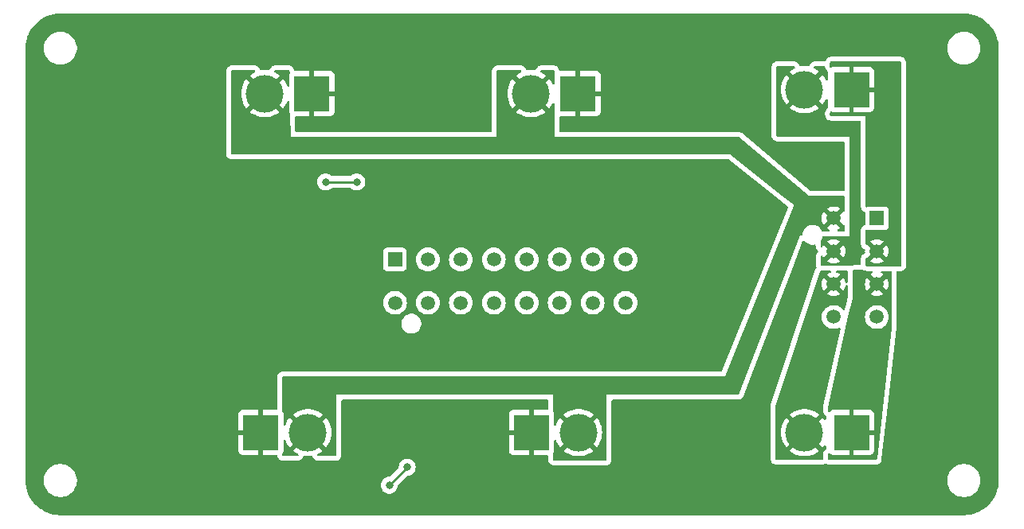
<source format=gbl>
G04 #@! TF.GenerationSoftware,KiCad,Pcbnew,8.0.4*
G04 #@! TF.CreationDate,2025-02-21T00:52:45-06:00*
G04 #@! TF.ProjectId,Turret,54757272-6574-42e6-9b69-6361645f7063,rev?*
G04 #@! TF.SameCoordinates,Original*
G04 #@! TF.FileFunction,Copper,L2,Bot*
G04 #@! TF.FilePolarity,Positive*
%FSLAX46Y46*%
G04 Gerber Fmt 4.6, Leading zero omitted, Abs format (unit mm)*
G04 Created by KiCad (PCBNEW 8.0.4) date 2025-02-21 00:52:45*
%MOMM*%
%LPD*%
G01*
G04 APERTURE LIST*
G04 #@! TA.AperFunction,ComponentPad*
%ADD10R,1.520000X1.520000*%
G04 #@! TD*
G04 #@! TA.AperFunction,ComponentPad*
%ADD11C,1.520000*%
G04 #@! TD*
G04 #@! TA.AperFunction,ComponentPad*
%ADD12R,3.800000X3.800000*%
G04 #@! TD*
G04 #@! TA.AperFunction,ComponentPad*
%ADD13C,4.000000*%
G04 #@! TD*
G04 #@! TA.AperFunction,ViaPad*
%ADD14C,0.800000*%
G04 #@! TD*
G04 #@! TA.AperFunction,Conductor*
%ADD15C,0.250000*%
G04 #@! TD*
G04 APERTURE END LIST*
D10*
X131200000Y-56200001D03*
D11*
X131200000Y-59700001D03*
X131200000Y-63200000D03*
X131200000Y-66700001D03*
X126600000Y-56200001D03*
X126600000Y-59700001D03*
X126600000Y-63200001D03*
X126600000Y-66700001D03*
D12*
X71167000Y-42926000D03*
D13*
X66167000Y-42926000D03*
D12*
X128500000Y-42500000D03*
D13*
X123500000Y-42500000D03*
D12*
X99441000Y-42926000D03*
D13*
X94441000Y-42926000D03*
D12*
X128500000Y-79000000D03*
D13*
X123500000Y-79000000D03*
D10*
X79995000Y-60579000D03*
D11*
X83495000Y-60579000D03*
X86995000Y-60579000D03*
X90495000Y-60579000D03*
X93995000Y-60579000D03*
X97495000Y-60579000D03*
X100995000Y-60579000D03*
X104495000Y-60579000D03*
X79995000Y-65179000D03*
X83495000Y-65179000D03*
X86995000Y-65179000D03*
X90495000Y-65179000D03*
X93995000Y-65179000D03*
X97495000Y-65179000D03*
X100995000Y-65179000D03*
X104495000Y-65179000D03*
D12*
X65750000Y-78994000D03*
D13*
X70750000Y-78994000D03*
D12*
X94500000Y-78994000D03*
D13*
X99500000Y-78994000D03*
D14*
X72644000Y-52324000D03*
X75946000Y-52324000D03*
X81300000Y-82700000D03*
X79400000Y-84600004D03*
D15*
X72644000Y-52324000D02*
X75946000Y-52324000D01*
X79400000Y-84600000D02*
X81300000Y-82700000D01*
X79400000Y-84600004D02*
X79400000Y-84600000D01*
G04 #@! TA.AperFunction,Conductor*
G36*
X140453032Y-34400648D02*
G01*
X140806532Y-34418015D01*
X140818640Y-34419208D01*
X140927576Y-34435367D01*
X141165717Y-34470692D01*
X141177635Y-34473062D01*
X141518008Y-34558321D01*
X141529646Y-34561852D01*
X141859996Y-34680054D01*
X141871237Y-34684710D01*
X142096857Y-34791419D01*
X142188433Y-34834731D01*
X142199150Y-34840459D01*
X142500102Y-35020843D01*
X142510220Y-35027603D01*
X142792049Y-35236622D01*
X142801455Y-35244342D01*
X143061436Y-35479974D01*
X143070025Y-35488563D01*
X143231782Y-35667035D01*
X143305657Y-35748544D01*
X143313377Y-35757950D01*
X143522396Y-36039779D01*
X143529156Y-36049897D01*
X143706334Y-36345501D01*
X143709533Y-36350837D01*
X143715270Y-36361570D01*
X143865289Y-36678762D01*
X143869945Y-36690003D01*
X143988147Y-37020353D01*
X143991680Y-37031998D01*
X144076934Y-37372351D01*
X144079308Y-37384287D01*
X144130791Y-37731359D01*
X144131984Y-37743468D01*
X144149351Y-38096966D01*
X144149500Y-38103051D01*
X144149500Y-84096948D01*
X144149351Y-84103033D01*
X144131984Y-84456531D01*
X144130791Y-84468640D01*
X144079308Y-84815712D01*
X144076934Y-84827648D01*
X143991680Y-85168001D01*
X143988147Y-85179646D01*
X143869945Y-85509996D01*
X143865289Y-85521237D01*
X143715270Y-85838429D01*
X143709533Y-85849162D01*
X143529156Y-86150102D01*
X143522396Y-86160220D01*
X143313377Y-86442049D01*
X143305657Y-86451455D01*
X143070033Y-86711428D01*
X143061428Y-86720033D01*
X142801455Y-86955657D01*
X142792049Y-86963377D01*
X142510220Y-87172396D01*
X142500102Y-87179156D01*
X142199162Y-87359533D01*
X142188429Y-87365270D01*
X141871237Y-87515289D01*
X141859996Y-87519945D01*
X141529646Y-87638147D01*
X141518001Y-87641680D01*
X141177648Y-87726934D01*
X141165712Y-87729308D01*
X140818640Y-87780791D01*
X140806531Y-87781984D01*
X140473016Y-87798369D01*
X140453031Y-87799351D01*
X140446949Y-87799500D01*
X44453051Y-87799500D01*
X44446968Y-87799351D01*
X44425811Y-87798311D01*
X44093468Y-87781984D01*
X44081359Y-87780791D01*
X43734287Y-87729308D01*
X43722351Y-87726934D01*
X43381998Y-87641680D01*
X43370353Y-87638147D01*
X43040003Y-87519945D01*
X43028762Y-87515289D01*
X42711570Y-87365270D01*
X42700842Y-87359535D01*
X42399897Y-87179156D01*
X42389779Y-87172396D01*
X42107950Y-86963377D01*
X42098544Y-86955657D01*
X41982295Y-86850296D01*
X41838563Y-86720025D01*
X41829974Y-86711436D01*
X41594342Y-86451455D01*
X41586622Y-86442049D01*
X41377603Y-86160220D01*
X41370843Y-86150102D01*
X41190459Y-85849150D01*
X41184729Y-85838429D01*
X41034710Y-85521237D01*
X41030054Y-85509996D01*
X40911852Y-85179646D01*
X40908319Y-85168001D01*
X40823062Y-84827635D01*
X40820691Y-84815712D01*
X40816619Y-84788263D01*
X40769208Y-84468640D01*
X40768015Y-84456530D01*
X40767351Y-84443022D01*
X40750649Y-84103032D01*
X40750500Y-84096948D01*
X40750500Y-83985010D01*
X42695500Y-83985010D01*
X42695500Y-84214989D01*
X42695501Y-84215005D01*
X42725518Y-84443009D01*
X42725519Y-84443014D01*
X42725520Y-84443020D01*
X42785046Y-84665175D01*
X42785049Y-84665185D01*
X42873057Y-84877654D01*
X42873061Y-84877664D01*
X42988055Y-85076839D01*
X43128064Y-85259303D01*
X43128070Y-85259310D01*
X43290689Y-85421929D01*
X43290696Y-85421935D01*
X43473160Y-85561944D01*
X43672335Y-85676938D01*
X43672336Y-85676938D01*
X43672339Y-85676940D01*
X43884824Y-85764954D01*
X44106980Y-85824480D01*
X44335004Y-85854500D01*
X44335011Y-85854500D01*
X44564989Y-85854500D01*
X44564996Y-85854500D01*
X44793020Y-85824480D01*
X45015176Y-85764954D01*
X45227661Y-85676940D01*
X45426840Y-85561944D01*
X45609305Y-85421934D01*
X45771934Y-85259305D01*
X45911944Y-85076840D01*
X46026940Y-84877661D01*
X46114954Y-84665176D01*
X46132417Y-84600004D01*
X78494540Y-84600004D01*
X78514326Y-84788260D01*
X78514327Y-84788263D01*
X78572818Y-84968281D01*
X78572821Y-84968288D01*
X78667467Y-85132220D01*
X78710170Y-85179646D01*
X78794129Y-85272892D01*
X78947265Y-85384152D01*
X78947270Y-85384155D01*
X79120192Y-85461146D01*
X79120197Y-85461148D01*
X79305354Y-85500504D01*
X79305355Y-85500504D01*
X79494644Y-85500504D01*
X79494646Y-85500504D01*
X79679803Y-85461148D01*
X79852730Y-85384155D01*
X80005871Y-85272892D01*
X80132533Y-85132220D01*
X80227179Y-84968288D01*
X80285674Y-84788260D01*
X80303322Y-84620344D01*
X80329905Y-84555732D01*
X80338952Y-84545636D01*
X80899579Y-83985010D01*
X138695500Y-83985010D01*
X138695500Y-84214989D01*
X138695501Y-84215005D01*
X138725518Y-84443009D01*
X138725519Y-84443014D01*
X138725520Y-84443020D01*
X138785046Y-84665175D01*
X138785049Y-84665185D01*
X138873057Y-84877654D01*
X138873061Y-84877664D01*
X138988055Y-85076839D01*
X139128064Y-85259303D01*
X139128070Y-85259310D01*
X139290689Y-85421929D01*
X139290696Y-85421935D01*
X139473160Y-85561944D01*
X139672335Y-85676938D01*
X139672336Y-85676938D01*
X139672339Y-85676940D01*
X139884824Y-85764954D01*
X140106980Y-85824480D01*
X140335004Y-85854500D01*
X140335011Y-85854500D01*
X140564989Y-85854500D01*
X140564996Y-85854500D01*
X140793020Y-85824480D01*
X141015176Y-85764954D01*
X141227661Y-85676940D01*
X141426840Y-85561944D01*
X141609305Y-85421934D01*
X141771934Y-85259305D01*
X141911944Y-85076840D01*
X142026940Y-84877661D01*
X142114954Y-84665176D01*
X142174480Y-84443020D01*
X142204500Y-84214996D01*
X142204500Y-83985004D01*
X142174480Y-83756980D01*
X142114954Y-83534824D01*
X142026940Y-83322339D01*
X141974907Y-83232216D01*
X141911944Y-83123160D01*
X141771935Y-82940696D01*
X141771929Y-82940689D01*
X141609310Y-82778070D01*
X141609303Y-82778064D01*
X141426839Y-82638055D01*
X141227664Y-82523061D01*
X141227654Y-82523057D01*
X141015185Y-82435049D01*
X141015178Y-82435047D01*
X141015176Y-82435046D01*
X140793020Y-82375520D01*
X140793014Y-82375519D01*
X140793009Y-82375518D01*
X140565005Y-82345501D01*
X140565002Y-82345500D01*
X140564996Y-82345500D01*
X140335004Y-82345500D01*
X140334998Y-82345500D01*
X140334994Y-82345501D01*
X140106990Y-82375518D01*
X140106983Y-82375519D01*
X140106980Y-82375520D01*
X139994846Y-82405566D01*
X139884824Y-82435046D01*
X139884814Y-82435049D01*
X139672345Y-82523057D01*
X139672335Y-82523061D01*
X139473160Y-82638055D01*
X139290696Y-82778064D01*
X139290689Y-82778070D01*
X139128070Y-82940689D01*
X139128064Y-82940696D01*
X138988055Y-83123160D01*
X138873061Y-83322335D01*
X138873057Y-83322345D01*
X138785049Y-83534814D01*
X138785046Y-83534824D01*
X138730376Y-83738859D01*
X138725521Y-83756977D01*
X138725518Y-83756990D01*
X138695501Y-83984994D01*
X138695500Y-83985010D01*
X80899579Y-83985010D01*
X81247771Y-83636819D01*
X81309094Y-83603334D01*
X81335452Y-83600500D01*
X81394644Y-83600500D01*
X81394646Y-83600500D01*
X81579803Y-83561144D01*
X81752730Y-83484151D01*
X81905871Y-83372888D01*
X82032533Y-83232216D01*
X82127179Y-83068284D01*
X82185674Y-82888256D01*
X82205460Y-82700000D01*
X82185674Y-82511744D01*
X82127179Y-82331716D01*
X82032533Y-82167784D01*
X81905871Y-82027112D01*
X81905870Y-82027111D01*
X81752734Y-81915851D01*
X81752729Y-81915848D01*
X81579807Y-81838857D01*
X81579802Y-81838855D01*
X81434001Y-81807865D01*
X81394646Y-81799500D01*
X81205354Y-81799500D01*
X81172897Y-81806398D01*
X81020197Y-81838855D01*
X81020192Y-81838857D01*
X80847270Y-81915848D01*
X80847265Y-81915851D01*
X80694129Y-82027111D01*
X80567466Y-82167785D01*
X80472821Y-82331715D01*
X80472818Y-82331722D01*
X80414327Y-82511740D01*
X80414326Y-82511744D01*
X80413137Y-82523057D01*
X80396678Y-82679651D01*
X80370093Y-82744266D01*
X80361038Y-82754370D01*
X79452225Y-83663185D01*
X79390902Y-83696670D01*
X79364544Y-83699504D01*
X79305354Y-83699504D01*
X79272897Y-83706402D01*
X79120197Y-83738859D01*
X79120192Y-83738861D01*
X78947270Y-83815852D01*
X78947265Y-83815855D01*
X78794129Y-83927115D01*
X78667466Y-84067789D01*
X78572821Y-84231719D01*
X78572818Y-84231726D01*
X78551017Y-84298824D01*
X78514326Y-84411748D01*
X78494540Y-84600004D01*
X46132417Y-84600004D01*
X46174480Y-84443020D01*
X46204500Y-84214996D01*
X46204500Y-83985004D01*
X46174480Y-83756980D01*
X46114954Y-83534824D01*
X46026940Y-83322339D01*
X45974907Y-83232216D01*
X45911944Y-83123160D01*
X45771935Y-82940696D01*
X45771929Y-82940689D01*
X45609310Y-82778070D01*
X45609303Y-82778064D01*
X45426839Y-82638055D01*
X45227664Y-82523061D01*
X45227654Y-82523057D01*
X45015185Y-82435049D01*
X45015178Y-82435047D01*
X45015176Y-82435046D01*
X44793020Y-82375520D01*
X44793014Y-82375519D01*
X44793009Y-82375518D01*
X44565005Y-82345501D01*
X44565002Y-82345500D01*
X44564996Y-82345500D01*
X44335004Y-82345500D01*
X44334998Y-82345500D01*
X44334994Y-82345501D01*
X44106990Y-82375518D01*
X44106983Y-82375519D01*
X44106980Y-82375520D01*
X43994846Y-82405566D01*
X43884824Y-82435046D01*
X43884814Y-82435049D01*
X43672345Y-82523057D01*
X43672335Y-82523061D01*
X43473160Y-82638055D01*
X43290696Y-82778064D01*
X43290689Y-82778070D01*
X43128070Y-82940689D01*
X43128064Y-82940696D01*
X42988055Y-83123160D01*
X42873061Y-83322335D01*
X42873057Y-83322345D01*
X42785049Y-83534814D01*
X42785046Y-83534824D01*
X42730376Y-83738859D01*
X42725521Y-83756977D01*
X42725518Y-83756990D01*
X42695501Y-83984994D01*
X42695500Y-83985010D01*
X40750500Y-83985010D01*
X40750500Y-67305136D01*
X80690500Y-67305136D01*
X80690500Y-67512863D01*
X80731022Y-67716578D01*
X80731025Y-67716590D01*
X80810511Y-67908488D01*
X80810512Y-67908490D01*
X80925916Y-68081203D01*
X80925919Y-68081207D01*
X81072792Y-68228080D01*
X81072796Y-68228083D01*
X81245507Y-68343486D01*
X81245508Y-68343486D01*
X81245509Y-68343487D01*
X81245511Y-68343488D01*
X81437409Y-68422974D01*
X81437414Y-68422976D01*
X81641136Y-68463499D01*
X81641139Y-68463500D01*
X81641141Y-68463500D01*
X81848861Y-68463500D01*
X81848862Y-68463499D01*
X82052586Y-68422976D01*
X82244493Y-68343486D01*
X82417204Y-68228083D01*
X82564083Y-68081204D01*
X82679486Y-67908493D01*
X82758976Y-67716586D01*
X82799500Y-67512859D01*
X82799500Y-67305141D01*
X82799500Y-67305138D01*
X82799499Y-67305136D01*
X82758977Y-67101421D01*
X82758976Y-67101414D01*
X82679486Y-66909507D01*
X82564083Y-66736796D01*
X82564080Y-66736792D01*
X82417207Y-66589919D01*
X82417203Y-66589916D01*
X82244490Y-66474512D01*
X82244488Y-66474511D01*
X82052590Y-66395025D01*
X82052578Y-66395022D01*
X81848862Y-66354500D01*
X81848859Y-66354500D01*
X81641141Y-66354500D01*
X81641138Y-66354500D01*
X81437421Y-66395022D01*
X81437409Y-66395025D01*
X81245511Y-66474511D01*
X81245509Y-66474512D01*
X81072796Y-66589916D01*
X81072792Y-66589919D01*
X80925919Y-66736792D01*
X80925916Y-66736796D01*
X80810512Y-66909509D01*
X80810511Y-66909511D01*
X80731025Y-67101409D01*
X80731022Y-67101421D01*
X80690500Y-67305136D01*
X40750500Y-67305136D01*
X40750500Y-65178998D01*
X78729685Y-65178998D01*
X78729685Y-65179001D01*
X78748907Y-65398714D01*
X78748909Y-65398724D01*
X78805990Y-65611755D01*
X78805995Y-65611769D01*
X78899203Y-65811654D01*
X78899207Y-65811662D01*
X79025712Y-65992330D01*
X79181669Y-66148287D01*
X79362337Y-66274792D01*
X79362339Y-66274793D01*
X79362342Y-66274795D01*
X79482603Y-66330873D01*
X79562230Y-66368004D01*
X79562232Y-66368004D01*
X79562237Y-66368007D01*
X79775280Y-66425092D01*
X79932222Y-66438822D01*
X79994998Y-66444315D01*
X79995000Y-66444315D01*
X79995002Y-66444315D01*
X80049930Y-66439509D01*
X80214720Y-66425092D01*
X80427763Y-66368007D01*
X80627658Y-66274795D01*
X80808329Y-66148288D01*
X80964288Y-65992329D01*
X81090795Y-65811658D01*
X81184007Y-65611763D01*
X81241092Y-65398720D01*
X81260315Y-65179000D01*
X81260315Y-65178998D01*
X82229685Y-65178998D01*
X82229685Y-65179001D01*
X82248907Y-65398714D01*
X82248909Y-65398724D01*
X82305990Y-65611755D01*
X82305995Y-65611769D01*
X82399203Y-65811654D01*
X82399207Y-65811662D01*
X82525712Y-65992330D01*
X82681669Y-66148287D01*
X82862337Y-66274792D01*
X82862339Y-66274793D01*
X82862342Y-66274795D01*
X82982603Y-66330873D01*
X83062230Y-66368004D01*
X83062232Y-66368004D01*
X83062237Y-66368007D01*
X83275280Y-66425092D01*
X83432222Y-66438822D01*
X83494998Y-66444315D01*
X83495000Y-66444315D01*
X83495002Y-66444315D01*
X83549930Y-66439509D01*
X83714720Y-66425092D01*
X83927763Y-66368007D01*
X84127658Y-66274795D01*
X84308329Y-66148288D01*
X84464288Y-65992329D01*
X84590795Y-65811658D01*
X84684007Y-65611763D01*
X84741092Y-65398720D01*
X84760315Y-65179000D01*
X84760315Y-65178998D01*
X85729685Y-65178998D01*
X85729685Y-65179001D01*
X85748907Y-65398714D01*
X85748909Y-65398724D01*
X85805990Y-65611755D01*
X85805995Y-65611769D01*
X85899203Y-65811654D01*
X85899207Y-65811662D01*
X86025712Y-65992330D01*
X86181669Y-66148287D01*
X86362337Y-66274792D01*
X86362339Y-66274793D01*
X86362342Y-66274795D01*
X86482603Y-66330873D01*
X86562230Y-66368004D01*
X86562232Y-66368004D01*
X86562237Y-66368007D01*
X86775280Y-66425092D01*
X86932222Y-66438822D01*
X86994998Y-66444315D01*
X86995000Y-66444315D01*
X86995002Y-66444315D01*
X87049930Y-66439509D01*
X87214720Y-66425092D01*
X87427763Y-66368007D01*
X87627658Y-66274795D01*
X87808329Y-66148288D01*
X87964288Y-65992329D01*
X88090795Y-65811658D01*
X88184007Y-65611763D01*
X88241092Y-65398720D01*
X88260315Y-65179000D01*
X88260315Y-65178998D01*
X89229685Y-65178998D01*
X89229685Y-65179001D01*
X89248907Y-65398714D01*
X89248909Y-65398724D01*
X89305990Y-65611755D01*
X89305995Y-65611769D01*
X89399203Y-65811654D01*
X89399207Y-65811662D01*
X89525712Y-65992330D01*
X89681669Y-66148287D01*
X89862337Y-66274792D01*
X89862339Y-66274793D01*
X89862342Y-66274795D01*
X89982603Y-66330873D01*
X90062230Y-66368004D01*
X90062232Y-66368004D01*
X90062237Y-66368007D01*
X90275280Y-66425092D01*
X90432222Y-66438822D01*
X90494998Y-66444315D01*
X90495000Y-66444315D01*
X90495002Y-66444315D01*
X90549930Y-66439509D01*
X90714720Y-66425092D01*
X90927763Y-66368007D01*
X91127658Y-66274795D01*
X91308329Y-66148288D01*
X91464288Y-65992329D01*
X91590795Y-65811658D01*
X91684007Y-65611763D01*
X91741092Y-65398720D01*
X91760315Y-65179000D01*
X91760315Y-65178998D01*
X92729685Y-65178998D01*
X92729685Y-65179001D01*
X92748907Y-65398714D01*
X92748909Y-65398724D01*
X92805990Y-65611755D01*
X92805995Y-65611769D01*
X92899203Y-65811654D01*
X92899207Y-65811662D01*
X93025712Y-65992330D01*
X93181669Y-66148287D01*
X93362337Y-66274792D01*
X93362339Y-66274793D01*
X93362342Y-66274795D01*
X93482603Y-66330873D01*
X93562230Y-66368004D01*
X93562232Y-66368004D01*
X93562237Y-66368007D01*
X93775280Y-66425092D01*
X93932222Y-66438822D01*
X93994998Y-66444315D01*
X93995000Y-66444315D01*
X93995002Y-66444315D01*
X94049930Y-66439509D01*
X94214720Y-66425092D01*
X94427763Y-66368007D01*
X94627658Y-66274795D01*
X94808329Y-66148288D01*
X94964288Y-65992329D01*
X95090795Y-65811658D01*
X95184007Y-65611763D01*
X95241092Y-65398720D01*
X95260315Y-65179000D01*
X95260315Y-65178998D01*
X96229685Y-65178998D01*
X96229685Y-65179001D01*
X96248907Y-65398714D01*
X96248909Y-65398724D01*
X96305990Y-65611755D01*
X96305995Y-65611769D01*
X96399203Y-65811654D01*
X96399207Y-65811662D01*
X96525712Y-65992330D01*
X96681669Y-66148287D01*
X96862337Y-66274792D01*
X96862339Y-66274793D01*
X96862342Y-66274795D01*
X96982603Y-66330873D01*
X97062230Y-66368004D01*
X97062232Y-66368004D01*
X97062237Y-66368007D01*
X97275280Y-66425092D01*
X97432222Y-66438822D01*
X97494998Y-66444315D01*
X97495000Y-66444315D01*
X97495002Y-66444315D01*
X97549930Y-66439509D01*
X97714720Y-66425092D01*
X97927763Y-66368007D01*
X98127658Y-66274795D01*
X98308329Y-66148288D01*
X98464288Y-65992329D01*
X98590795Y-65811658D01*
X98684007Y-65611763D01*
X98741092Y-65398720D01*
X98760315Y-65179000D01*
X98760315Y-65178998D01*
X99729685Y-65178998D01*
X99729685Y-65179001D01*
X99748907Y-65398714D01*
X99748909Y-65398724D01*
X99805990Y-65611755D01*
X99805995Y-65611769D01*
X99899203Y-65811654D01*
X99899207Y-65811662D01*
X100025712Y-65992330D01*
X100181669Y-66148287D01*
X100362337Y-66274792D01*
X100362339Y-66274793D01*
X100362342Y-66274795D01*
X100482603Y-66330873D01*
X100562230Y-66368004D01*
X100562232Y-66368004D01*
X100562237Y-66368007D01*
X100775280Y-66425092D01*
X100932222Y-66438822D01*
X100994998Y-66444315D01*
X100995000Y-66444315D01*
X100995002Y-66444315D01*
X101049930Y-66439509D01*
X101214720Y-66425092D01*
X101427763Y-66368007D01*
X101627658Y-66274795D01*
X101808329Y-66148288D01*
X101964288Y-65992329D01*
X102090795Y-65811658D01*
X102184007Y-65611763D01*
X102241092Y-65398720D01*
X102260315Y-65179000D01*
X102260315Y-65178998D01*
X103229685Y-65178998D01*
X103229685Y-65179001D01*
X103248907Y-65398714D01*
X103248909Y-65398724D01*
X103305990Y-65611755D01*
X103305995Y-65611769D01*
X103399203Y-65811654D01*
X103399207Y-65811662D01*
X103525712Y-65992330D01*
X103681669Y-66148287D01*
X103862337Y-66274792D01*
X103862339Y-66274793D01*
X103862342Y-66274795D01*
X103982603Y-66330873D01*
X104062230Y-66368004D01*
X104062232Y-66368004D01*
X104062237Y-66368007D01*
X104275280Y-66425092D01*
X104432222Y-66438822D01*
X104494998Y-66444315D01*
X104495000Y-66444315D01*
X104495002Y-66444315D01*
X104549930Y-66439509D01*
X104714720Y-66425092D01*
X104927763Y-66368007D01*
X105127658Y-66274795D01*
X105308329Y-66148288D01*
X105464288Y-65992329D01*
X105590795Y-65811658D01*
X105684007Y-65611763D01*
X105741092Y-65398720D01*
X105760315Y-65179000D01*
X105741092Y-64959280D01*
X105684007Y-64746237D01*
X105590795Y-64546343D01*
X105464288Y-64365671D01*
X105464286Y-64365668D01*
X105308330Y-64209712D01*
X105127662Y-64083207D01*
X105127654Y-64083203D01*
X104927769Y-63989995D01*
X104927755Y-63989990D01*
X104714724Y-63932909D01*
X104714722Y-63932908D01*
X104714720Y-63932908D01*
X104714718Y-63932907D01*
X104714714Y-63932907D01*
X104495002Y-63913685D01*
X104494998Y-63913685D01*
X104275285Y-63932907D01*
X104275275Y-63932909D01*
X104062244Y-63989990D01*
X104062235Y-63989994D01*
X103862344Y-64083204D01*
X103862342Y-64083205D01*
X103681668Y-64209713D01*
X103525713Y-64365668D01*
X103399205Y-64546342D01*
X103399204Y-64546344D01*
X103305994Y-64746235D01*
X103305990Y-64746244D01*
X103248909Y-64959275D01*
X103248907Y-64959285D01*
X103229685Y-65178998D01*
X102260315Y-65178998D01*
X102241092Y-64959280D01*
X102184007Y-64746237D01*
X102090795Y-64546343D01*
X101964288Y-64365671D01*
X101964286Y-64365668D01*
X101808330Y-64209712D01*
X101627662Y-64083207D01*
X101627654Y-64083203D01*
X101427769Y-63989995D01*
X101427755Y-63989990D01*
X101214724Y-63932909D01*
X101214722Y-63932908D01*
X101214720Y-63932908D01*
X101214718Y-63932907D01*
X101214714Y-63932907D01*
X100995002Y-63913685D01*
X100994998Y-63913685D01*
X100775285Y-63932907D01*
X100775275Y-63932909D01*
X100562244Y-63989990D01*
X100562235Y-63989994D01*
X100362344Y-64083204D01*
X100362342Y-64083205D01*
X100181668Y-64209713D01*
X100025713Y-64365668D01*
X99899205Y-64546342D01*
X99899204Y-64546344D01*
X99805994Y-64746235D01*
X99805990Y-64746244D01*
X99748909Y-64959275D01*
X99748907Y-64959285D01*
X99729685Y-65178998D01*
X98760315Y-65178998D01*
X98741092Y-64959280D01*
X98684007Y-64746237D01*
X98590795Y-64546343D01*
X98464288Y-64365671D01*
X98464286Y-64365668D01*
X98308330Y-64209712D01*
X98127662Y-64083207D01*
X98127654Y-64083203D01*
X97927769Y-63989995D01*
X97927755Y-63989990D01*
X97714724Y-63932909D01*
X97714722Y-63932908D01*
X97714720Y-63932908D01*
X97714718Y-63932907D01*
X97714714Y-63932907D01*
X97495002Y-63913685D01*
X97494998Y-63913685D01*
X97275285Y-63932907D01*
X97275275Y-63932909D01*
X97062244Y-63989990D01*
X97062235Y-63989994D01*
X96862344Y-64083204D01*
X96862342Y-64083205D01*
X96681668Y-64209713D01*
X96525713Y-64365668D01*
X96399205Y-64546342D01*
X96399204Y-64546344D01*
X96305994Y-64746235D01*
X96305990Y-64746244D01*
X96248909Y-64959275D01*
X96248907Y-64959285D01*
X96229685Y-65178998D01*
X95260315Y-65178998D01*
X95241092Y-64959280D01*
X95184007Y-64746237D01*
X95090795Y-64546343D01*
X94964288Y-64365671D01*
X94964286Y-64365668D01*
X94808330Y-64209712D01*
X94627662Y-64083207D01*
X94627654Y-64083203D01*
X94427769Y-63989995D01*
X94427755Y-63989990D01*
X94214724Y-63932909D01*
X94214722Y-63932908D01*
X94214720Y-63932908D01*
X94214718Y-63932907D01*
X94214714Y-63932907D01*
X93995002Y-63913685D01*
X93994998Y-63913685D01*
X93775285Y-63932907D01*
X93775275Y-63932909D01*
X93562244Y-63989990D01*
X93562235Y-63989994D01*
X93362344Y-64083204D01*
X93362342Y-64083205D01*
X93181668Y-64209713D01*
X93025713Y-64365668D01*
X92899205Y-64546342D01*
X92899204Y-64546344D01*
X92805994Y-64746235D01*
X92805990Y-64746244D01*
X92748909Y-64959275D01*
X92748907Y-64959285D01*
X92729685Y-65178998D01*
X91760315Y-65178998D01*
X91741092Y-64959280D01*
X91684007Y-64746237D01*
X91590795Y-64546343D01*
X91464288Y-64365671D01*
X91464286Y-64365668D01*
X91308330Y-64209712D01*
X91127662Y-64083207D01*
X91127654Y-64083203D01*
X90927769Y-63989995D01*
X90927755Y-63989990D01*
X90714724Y-63932909D01*
X90714722Y-63932908D01*
X90714720Y-63932908D01*
X90714718Y-63932907D01*
X90714714Y-63932907D01*
X90495002Y-63913685D01*
X90494998Y-63913685D01*
X90275285Y-63932907D01*
X90275275Y-63932909D01*
X90062244Y-63989990D01*
X90062235Y-63989994D01*
X89862344Y-64083204D01*
X89862342Y-64083205D01*
X89681668Y-64209713D01*
X89525713Y-64365668D01*
X89399205Y-64546342D01*
X89399204Y-64546344D01*
X89305994Y-64746235D01*
X89305990Y-64746244D01*
X89248909Y-64959275D01*
X89248907Y-64959285D01*
X89229685Y-65178998D01*
X88260315Y-65178998D01*
X88241092Y-64959280D01*
X88184007Y-64746237D01*
X88090795Y-64546343D01*
X87964288Y-64365671D01*
X87964286Y-64365668D01*
X87808330Y-64209712D01*
X87627662Y-64083207D01*
X87627654Y-64083203D01*
X87427769Y-63989995D01*
X87427755Y-63989990D01*
X87214724Y-63932909D01*
X87214722Y-63932908D01*
X87214720Y-63932908D01*
X87214718Y-63932907D01*
X87214714Y-63932907D01*
X86995002Y-63913685D01*
X86994998Y-63913685D01*
X86775285Y-63932907D01*
X86775275Y-63932909D01*
X86562244Y-63989990D01*
X86562235Y-63989994D01*
X86362344Y-64083204D01*
X86362342Y-64083205D01*
X86181668Y-64209713D01*
X86025713Y-64365668D01*
X85899205Y-64546342D01*
X85899204Y-64546344D01*
X85805994Y-64746235D01*
X85805990Y-64746244D01*
X85748909Y-64959275D01*
X85748907Y-64959285D01*
X85729685Y-65178998D01*
X84760315Y-65178998D01*
X84741092Y-64959280D01*
X84684007Y-64746237D01*
X84590795Y-64546343D01*
X84464288Y-64365671D01*
X84464286Y-64365668D01*
X84308330Y-64209712D01*
X84127662Y-64083207D01*
X84127654Y-64083203D01*
X83927769Y-63989995D01*
X83927755Y-63989990D01*
X83714724Y-63932909D01*
X83714722Y-63932908D01*
X83714720Y-63932908D01*
X83714718Y-63932907D01*
X83714714Y-63932907D01*
X83495002Y-63913685D01*
X83494998Y-63913685D01*
X83275285Y-63932907D01*
X83275275Y-63932909D01*
X83062244Y-63989990D01*
X83062235Y-63989994D01*
X82862344Y-64083204D01*
X82862342Y-64083205D01*
X82681668Y-64209713D01*
X82525713Y-64365668D01*
X82399205Y-64546342D01*
X82399204Y-64546344D01*
X82305994Y-64746235D01*
X82305990Y-64746244D01*
X82248909Y-64959275D01*
X82248907Y-64959285D01*
X82229685Y-65178998D01*
X81260315Y-65178998D01*
X81241092Y-64959280D01*
X81184007Y-64746237D01*
X81090795Y-64546343D01*
X80964288Y-64365671D01*
X80964286Y-64365668D01*
X80808330Y-64209712D01*
X80627662Y-64083207D01*
X80627654Y-64083203D01*
X80427769Y-63989995D01*
X80427755Y-63989990D01*
X80214724Y-63932909D01*
X80214722Y-63932908D01*
X80214720Y-63932908D01*
X80214718Y-63932907D01*
X80214714Y-63932907D01*
X79995002Y-63913685D01*
X79994998Y-63913685D01*
X79775285Y-63932907D01*
X79775275Y-63932909D01*
X79562244Y-63989990D01*
X79562235Y-63989994D01*
X79362344Y-64083204D01*
X79362342Y-64083205D01*
X79181668Y-64209713D01*
X79025713Y-64365668D01*
X78899205Y-64546342D01*
X78899204Y-64546344D01*
X78805994Y-64746235D01*
X78805990Y-64746244D01*
X78748909Y-64959275D01*
X78748907Y-64959285D01*
X78729685Y-65178998D01*
X40750500Y-65178998D01*
X40750500Y-59771135D01*
X78734500Y-59771135D01*
X78734500Y-61386870D01*
X78734501Y-61386876D01*
X78740908Y-61446483D01*
X78791202Y-61581328D01*
X78791206Y-61581335D01*
X78877452Y-61696544D01*
X78877455Y-61696547D01*
X78992664Y-61782793D01*
X78992671Y-61782797D01*
X79127517Y-61833091D01*
X79127516Y-61833091D01*
X79134444Y-61833835D01*
X79187127Y-61839500D01*
X80802872Y-61839499D01*
X80862483Y-61833091D01*
X80997331Y-61782796D01*
X81112546Y-61696546D01*
X81198796Y-61581331D01*
X81249091Y-61446483D01*
X81255500Y-61386873D01*
X81255499Y-60578998D01*
X82229685Y-60578998D01*
X82229685Y-60579001D01*
X82248907Y-60798714D01*
X82248909Y-60798724D01*
X82305990Y-61011755D01*
X82305995Y-61011769D01*
X82399203Y-61211654D01*
X82399207Y-61211662D01*
X82525712Y-61392330D01*
X82681669Y-61548287D01*
X82862337Y-61674792D01*
X82862339Y-61674793D01*
X82862342Y-61674795D01*
X82908990Y-61696547D01*
X83062230Y-61768004D01*
X83062232Y-61768004D01*
X83062237Y-61768007D01*
X83275280Y-61825092D01*
X83432222Y-61838822D01*
X83494998Y-61844315D01*
X83495000Y-61844315D01*
X83495002Y-61844315D01*
X83550059Y-61839498D01*
X83714720Y-61825092D01*
X83927763Y-61768007D01*
X84127658Y-61674795D01*
X84308329Y-61548288D01*
X84464288Y-61392329D01*
X84590795Y-61211658D01*
X84684007Y-61011763D01*
X84741092Y-60798720D01*
X84760315Y-60579000D01*
X84760315Y-60578998D01*
X85729685Y-60578998D01*
X85729685Y-60579001D01*
X85748907Y-60798714D01*
X85748909Y-60798724D01*
X85805990Y-61011755D01*
X85805995Y-61011769D01*
X85899203Y-61211654D01*
X85899207Y-61211662D01*
X86025712Y-61392330D01*
X86181669Y-61548287D01*
X86362337Y-61674792D01*
X86362339Y-61674793D01*
X86362342Y-61674795D01*
X86408990Y-61696547D01*
X86562230Y-61768004D01*
X86562232Y-61768004D01*
X86562237Y-61768007D01*
X86775280Y-61825092D01*
X86932222Y-61838822D01*
X86994998Y-61844315D01*
X86995000Y-61844315D01*
X86995002Y-61844315D01*
X87050059Y-61839498D01*
X87214720Y-61825092D01*
X87427763Y-61768007D01*
X87627658Y-61674795D01*
X87808329Y-61548288D01*
X87964288Y-61392329D01*
X88090795Y-61211658D01*
X88184007Y-61011763D01*
X88241092Y-60798720D01*
X88260315Y-60579000D01*
X88260315Y-60578998D01*
X89229685Y-60578998D01*
X89229685Y-60579001D01*
X89248907Y-60798714D01*
X89248909Y-60798724D01*
X89305990Y-61011755D01*
X89305995Y-61011769D01*
X89399203Y-61211654D01*
X89399207Y-61211662D01*
X89525712Y-61392330D01*
X89681669Y-61548287D01*
X89862337Y-61674792D01*
X89862339Y-61674793D01*
X89862342Y-61674795D01*
X89908990Y-61696547D01*
X90062230Y-61768004D01*
X90062232Y-61768004D01*
X90062237Y-61768007D01*
X90275280Y-61825092D01*
X90432222Y-61838822D01*
X90494998Y-61844315D01*
X90495000Y-61844315D01*
X90495002Y-61844315D01*
X90550059Y-61839498D01*
X90714720Y-61825092D01*
X90927763Y-61768007D01*
X91127658Y-61674795D01*
X91308329Y-61548288D01*
X91464288Y-61392329D01*
X91590795Y-61211658D01*
X91684007Y-61011763D01*
X91741092Y-60798720D01*
X91760315Y-60579000D01*
X91760315Y-60578998D01*
X92729685Y-60578998D01*
X92729685Y-60579001D01*
X92748907Y-60798714D01*
X92748909Y-60798724D01*
X92805990Y-61011755D01*
X92805995Y-61011769D01*
X92899203Y-61211654D01*
X92899207Y-61211662D01*
X93025712Y-61392330D01*
X93181669Y-61548287D01*
X93362337Y-61674792D01*
X93362339Y-61674793D01*
X93362342Y-61674795D01*
X93408990Y-61696547D01*
X93562230Y-61768004D01*
X93562232Y-61768004D01*
X93562237Y-61768007D01*
X93775280Y-61825092D01*
X93932222Y-61838822D01*
X93994998Y-61844315D01*
X93995000Y-61844315D01*
X93995002Y-61844315D01*
X94050059Y-61839498D01*
X94214720Y-61825092D01*
X94427763Y-61768007D01*
X94627658Y-61674795D01*
X94808329Y-61548288D01*
X94964288Y-61392329D01*
X95090795Y-61211658D01*
X95184007Y-61011763D01*
X95241092Y-60798720D01*
X95260315Y-60579000D01*
X95260315Y-60578998D01*
X96229685Y-60578998D01*
X96229685Y-60579001D01*
X96248907Y-60798714D01*
X96248909Y-60798724D01*
X96305990Y-61011755D01*
X96305995Y-61011769D01*
X96399203Y-61211654D01*
X96399207Y-61211662D01*
X96525712Y-61392330D01*
X96681669Y-61548287D01*
X96862337Y-61674792D01*
X96862339Y-61674793D01*
X96862342Y-61674795D01*
X96908990Y-61696547D01*
X97062230Y-61768004D01*
X97062232Y-61768004D01*
X97062237Y-61768007D01*
X97275280Y-61825092D01*
X97432222Y-61838822D01*
X97494998Y-61844315D01*
X97495000Y-61844315D01*
X97495002Y-61844315D01*
X97550059Y-61839498D01*
X97714720Y-61825092D01*
X97927763Y-61768007D01*
X98127658Y-61674795D01*
X98308329Y-61548288D01*
X98464288Y-61392329D01*
X98590795Y-61211658D01*
X98684007Y-61011763D01*
X98741092Y-60798720D01*
X98760315Y-60579000D01*
X98760315Y-60578998D01*
X99729685Y-60578998D01*
X99729685Y-60579001D01*
X99748907Y-60798714D01*
X99748909Y-60798724D01*
X99805990Y-61011755D01*
X99805995Y-61011769D01*
X99899203Y-61211654D01*
X99899207Y-61211662D01*
X100025712Y-61392330D01*
X100181669Y-61548287D01*
X100362337Y-61674792D01*
X100362339Y-61674793D01*
X100362342Y-61674795D01*
X100408990Y-61696547D01*
X100562230Y-61768004D01*
X100562232Y-61768004D01*
X100562237Y-61768007D01*
X100775280Y-61825092D01*
X100932222Y-61838822D01*
X100994998Y-61844315D01*
X100995000Y-61844315D01*
X100995002Y-61844315D01*
X101050059Y-61839498D01*
X101214720Y-61825092D01*
X101427763Y-61768007D01*
X101627658Y-61674795D01*
X101808329Y-61548288D01*
X101964288Y-61392329D01*
X102090795Y-61211658D01*
X102184007Y-61011763D01*
X102241092Y-60798720D01*
X102260315Y-60579000D01*
X102260315Y-60578998D01*
X103229685Y-60578998D01*
X103229685Y-60579001D01*
X103248907Y-60798714D01*
X103248909Y-60798724D01*
X103305990Y-61011755D01*
X103305995Y-61011769D01*
X103399203Y-61211654D01*
X103399207Y-61211662D01*
X103525712Y-61392330D01*
X103681669Y-61548287D01*
X103862337Y-61674792D01*
X103862339Y-61674793D01*
X103862342Y-61674795D01*
X103908990Y-61696547D01*
X104062230Y-61768004D01*
X104062232Y-61768004D01*
X104062237Y-61768007D01*
X104275280Y-61825092D01*
X104432222Y-61838822D01*
X104494998Y-61844315D01*
X104495000Y-61844315D01*
X104495002Y-61844315D01*
X104550059Y-61839498D01*
X104714720Y-61825092D01*
X104927763Y-61768007D01*
X105127658Y-61674795D01*
X105308329Y-61548288D01*
X105464288Y-61392329D01*
X105590795Y-61211658D01*
X105684007Y-61011763D01*
X105741092Y-60798720D01*
X105760315Y-60579000D01*
X105741092Y-60359280D01*
X105684007Y-60146237D01*
X105590795Y-59946343D01*
X105464288Y-59765671D01*
X105464286Y-59765668D01*
X105308330Y-59609712D01*
X105127662Y-59483207D01*
X105127654Y-59483203D01*
X104927769Y-59389995D01*
X104927755Y-59389990D01*
X104714724Y-59332909D01*
X104714722Y-59332908D01*
X104714720Y-59332908D01*
X104714718Y-59332907D01*
X104714714Y-59332907D01*
X104495002Y-59313685D01*
X104494998Y-59313685D01*
X104275285Y-59332907D01*
X104275275Y-59332909D01*
X104062244Y-59389990D01*
X104062235Y-59389994D01*
X103862344Y-59483204D01*
X103862342Y-59483205D01*
X103681668Y-59609713D01*
X103525713Y-59765668D01*
X103399205Y-59946342D01*
X103399204Y-59946344D01*
X103305994Y-60146235D01*
X103305990Y-60146244D01*
X103248909Y-60359275D01*
X103248907Y-60359285D01*
X103229685Y-60578998D01*
X102260315Y-60578998D01*
X102241092Y-60359280D01*
X102184007Y-60146237D01*
X102090795Y-59946343D01*
X101964288Y-59765671D01*
X101964286Y-59765668D01*
X101808330Y-59609712D01*
X101627662Y-59483207D01*
X101627654Y-59483203D01*
X101427769Y-59389995D01*
X101427755Y-59389990D01*
X101214724Y-59332909D01*
X101214722Y-59332908D01*
X101214720Y-59332908D01*
X101214718Y-59332907D01*
X101214714Y-59332907D01*
X100995002Y-59313685D01*
X100994998Y-59313685D01*
X100775285Y-59332907D01*
X100775275Y-59332909D01*
X100562244Y-59389990D01*
X100562235Y-59389994D01*
X100362344Y-59483204D01*
X100362342Y-59483205D01*
X100181668Y-59609713D01*
X100025713Y-59765668D01*
X99899205Y-59946342D01*
X99899204Y-59946344D01*
X99805994Y-60146235D01*
X99805990Y-60146244D01*
X99748909Y-60359275D01*
X99748907Y-60359285D01*
X99729685Y-60578998D01*
X98760315Y-60578998D01*
X98741092Y-60359280D01*
X98684007Y-60146237D01*
X98590795Y-59946343D01*
X98464288Y-59765671D01*
X98464286Y-59765668D01*
X98308330Y-59609712D01*
X98127662Y-59483207D01*
X98127654Y-59483203D01*
X97927769Y-59389995D01*
X97927755Y-59389990D01*
X97714724Y-59332909D01*
X97714722Y-59332908D01*
X97714720Y-59332908D01*
X97714718Y-59332907D01*
X97714714Y-59332907D01*
X97495002Y-59313685D01*
X97494998Y-59313685D01*
X97275285Y-59332907D01*
X97275275Y-59332909D01*
X97062244Y-59389990D01*
X97062235Y-59389994D01*
X96862344Y-59483204D01*
X96862342Y-59483205D01*
X96681668Y-59609713D01*
X96525713Y-59765668D01*
X96399205Y-59946342D01*
X96399204Y-59946344D01*
X96305994Y-60146235D01*
X96305990Y-60146244D01*
X96248909Y-60359275D01*
X96248907Y-60359285D01*
X96229685Y-60578998D01*
X95260315Y-60578998D01*
X95241092Y-60359280D01*
X95184007Y-60146237D01*
X95090795Y-59946343D01*
X94964288Y-59765671D01*
X94964286Y-59765668D01*
X94808330Y-59609712D01*
X94627662Y-59483207D01*
X94627654Y-59483203D01*
X94427769Y-59389995D01*
X94427755Y-59389990D01*
X94214724Y-59332909D01*
X94214722Y-59332908D01*
X94214720Y-59332908D01*
X94214718Y-59332907D01*
X94214714Y-59332907D01*
X93995002Y-59313685D01*
X93994998Y-59313685D01*
X93775285Y-59332907D01*
X93775275Y-59332909D01*
X93562244Y-59389990D01*
X93562235Y-59389994D01*
X93362344Y-59483204D01*
X93362342Y-59483205D01*
X93181668Y-59609713D01*
X93025713Y-59765668D01*
X92899205Y-59946342D01*
X92899204Y-59946344D01*
X92805994Y-60146235D01*
X92805990Y-60146244D01*
X92748909Y-60359275D01*
X92748907Y-60359285D01*
X92729685Y-60578998D01*
X91760315Y-60578998D01*
X91741092Y-60359280D01*
X91684007Y-60146237D01*
X91590795Y-59946343D01*
X91464288Y-59765671D01*
X91464286Y-59765668D01*
X91308330Y-59609712D01*
X91127662Y-59483207D01*
X91127654Y-59483203D01*
X90927769Y-59389995D01*
X90927755Y-59389990D01*
X90714724Y-59332909D01*
X90714722Y-59332908D01*
X90714720Y-59332908D01*
X90714718Y-59332907D01*
X90714714Y-59332907D01*
X90495002Y-59313685D01*
X90494998Y-59313685D01*
X90275285Y-59332907D01*
X90275275Y-59332909D01*
X90062244Y-59389990D01*
X90062235Y-59389994D01*
X89862344Y-59483204D01*
X89862342Y-59483205D01*
X89681668Y-59609713D01*
X89525713Y-59765668D01*
X89399205Y-59946342D01*
X89399204Y-59946344D01*
X89305994Y-60146235D01*
X89305990Y-60146244D01*
X89248909Y-60359275D01*
X89248907Y-60359285D01*
X89229685Y-60578998D01*
X88260315Y-60578998D01*
X88241092Y-60359280D01*
X88184007Y-60146237D01*
X88090795Y-59946343D01*
X87964288Y-59765671D01*
X87964286Y-59765668D01*
X87808330Y-59609712D01*
X87627662Y-59483207D01*
X87627654Y-59483203D01*
X87427769Y-59389995D01*
X87427755Y-59389990D01*
X87214724Y-59332909D01*
X87214722Y-59332908D01*
X87214720Y-59332908D01*
X87214718Y-59332907D01*
X87214714Y-59332907D01*
X86995002Y-59313685D01*
X86994998Y-59313685D01*
X86775285Y-59332907D01*
X86775275Y-59332909D01*
X86562244Y-59389990D01*
X86562235Y-59389994D01*
X86362344Y-59483204D01*
X86362342Y-59483205D01*
X86181668Y-59609713D01*
X86025713Y-59765668D01*
X85899205Y-59946342D01*
X85899204Y-59946344D01*
X85805994Y-60146235D01*
X85805990Y-60146244D01*
X85748909Y-60359275D01*
X85748907Y-60359285D01*
X85729685Y-60578998D01*
X84760315Y-60578998D01*
X84741092Y-60359280D01*
X84684007Y-60146237D01*
X84590795Y-59946343D01*
X84464288Y-59765671D01*
X84464286Y-59765668D01*
X84308330Y-59609712D01*
X84127662Y-59483207D01*
X84127654Y-59483203D01*
X83927769Y-59389995D01*
X83927755Y-59389990D01*
X83714724Y-59332909D01*
X83714722Y-59332908D01*
X83714720Y-59332908D01*
X83714718Y-59332907D01*
X83714714Y-59332907D01*
X83495002Y-59313685D01*
X83494998Y-59313685D01*
X83275285Y-59332907D01*
X83275275Y-59332909D01*
X83062244Y-59389990D01*
X83062235Y-59389994D01*
X82862344Y-59483204D01*
X82862342Y-59483205D01*
X82681668Y-59609713D01*
X82525713Y-59765668D01*
X82399205Y-59946342D01*
X82399204Y-59946344D01*
X82305994Y-60146235D01*
X82305990Y-60146244D01*
X82248909Y-60359275D01*
X82248907Y-60359285D01*
X82229685Y-60578998D01*
X81255499Y-60578998D01*
X81255499Y-59771128D01*
X81249091Y-59711517D01*
X81244717Y-59699791D01*
X81198797Y-59576671D01*
X81198793Y-59576664D01*
X81112547Y-59461455D01*
X81112544Y-59461452D01*
X80997335Y-59375206D01*
X80997328Y-59375202D01*
X80862482Y-59324908D01*
X80862483Y-59324908D01*
X80802883Y-59318501D01*
X80802881Y-59318500D01*
X80802873Y-59318500D01*
X80802864Y-59318500D01*
X79187129Y-59318500D01*
X79187123Y-59318501D01*
X79127516Y-59324908D01*
X78992671Y-59375202D01*
X78992664Y-59375206D01*
X78877455Y-59461452D01*
X78877452Y-59461455D01*
X78791206Y-59576664D01*
X78791202Y-59576671D01*
X78740908Y-59711517D01*
X78734501Y-59771116D01*
X78734501Y-59771123D01*
X78734500Y-59771135D01*
X40750500Y-59771135D01*
X40750500Y-52324000D01*
X71738540Y-52324000D01*
X71758326Y-52512256D01*
X71758327Y-52512259D01*
X71816818Y-52692277D01*
X71816821Y-52692284D01*
X71911467Y-52856216D01*
X72013185Y-52969185D01*
X72038129Y-52996888D01*
X72191265Y-53108148D01*
X72191270Y-53108151D01*
X72364192Y-53185142D01*
X72364197Y-53185144D01*
X72549354Y-53224500D01*
X72549355Y-53224500D01*
X72738644Y-53224500D01*
X72738646Y-53224500D01*
X72923803Y-53185144D01*
X73096730Y-53108151D01*
X73249871Y-52996888D01*
X73252788Y-52993647D01*
X73255600Y-52990526D01*
X73315087Y-52953879D01*
X73347748Y-52949500D01*
X75242252Y-52949500D01*
X75309291Y-52969185D01*
X75334400Y-52990526D01*
X75340126Y-52996885D01*
X75340130Y-52996889D01*
X75493265Y-53108148D01*
X75493270Y-53108151D01*
X75666192Y-53185142D01*
X75666197Y-53185144D01*
X75851354Y-53224500D01*
X75851355Y-53224500D01*
X76040644Y-53224500D01*
X76040646Y-53224500D01*
X76225803Y-53185144D01*
X76398730Y-53108151D01*
X76551871Y-52996888D01*
X76678533Y-52856216D01*
X76773179Y-52692284D01*
X76831674Y-52512256D01*
X76851460Y-52324000D01*
X76831674Y-52135744D01*
X76773179Y-51955716D01*
X76678533Y-51791784D01*
X76551871Y-51651112D01*
X76551870Y-51651111D01*
X76398734Y-51539851D01*
X76398729Y-51539848D01*
X76225807Y-51462857D01*
X76225802Y-51462855D01*
X76080001Y-51431865D01*
X76040646Y-51423500D01*
X75851354Y-51423500D01*
X75818897Y-51430398D01*
X75666197Y-51462855D01*
X75666192Y-51462857D01*
X75493270Y-51539848D01*
X75493265Y-51539851D01*
X75340130Y-51651110D01*
X75340126Y-51651114D01*
X75334400Y-51657474D01*
X75274913Y-51694121D01*
X75242252Y-51698500D01*
X73347748Y-51698500D01*
X73280709Y-51678815D01*
X73255600Y-51657474D01*
X73249873Y-51651114D01*
X73249869Y-51651110D01*
X73096734Y-51539851D01*
X73096729Y-51539848D01*
X72923807Y-51462857D01*
X72923802Y-51462855D01*
X72778001Y-51431865D01*
X72738646Y-51423500D01*
X72549354Y-51423500D01*
X72516897Y-51430398D01*
X72364197Y-51462855D01*
X72364192Y-51462857D01*
X72191270Y-51539848D01*
X72191265Y-51539851D01*
X72038129Y-51651111D01*
X71911466Y-51791785D01*
X71816821Y-51955715D01*
X71816818Y-51955722D01*
X71758327Y-52135740D01*
X71758326Y-52135744D01*
X71738540Y-52324000D01*
X40750500Y-52324000D01*
X40750500Y-40550000D01*
X62061500Y-40550000D01*
X62061500Y-49279000D01*
X62061501Y-49279009D01*
X62073052Y-49386450D01*
X62073054Y-49386462D01*
X62084260Y-49437972D01*
X62118383Y-49540497D01*
X62118386Y-49540503D01*
X62196171Y-49661537D01*
X62196179Y-49661548D01*
X62241923Y-49714340D01*
X62241926Y-49714343D01*
X62241930Y-49714347D01*
X62350664Y-49808567D01*
X62481541Y-49868338D01*
X62548580Y-49888023D01*
X62548584Y-49888024D01*
X62691000Y-49908500D01*
X115350288Y-49908500D01*
X115417327Y-49928185D01*
X115427447Y-49935430D01*
X120811878Y-54215401D01*
X121733352Y-54947861D01*
X121773583Y-55004986D01*
X121776544Y-55074793D01*
X121771160Y-55091390D01*
X114756516Y-72449660D01*
X114713148Y-72504441D01*
X114647047Y-72527079D01*
X114641462Y-72527201D01*
X112040410Y-72525377D01*
X112029194Y-72525370D01*
X112029193Y-72525370D01*
X112029191Y-72525369D01*
X68251395Y-72494673D01*
X68128440Y-72494587D01*
X68128439Y-72494587D01*
X68128436Y-72494587D01*
X68020813Y-72506101D01*
X68020788Y-72506105D01*
X67969202Y-72517309D01*
X67969199Y-72517310D01*
X67866499Y-72551472D01*
X67866492Y-72551476D01*
X67745462Y-72629257D01*
X67745451Y-72629266D01*
X67692659Y-72675010D01*
X67598433Y-72783751D01*
X67598430Y-72783755D01*
X67538664Y-72914621D01*
X67518976Y-72981669D01*
X67498500Y-73124088D01*
X67498500Y-76470000D01*
X67478815Y-76537039D01*
X67426011Y-76582794D01*
X67374500Y-76594000D01*
X66000000Y-76594000D01*
X66000000Y-77666768D01*
X65856247Y-77644000D01*
X65643753Y-77644000D01*
X65500000Y-77666768D01*
X65500000Y-76594000D01*
X63802155Y-76594000D01*
X63742627Y-76600401D01*
X63742620Y-76600403D01*
X63607913Y-76650645D01*
X63607906Y-76650649D01*
X63492812Y-76736809D01*
X63492809Y-76736812D01*
X63406649Y-76851906D01*
X63406645Y-76851913D01*
X63356403Y-76986620D01*
X63356401Y-76986627D01*
X63350000Y-77046155D01*
X63350000Y-78744000D01*
X64422769Y-78744000D01*
X64400000Y-78887753D01*
X64400000Y-79100247D01*
X64422769Y-79244000D01*
X63350000Y-79244000D01*
X63350000Y-80941844D01*
X63356401Y-81001372D01*
X63356403Y-81001379D01*
X63406645Y-81136086D01*
X63406649Y-81136093D01*
X63492809Y-81251187D01*
X63492812Y-81251190D01*
X63607906Y-81337350D01*
X63607913Y-81337354D01*
X63742620Y-81387596D01*
X63742627Y-81387598D01*
X63802155Y-81393999D01*
X63802172Y-81394000D01*
X65500000Y-81394000D01*
X65500000Y-80321231D01*
X65643753Y-80344000D01*
X65856247Y-80344000D01*
X66000000Y-80321231D01*
X66000000Y-81394000D01*
X67390668Y-81394000D01*
X67457707Y-81413685D01*
X67503462Y-81466489D01*
X67511834Y-81491642D01*
X67521259Y-81534970D01*
X67555383Y-81637497D01*
X67555386Y-81637503D01*
X67633171Y-81758537D01*
X67633179Y-81758548D01*
X67678923Y-81811340D01*
X67678926Y-81811343D01*
X67678930Y-81811347D01*
X67787664Y-81905567D01*
X67787667Y-81905568D01*
X67787668Y-81905569D01*
X67881925Y-81948616D01*
X67918541Y-81965338D01*
X67985580Y-81985023D01*
X67985584Y-81985024D01*
X68128000Y-82005500D01*
X68128003Y-82005500D01*
X69638221Y-82005500D01*
X69638222Y-82005500D01*
X69758331Y-81991023D01*
X69815569Y-81977022D01*
X69928799Y-81934422D01*
X70045683Y-81850518D01*
X70096066Y-81802111D01*
X70184573Y-81688682D01*
X70237542Y-81554906D01*
X70237545Y-81554891D01*
X70238343Y-81552366D01*
X70238843Y-81551620D01*
X70239173Y-81550788D01*
X70239353Y-81550859D01*
X70277280Y-81494351D01*
X70341400Y-81466597D01*
X70372142Y-81466640D01*
X70592670Y-81494499D01*
X70592679Y-81494499D01*
X70592682Y-81494500D01*
X70592684Y-81494500D01*
X70907316Y-81494500D01*
X70907318Y-81494500D01*
X70907323Y-81494499D01*
X70907327Y-81494499D01*
X70994741Y-81483456D01*
X71130251Y-81466337D01*
X71199229Y-81477464D01*
X71251242Y-81524117D01*
X71264770Y-81554423D01*
X71289165Y-81637503D01*
X71289167Y-81637507D01*
X71366949Y-81758537D01*
X71366957Y-81758548D01*
X71412701Y-81811340D01*
X71412704Y-81811343D01*
X71412708Y-81811347D01*
X71521442Y-81905567D01*
X71521445Y-81905568D01*
X71521446Y-81905569D01*
X71615703Y-81948616D01*
X71652319Y-81965338D01*
X71719358Y-81985023D01*
X71719362Y-81985024D01*
X71861778Y-82005500D01*
X71861781Y-82005500D01*
X73679990Y-82005500D01*
X73680000Y-82005500D01*
X73787456Y-81993947D01*
X73838967Y-81982741D01*
X73873197Y-81971347D01*
X73941497Y-81948616D01*
X73941501Y-81948613D01*
X73941504Y-81948613D01*
X74062543Y-81870825D01*
X74115347Y-81825070D01*
X74209567Y-81716336D01*
X74269338Y-81585459D01*
X74289023Y-81518420D01*
X74289024Y-81518416D01*
X74309500Y-81376000D01*
X74309500Y-75629500D01*
X74329185Y-75562461D01*
X74381989Y-75516706D01*
X74433500Y-75505500D01*
X96170500Y-75505500D01*
X96237539Y-75525185D01*
X96283294Y-75577989D01*
X96294500Y-75629500D01*
X96294500Y-76470000D01*
X96274815Y-76537039D01*
X96222011Y-76582794D01*
X96170500Y-76594000D01*
X94750000Y-76594000D01*
X94750000Y-77666768D01*
X94606247Y-77644000D01*
X94393753Y-77644000D01*
X94250000Y-77666768D01*
X94250000Y-76594000D01*
X92552155Y-76594000D01*
X92492627Y-76600401D01*
X92492620Y-76600403D01*
X92357913Y-76650645D01*
X92357906Y-76650649D01*
X92242812Y-76736809D01*
X92242809Y-76736812D01*
X92156649Y-76851906D01*
X92156645Y-76851913D01*
X92106403Y-76986620D01*
X92106401Y-76986627D01*
X92100000Y-77046155D01*
X92100000Y-78744000D01*
X93172769Y-78744000D01*
X93150000Y-78887753D01*
X93150000Y-79100247D01*
X93172769Y-79244000D01*
X92100000Y-79244000D01*
X92100000Y-80941844D01*
X92106401Y-81001372D01*
X92106403Y-81001379D01*
X92156645Y-81136086D01*
X92156649Y-81136093D01*
X92242809Y-81251187D01*
X92242812Y-81251190D01*
X92357906Y-81337350D01*
X92357913Y-81337354D01*
X92492620Y-81387596D01*
X92492627Y-81387598D01*
X92552155Y-81393999D01*
X92552172Y-81394000D01*
X94250000Y-81394000D01*
X94250000Y-80321231D01*
X94393753Y-80344000D01*
X94606247Y-80344000D01*
X94750000Y-80321231D01*
X94750000Y-81394000D01*
X96170500Y-81394000D01*
X96237539Y-81413685D01*
X96283294Y-81466489D01*
X96294500Y-81518000D01*
X96294500Y-81876000D01*
X96294501Y-81876009D01*
X96306052Y-81983450D01*
X96306054Y-81983462D01*
X96317260Y-82034972D01*
X96351383Y-82137497D01*
X96351386Y-82137503D01*
X96429171Y-82258537D01*
X96429179Y-82258548D01*
X96474923Y-82311340D01*
X96474926Y-82311343D01*
X96474930Y-82311347D01*
X96583664Y-82405567D01*
X96583667Y-82405568D01*
X96583668Y-82405569D01*
X96677925Y-82448616D01*
X96714541Y-82465338D01*
X96781580Y-82485023D01*
X96781584Y-82485024D01*
X96924000Y-82505500D01*
X96924003Y-82505500D01*
X102375990Y-82505500D01*
X102376000Y-82505500D01*
X102483456Y-82493947D01*
X102534967Y-82482741D01*
X102569197Y-82471347D01*
X102637497Y-82448616D01*
X102637501Y-82448613D01*
X102637504Y-82448613D01*
X102758543Y-82370825D01*
X102811347Y-82325070D01*
X102905567Y-82216336D01*
X102965338Y-82085459D01*
X102985023Y-82018420D01*
X102985024Y-82018416D01*
X103005500Y-81876000D01*
X103005500Y-75629500D01*
X103025185Y-75562461D01*
X103077989Y-75516706D01*
X103129500Y-75505500D01*
X116414861Y-75505500D01*
X116430283Y-75505264D01*
X116430313Y-75505263D01*
X116430318Y-75505263D01*
X116432984Y-75505181D01*
X116437955Y-75505029D01*
X116453404Y-75504317D01*
X116453407Y-75504316D01*
X116453414Y-75504316D01*
X116594307Y-75475149D01*
X116660014Y-75451392D01*
X116786981Y-75383712D01*
X116889739Y-75283003D01*
X116932171Y-75227494D01*
X117002392Y-75101916D01*
X117762860Y-73124088D01*
X122275773Y-61386876D01*
X123330378Y-58644053D01*
X123372810Y-58588545D01*
X123438517Y-58564788D01*
X123506637Y-58580327D01*
X123546957Y-58617575D01*
X123547053Y-58617497D01*
X123547619Y-58618187D01*
X123549220Y-58619666D01*
X123550915Y-58622203D01*
X123550919Y-58622208D01*
X123697792Y-58769081D01*
X123697796Y-58769084D01*
X123870507Y-58884487D01*
X123870508Y-58884487D01*
X123870509Y-58884488D01*
X123870511Y-58884489D01*
X124062409Y-58963975D01*
X124062414Y-58963977D01*
X124266136Y-59004500D01*
X124266139Y-59004501D01*
X124266141Y-59004501D01*
X124473861Y-59004501D01*
X124553372Y-58988685D01*
X124622964Y-58994912D01*
X124678141Y-59037775D01*
X124701386Y-59103664D01*
X124701561Y-59109432D01*
X124701847Y-59150265D01*
X124701848Y-59150285D01*
X124713336Y-59253935D01*
X124713337Y-59253942D01*
X124724131Y-59303677D01*
X124756655Y-59402786D01*
X124756657Y-59402789D01*
X124756658Y-59402792D01*
X124793701Y-59461452D01*
X124833481Y-59524447D01*
X124833484Y-59524450D01*
X124878815Y-59577612D01*
X124878834Y-59577630D01*
X124924613Y-59617938D01*
X124961920Y-59677014D01*
X124961365Y-59746881D01*
X124924528Y-59804143D01*
X124900734Y-59825054D01*
X124900728Y-59825060D01*
X124807276Y-59934448D01*
X124807275Y-59934449D01*
X124748423Y-60065746D01*
X124729211Y-60132914D01*
X124729207Y-60132931D01*
X124709732Y-60275468D01*
X124709732Y-60275474D01*
X124713400Y-60798901D01*
X124715649Y-61119808D01*
X124715649Y-61119814D01*
X124727568Y-61225445D01*
X124727569Y-61225450D01*
X124727570Y-61225456D01*
X124738773Y-61276098D01*
X124752941Y-61318417D01*
X124772521Y-61376904D01*
X124774312Y-61380638D01*
X124774824Y-61383783D01*
X124774967Y-61384209D01*
X124774897Y-61384232D01*
X124785550Y-61449598D01*
X124764616Y-61504603D01*
X124744310Y-61534078D01*
X124743755Y-61534869D01*
X124743690Y-61534977D01*
X124679755Y-61663881D01*
X124174799Y-63199791D01*
X119934981Y-76095899D01*
X119934978Y-76095915D01*
X119925987Y-76123261D01*
X119907066Y-76201178D01*
X119907063Y-76201196D01*
X119900863Y-76239900D01*
X119900860Y-76239923D01*
X119894500Y-76319842D01*
X119894500Y-76319860D01*
X119894500Y-81776000D01*
X119894501Y-81776009D01*
X119906052Y-81883450D01*
X119906054Y-81883462D01*
X119917260Y-81934972D01*
X119951383Y-82037497D01*
X119951386Y-82037503D01*
X120029171Y-82158537D01*
X120029179Y-82158548D01*
X120074923Y-82211340D01*
X120074926Y-82211343D01*
X120074930Y-82211347D01*
X120183664Y-82305567D01*
X120183667Y-82305568D01*
X120183668Y-82305569D01*
X120271102Y-82345500D01*
X120314541Y-82365338D01*
X120381580Y-82385023D01*
X120381584Y-82385024D01*
X120524000Y-82405500D01*
X120524003Y-82405500D01*
X125370490Y-82405500D01*
X125370500Y-82405500D01*
X125477956Y-82393947D01*
X125529467Y-82382741D01*
X125632004Y-82348613D01*
X125677198Y-82319567D01*
X125744236Y-82299882D01*
X125795751Y-82311088D01*
X125877921Y-82348614D01*
X125914541Y-82365338D01*
X125981580Y-82385023D01*
X125981584Y-82385024D01*
X126124000Y-82405500D01*
X126124003Y-82405500D01*
X131089268Y-82405500D01*
X131089275Y-82405500D01*
X131168666Y-82399227D01*
X131207131Y-82393110D01*
X131284546Y-82374447D01*
X131413585Y-82310804D01*
X131471211Y-82271295D01*
X131471213Y-82271293D01*
X131471220Y-82271286D01*
X131471774Y-82270826D01*
X131473062Y-82269590D01*
X131577094Y-82173873D01*
X131580756Y-82167784D01*
X131598964Y-82137503D01*
X131651239Y-82050569D01*
X131678357Y-81986176D01*
X131714761Y-81846977D01*
X131715683Y-81838857D01*
X132440501Y-75451392D01*
X133301486Y-67863966D01*
X133303902Y-67835524D01*
X133304693Y-67821543D01*
X133305500Y-67792989D01*
X133305500Y-61929500D01*
X133325185Y-61862461D01*
X133377989Y-61816706D01*
X133429500Y-61805500D01*
X133675990Y-61805500D01*
X133676000Y-61805500D01*
X133783456Y-61793947D01*
X133834967Y-61782741D01*
X133879244Y-61768004D01*
X133937497Y-61748616D01*
X133937501Y-61748613D01*
X133937504Y-61748613D01*
X134058543Y-61670825D01*
X134111347Y-61625070D01*
X134205567Y-61516336D01*
X134265338Y-61385459D01*
X134285023Y-61318420D01*
X134285024Y-61318416D01*
X134305500Y-61176000D01*
X134305500Y-39624000D01*
X134293947Y-39516544D01*
X134282741Y-39465033D01*
X134282637Y-39464722D01*
X134248616Y-39362502D01*
X134248613Y-39362496D01*
X134197950Y-39283664D01*
X134170825Y-39241457D01*
X134170820Y-39241451D01*
X134125076Y-39188659D01*
X134125072Y-39188656D01*
X134125070Y-39188653D01*
X134016336Y-39094433D01*
X134016333Y-39094431D01*
X134016331Y-39094430D01*
X133885465Y-39034664D01*
X133885460Y-39034662D01*
X133885459Y-39034662D01*
X133818420Y-39014977D01*
X133818422Y-39014977D01*
X133818417Y-39014976D01*
X133756347Y-39006052D01*
X133676000Y-38994500D01*
X126324000Y-38994500D01*
X126323991Y-38994500D01*
X126323990Y-38994501D01*
X126216549Y-39006052D01*
X126216537Y-39006054D01*
X126165027Y-39017260D01*
X126062502Y-39051383D01*
X126062496Y-39051386D01*
X125941462Y-39129171D01*
X125941451Y-39129179D01*
X125888659Y-39174923D01*
X125794433Y-39283664D01*
X125794430Y-39283668D01*
X125734664Y-39414534D01*
X125733211Y-39418431D01*
X125691336Y-39474362D01*
X125625871Y-39498776D01*
X125599385Y-39497829D01*
X125576231Y-39494500D01*
X124624839Y-39494500D01*
X124624835Y-39494500D01*
X124535800Y-39502402D01*
X124535797Y-39502403D01*
X124492806Y-39510096D01*
X124406535Y-39533564D01*
X124280065Y-39602153D01*
X124280058Y-39602157D01*
X124224182Y-39643737D01*
X124223996Y-39643875D01*
X124121972Y-39745322D01*
X124052658Y-39871409D01*
X124028056Y-39936803D01*
X124026795Y-39941054D01*
X124024796Y-39940460D01*
X123995122Y-39994233D01*
X123933650Y-40027444D01*
X123892293Y-40029183D01*
X123657329Y-39999500D01*
X123657318Y-39999500D01*
X123342682Y-39999500D01*
X123342670Y-39999500D01*
X123105454Y-40029468D01*
X123036476Y-40018341D01*
X122984464Y-39971688D01*
X122970937Y-39941383D01*
X122947774Y-39862496D01*
X122869986Y-39741457D01*
X122869981Y-39741451D01*
X122824237Y-39688659D01*
X122824233Y-39688656D01*
X122824231Y-39688653D01*
X122715497Y-39594433D01*
X122715494Y-39594431D01*
X122715492Y-39594430D01*
X122584626Y-39534664D01*
X122584621Y-39534662D01*
X122584620Y-39534662D01*
X122517581Y-39514977D01*
X122517583Y-39514977D01*
X122517578Y-39514976D01*
X122430128Y-39502403D01*
X122375161Y-39494500D01*
X120624000Y-39494500D01*
X120623991Y-39494500D01*
X120623990Y-39494501D01*
X120516549Y-39506052D01*
X120516537Y-39506054D01*
X120465027Y-39517260D01*
X120362502Y-39551383D01*
X120362496Y-39551386D01*
X120241462Y-39629171D01*
X120241451Y-39629179D01*
X120188659Y-39674923D01*
X120094433Y-39783664D01*
X120094430Y-39783668D01*
X120034664Y-39914534D01*
X120016209Y-39977386D01*
X120014977Y-39981580D01*
X120014976Y-39981584D01*
X119994500Y-40124000D01*
X119994500Y-47376000D01*
X119994501Y-47376009D01*
X120006052Y-47483450D01*
X120006054Y-47483462D01*
X120017260Y-47534972D01*
X120051383Y-47637497D01*
X120051386Y-47637503D01*
X120129171Y-47758537D01*
X120129179Y-47758548D01*
X120174923Y-47811340D01*
X120174926Y-47811343D01*
X120174930Y-47811347D01*
X120283664Y-47905567D01*
X120414541Y-47965338D01*
X120481580Y-47985023D01*
X120481584Y-47985024D01*
X120624000Y-48005500D01*
X127670500Y-48005500D01*
X127737539Y-48025185D01*
X127783294Y-48077989D01*
X127794500Y-48129500D01*
X127794500Y-53170500D01*
X127774815Y-53237539D01*
X127722011Y-53283294D01*
X127670500Y-53294500D01*
X124229308Y-53294500D01*
X124162269Y-53274815D01*
X124149552Y-53265447D01*
X123028782Y-52324000D01*
X116859720Y-47141988D01*
X116834392Y-47122055D01*
X116834377Y-47122043D01*
X116821688Y-47112695D01*
X116795170Y-47094435D01*
X116795169Y-47094434D01*
X116795167Y-47094433D01*
X116712729Y-47056783D01*
X116664293Y-47034663D01*
X116597248Y-47014976D01*
X116549775Y-47008150D01*
X116454831Y-46994500D01*
X116454829Y-46994500D01*
X97570500Y-46994500D01*
X97503461Y-46974815D01*
X97457706Y-46922011D01*
X97446500Y-46870500D01*
X97446500Y-45450000D01*
X97466185Y-45382961D01*
X97518989Y-45337206D01*
X97570500Y-45326000D01*
X99191000Y-45326000D01*
X99191000Y-44253231D01*
X99334753Y-44276000D01*
X99547247Y-44276000D01*
X99691000Y-44253231D01*
X99691000Y-45326000D01*
X101388828Y-45326000D01*
X101388844Y-45325999D01*
X101448372Y-45319598D01*
X101448379Y-45319596D01*
X101583086Y-45269354D01*
X101583093Y-45269350D01*
X101698187Y-45183190D01*
X101698190Y-45183187D01*
X101784350Y-45068093D01*
X101784354Y-45068086D01*
X101834596Y-44933379D01*
X101834598Y-44933372D01*
X101840999Y-44873844D01*
X101841000Y-44873827D01*
X101841000Y-43176000D01*
X100768231Y-43176000D01*
X100791000Y-43032247D01*
X100791000Y-42819753D01*
X100768231Y-42676000D01*
X101841000Y-42676000D01*
X101841000Y-40978172D01*
X101840999Y-40978155D01*
X101834598Y-40918627D01*
X101834596Y-40918620D01*
X101784354Y-40783913D01*
X101784350Y-40783906D01*
X101698190Y-40668812D01*
X101698187Y-40668809D01*
X101583093Y-40582649D01*
X101583086Y-40582645D01*
X101448379Y-40532403D01*
X101448372Y-40532401D01*
X101388844Y-40526000D01*
X99691000Y-40526000D01*
X99691000Y-41598768D01*
X99547247Y-41576000D01*
X99334753Y-41576000D01*
X99191000Y-41598768D01*
X99191000Y-40526000D01*
X97553027Y-40526000D01*
X97485988Y-40506315D01*
X97440233Y-40453511D01*
X97431861Y-40428359D01*
X97430093Y-40420233D01*
X97423741Y-40391033D01*
X97422719Y-40387963D01*
X97389616Y-40288502D01*
X97389613Y-40288496D01*
X97311828Y-40167462D01*
X97311825Y-40167457D01*
X97311820Y-40167451D01*
X97266076Y-40114659D01*
X97266072Y-40114656D01*
X97266070Y-40114653D01*
X97157336Y-40020433D01*
X97157333Y-40020431D01*
X97157331Y-40020430D01*
X97026465Y-39960664D01*
X97026460Y-39960662D01*
X97026459Y-39960662D01*
X96967192Y-39943259D01*
X96959417Y-39940976D01*
X96871967Y-39928403D01*
X96817000Y-39920500D01*
X95565839Y-39920500D01*
X95565835Y-39920500D01*
X95476800Y-39928402D01*
X95476797Y-39928403D01*
X95433806Y-39936096D01*
X95347535Y-39959564D01*
X95221065Y-40028153D01*
X95221058Y-40028157D01*
X95165182Y-40069737D01*
X95164996Y-40069875D01*
X95062972Y-40171322D01*
X94993658Y-40297409D01*
X94969056Y-40362803D01*
X94967795Y-40367054D01*
X94965796Y-40366460D01*
X94936122Y-40420233D01*
X94874650Y-40453444D01*
X94833293Y-40455183D01*
X94598329Y-40425500D01*
X94598318Y-40425500D01*
X94283682Y-40425500D01*
X94283670Y-40425500D01*
X94046454Y-40455468D01*
X93977476Y-40444341D01*
X93925464Y-40397688D01*
X93911937Y-40367383D01*
X93888774Y-40288496D01*
X93810986Y-40167457D01*
X93810981Y-40167451D01*
X93765237Y-40114659D01*
X93765233Y-40114656D01*
X93765231Y-40114653D01*
X93656497Y-40020433D01*
X93656494Y-40020431D01*
X93656492Y-40020430D01*
X93525626Y-39960664D01*
X93525621Y-39960662D01*
X93525620Y-39960662D01*
X93466353Y-39943259D01*
X93458578Y-39940976D01*
X93371128Y-39928403D01*
X93316161Y-39920500D01*
X90920000Y-39920500D01*
X90919991Y-39920500D01*
X90919990Y-39920501D01*
X90812549Y-39932052D01*
X90812537Y-39932054D01*
X90761027Y-39943260D01*
X90658502Y-39977383D01*
X90658496Y-39977386D01*
X90537462Y-40055171D01*
X90537451Y-40055179D01*
X90484659Y-40100923D01*
X90390433Y-40209664D01*
X90390430Y-40209668D01*
X90330664Y-40340534D01*
X90310976Y-40407582D01*
X90305691Y-40444341D01*
X90291626Y-40542172D01*
X90290500Y-40550001D01*
X90290500Y-46870500D01*
X90270815Y-46937539D01*
X90218011Y-46983294D01*
X90166500Y-46994500D01*
X69521717Y-46994500D01*
X69454678Y-46974815D01*
X69408923Y-46922011D01*
X69397727Y-46872043D01*
X69380055Y-45451543D01*
X69398904Y-45384263D01*
X69451134Y-45337855D01*
X69504045Y-45326000D01*
X70917000Y-45326000D01*
X70917000Y-44253231D01*
X71060753Y-44276000D01*
X71273247Y-44276000D01*
X71417000Y-44253231D01*
X71417000Y-45326000D01*
X73114828Y-45326000D01*
X73114844Y-45325999D01*
X73174372Y-45319598D01*
X73174379Y-45319596D01*
X73309086Y-45269354D01*
X73309093Y-45269350D01*
X73424187Y-45183190D01*
X73424190Y-45183187D01*
X73510350Y-45068093D01*
X73510354Y-45068086D01*
X73560596Y-44933379D01*
X73560598Y-44933372D01*
X73566999Y-44873844D01*
X73567000Y-44873827D01*
X73567000Y-43176000D01*
X72494231Y-43176000D01*
X72517000Y-43032247D01*
X72517000Y-42819753D01*
X72494231Y-42676000D01*
X73567000Y-42676000D01*
X73567000Y-40978172D01*
X73566999Y-40978155D01*
X73560598Y-40918627D01*
X73560596Y-40918620D01*
X73510354Y-40783913D01*
X73510350Y-40783906D01*
X73424190Y-40668812D01*
X73424187Y-40668809D01*
X73309093Y-40582649D01*
X73309086Y-40582645D01*
X73174379Y-40532403D01*
X73174372Y-40532401D01*
X73114844Y-40526000D01*
X71417000Y-40526000D01*
X71417000Y-41598768D01*
X71273247Y-41576000D01*
X71060753Y-41576000D01*
X70917000Y-41598768D01*
X70917000Y-40526000D01*
X69425816Y-40526000D01*
X69358777Y-40506315D01*
X69313022Y-40453511D01*
X69304816Y-40429112D01*
X69295596Y-40387963D01*
X69265143Y-40297409D01*
X69262146Y-40288496D01*
X69211486Y-40209668D01*
X69184362Y-40167462D01*
X69184353Y-40167451D01*
X69138609Y-40114659D01*
X69138605Y-40114656D01*
X69138603Y-40114653D01*
X69029869Y-40020433D01*
X69029866Y-40020431D01*
X69029864Y-40020430D01*
X68898998Y-39960664D01*
X68898993Y-39960662D01*
X68898992Y-39960662D01*
X68839725Y-39943259D01*
X68831950Y-39940976D01*
X68744500Y-39928403D01*
X68689533Y-39920500D01*
X67291839Y-39920500D01*
X67291835Y-39920500D01*
X67202800Y-39928402D01*
X67202797Y-39928403D01*
X67159806Y-39936096D01*
X67073535Y-39959564D01*
X66947065Y-40028153D01*
X66947058Y-40028157D01*
X66891182Y-40069737D01*
X66890996Y-40069875D01*
X66788972Y-40171322D01*
X66719658Y-40297409D01*
X66695056Y-40362803D01*
X66693795Y-40367054D01*
X66691796Y-40366460D01*
X66662122Y-40420233D01*
X66600650Y-40453444D01*
X66559293Y-40455183D01*
X66324329Y-40425500D01*
X66324318Y-40425500D01*
X66009682Y-40425500D01*
X66009670Y-40425500D01*
X65772454Y-40455468D01*
X65703476Y-40444341D01*
X65651464Y-40397688D01*
X65637937Y-40367383D01*
X65614774Y-40288496D01*
X65536986Y-40167457D01*
X65536981Y-40167451D01*
X65491237Y-40114659D01*
X65491233Y-40114656D01*
X65491231Y-40114653D01*
X65382497Y-40020433D01*
X65382494Y-40020431D01*
X65382492Y-40020430D01*
X65251626Y-39960664D01*
X65251621Y-39960662D01*
X65251620Y-39960662D01*
X65192353Y-39943259D01*
X65184578Y-39940976D01*
X65097128Y-39928403D01*
X65042161Y-39920500D01*
X62691000Y-39920500D01*
X62690991Y-39920500D01*
X62690990Y-39920501D01*
X62583549Y-39932052D01*
X62583537Y-39932054D01*
X62532027Y-39943260D01*
X62429502Y-39977383D01*
X62429496Y-39977386D01*
X62308462Y-40055171D01*
X62308451Y-40055179D01*
X62255659Y-40100923D01*
X62161433Y-40209664D01*
X62161430Y-40209668D01*
X62101664Y-40340534D01*
X62081976Y-40407582D01*
X62076691Y-40444341D01*
X62061500Y-40550000D01*
X40750500Y-40550000D01*
X40750500Y-38103051D01*
X40750649Y-38096967D01*
X40756149Y-37985010D01*
X42695500Y-37985010D01*
X42695500Y-38214989D01*
X42695501Y-38215005D01*
X42725518Y-38443009D01*
X42725519Y-38443014D01*
X42725520Y-38443020D01*
X42725521Y-38443022D01*
X42785046Y-38665175D01*
X42785049Y-38665185D01*
X42873057Y-38877654D01*
X42873061Y-38877664D01*
X42988055Y-39076839D01*
X43128064Y-39259303D01*
X43128070Y-39259310D01*
X43290689Y-39421929D01*
X43290696Y-39421935D01*
X43473160Y-39561944D01*
X43672335Y-39676938D01*
X43672336Y-39676938D01*
X43672339Y-39676940D01*
X43884824Y-39764954D01*
X44106980Y-39824480D01*
X44335004Y-39854500D01*
X44335011Y-39854500D01*
X44564989Y-39854500D01*
X44564996Y-39854500D01*
X44793020Y-39824480D01*
X45015176Y-39764954D01*
X45227661Y-39676940D01*
X45426840Y-39561944D01*
X45609305Y-39421934D01*
X45771934Y-39259305D01*
X45911944Y-39076840D01*
X46026940Y-38877661D01*
X46114954Y-38665176D01*
X46174480Y-38443020D01*
X46204500Y-38214996D01*
X46204500Y-37985010D01*
X138695500Y-37985010D01*
X138695500Y-38214989D01*
X138695501Y-38215005D01*
X138725518Y-38443009D01*
X138725519Y-38443014D01*
X138725520Y-38443020D01*
X138725521Y-38443022D01*
X138785046Y-38665175D01*
X138785049Y-38665185D01*
X138873057Y-38877654D01*
X138873061Y-38877664D01*
X138988055Y-39076839D01*
X139128064Y-39259303D01*
X139128070Y-39259310D01*
X139290689Y-39421929D01*
X139290696Y-39421935D01*
X139473160Y-39561944D01*
X139672335Y-39676938D01*
X139672336Y-39676938D01*
X139672339Y-39676940D01*
X139884824Y-39764954D01*
X140106980Y-39824480D01*
X140335004Y-39854500D01*
X140335011Y-39854500D01*
X140564989Y-39854500D01*
X140564996Y-39854500D01*
X140793020Y-39824480D01*
X141015176Y-39764954D01*
X141227661Y-39676940D01*
X141426840Y-39561944D01*
X141609305Y-39421934D01*
X141771934Y-39259305D01*
X141911944Y-39076840D01*
X142026940Y-38877661D01*
X142114954Y-38665176D01*
X142174480Y-38443020D01*
X142204500Y-38214996D01*
X142204500Y-37985004D01*
X142174480Y-37756980D01*
X142114954Y-37534824D01*
X142026940Y-37322339D01*
X141911944Y-37123160D01*
X141771934Y-36940695D01*
X141771929Y-36940689D01*
X141609310Y-36778070D01*
X141609303Y-36778064D01*
X141426839Y-36638055D01*
X141227664Y-36523061D01*
X141227654Y-36523057D01*
X141015185Y-36435049D01*
X141015178Y-36435047D01*
X141015176Y-36435046D01*
X140793020Y-36375520D01*
X140793014Y-36375519D01*
X140793009Y-36375518D01*
X140565005Y-36345501D01*
X140565002Y-36345500D01*
X140564996Y-36345500D01*
X140335004Y-36345500D01*
X140334998Y-36345500D01*
X140334994Y-36345501D01*
X140106990Y-36375518D01*
X140106983Y-36375519D01*
X140106980Y-36375520D01*
X139884824Y-36435046D01*
X139884814Y-36435049D01*
X139672345Y-36523057D01*
X139672335Y-36523061D01*
X139473160Y-36638055D01*
X139290696Y-36778064D01*
X139290689Y-36778070D01*
X139128070Y-36940689D01*
X139128064Y-36940696D01*
X138988055Y-37123160D01*
X138873061Y-37322335D01*
X138873057Y-37322345D01*
X138785049Y-37534814D01*
X138785046Y-37534824D01*
X138729141Y-37743468D01*
X138725521Y-37756977D01*
X138725518Y-37756990D01*
X138695501Y-37984994D01*
X138695500Y-37985010D01*
X46204500Y-37985010D01*
X46204500Y-37985004D01*
X46174480Y-37756980D01*
X46114954Y-37534824D01*
X46026940Y-37322339D01*
X45911944Y-37123160D01*
X45771934Y-36940695D01*
X45771929Y-36940689D01*
X45609310Y-36778070D01*
X45609303Y-36778064D01*
X45426839Y-36638055D01*
X45227664Y-36523061D01*
X45227654Y-36523057D01*
X45015185Y-36435049D01*
X45015178Y-36435047D01*
X45015176Y-36435046D01*
X44793020Y-36375520D01*
X44793014Y-36375519D01*
X44793009Y-36375518D01*
X44565005Y-36345501D01*
X44565002Y-36345500D01*
X44564996Y-36345500D01*
X44335004Y-36345500D01*
X44334998Y-36345500D01*
X44334994Y-36345501D01*
X44106990Y-36375518D01*
X44106983Y-36375519D01*
X44106980Y-36375520D01*
X43884824Y-36435046D01*
X43884814Y-36435049D01*
X43672345Y-36523057D01*
X43672335Y-36523061D01*
X43473160Y-36638055D01*
X43290696Y-36778064D01*
X43290689Y-36778070D01*
X43128070Y-36940689D01*
X43128064Y-36940696D01*
X42988055Y-37123160D01*
X42873061Y-37322335D01*
X42873057Y-37322345D01*
X42785049Y-37534814D01*
X42785046Y-37534824D01*
X42729141Y-37743468D01*
X42725521Y-37756977D01*
X42725518Y-37756990D01*
X42695501Y-37984994D01*
X42695500Y-37985010D01*
X40756149Y-37985010D01*
X40756150Y-37984994D01*
X40768015Y-37743465D01*
X40769208Y-37731359D01*
X40820691Y-37384287D01*
X40823061Y-37372367D01*
X40908322Y-37031986D01*
X40911852Y-37020353D01*
X40940355Y-36940695D01*
X41030055Y-36689999D01*
X41034710Y-36678762D01*
X41069835Y-36604495D01*
X41184735Y-36361557D01*
X41190454Y-36350857D01*
X41370851Y-36049884D01*
X41377594Y-36039791D01*
X41586630Y-35757939D01*
X41594333Y-35748554D01*
X41829983Y-35488553D01*
X41838553Y-35479983D01*
X42098554Y-35244333D01*
X42107939Y-35236630D01*
X42389791Y-35027594D01*
X42399884Y-35020851D01*
X42700857Y-34840454D01*
X42711557Y-34834735D01*
X43028762Y-34684710D01*
X43039999Y-34680055D01*
X43370361Y-34561849D01*
X43381986Y-34558322D01*
X43722367Y-34473061D01*
X43734278Y-34470692D01*
X44081359Y-34419207D01*
X44093465Y-34418015D01*
X44446967Y-34400648D01*
X44453051Y-34400500D01*
X44497595Y-34400500D01*
X140402405Y-34400500D01*
X140446949Y-34400500D01*
X140453032Y-34400648D01*
G37*
G04 #@! TD.AperFunction*
G04 #@! TA.AperFunction,Conductor*
G36*
X123702000Y-56269000D02*
G01*
X123036437Y-58000000D01*
X116530567Y-74920501D01*
X116488135Y-74976010D01*
X116422428Y-74999767D01*
X116414828Y-75000000D01*
X102500000Y-75000000D01*
X102500000Y-81876000D01*
X102480315Y-81943039D01*
X102427511Y-81988794D01*
X102376000Y-82000000D01*
X96924000Y-82000000D01*
X96856961Y-81980315D01*
X96811206Y-81927511D01*
X96800000Y-81876000D01*
X96800000Y-81236106D01*
X96819685Y-81169067D01*
X96824734Y-81161794D01*
X96843796Y-81136331D01*
X96853996Y-81108985D01*
X96894091Y-81001482D01*
X96900500Y-80941873D01*
X96900499Y-79866633D01*
X96920183Y-79799597D01*
X96972987Y-79753842D01*
X97042146Y-79743898D01*
X97105702Y-79772923D01*
X97142430Y-79828317D01*
X97170965Y-79916137D01*
X97304900Y-80200761D01*
X97304903Y-80200767D01*
X97473457Y-80466367D01*
X97473460Y-80466371D01*
X97564286Y-80576160D01*
X98384728Y-79755717D01*
X98470278Y-79873466D01*
X98620534Y-80023722D01*
X98738281Y-80109270D01*
X97914971Y-80932579D01*
X97914972Y-80932581D01*
X98157772Y-81108985D01*
X98157790Y-81108996D01*
X98433447Y-81260540D01*
X98433455Y-81260544D01*
X98725926Y-81376340D01*
X99030620Y-81454573D01*
X99030629Y-81454575D01*
X99342701Y-81493999D01*
X99342715Y-81494000D01*
X99657285Y-81494000D01*
X99657298Y-81493999D01*
X99969370Y-81454575D01*
X99969379Y-81454573D01*
X100274073Y-81376340D01*
X100566544Y-81260544D01*
X100566552Y-81260540D01*
X100842209Y-81108996D01*
X100842219Y-81108990D01*
X101085026Y-80932579D01*
X101085027Y-80932579D01*
X100261718Y-80109270D01*
X100379466Y-80023722D01*
X100529722Y-79873466D01*
X100615270Y-79755718D01*
X101435712Y-80576160D01*
X101526544Y-80466364D01*
X101695096Y-80200767D01*
X101695099Y-80200761D01*
X101829034Y-79916137D01*
X101829036Y-79916132D01*
X101926244Y-79616958D01*
X101985191Y-79307949D01*
X101985192Y-79307942D01*
X102004943Y-78994005D01*
X102004943Y-78993994D01*
X101985192Y-78680057D01*
X101985191Y-78680050D01*
X101926244Y-78371041D01*
X101829036Y-78071867D01*
X101829034Y-78071862D01*
X101695099Y-77787238D01*
X101695096Y-77787232D01*
X101526542Y-77521632D01*
X101526539Y-77521628D01*
X101435712Y-77411838D01*
X100615269Y-78232281D01*
X100529722Y-78114534D01*
X100379466Y-77964278D01*
X100261717Y-77878729D01*
X101085027Y-77055419D01*
X101085026Y-77055417D01*
X100842227Y-76879014D01*
X100842209Y-76879003D01*
X100566552Y-76727459D01*
X100566544Y-76727455D01*
X100274073Y-76611659D01*
X99969379Y-76533426D01*
X99969370Y-76533424D01*
X99657298Y-76494000D01*
X99342701Y-76494000D01*
X99030629Y-76533424D01*
X99030620Y-76533426D01*
X98725926Y-76611659D01*
X98433455Y-76727455D01*
X98433447Y-76727459D01*
X98157787Y-76879004D01*
X98157782Y-76879007D01*
X97914972Y-77055418D01*
X97914971Y-77055419D01*
X98738281Y-77878729D01*
X98620534Y-77964278D01*
X98470278Y-78114534D01*
X98384729Y-78232281D01*
X97564286Y-77411838D01*
X97564285Y-77411838D01*
X97473459Y-77521629D01*
X97473457Y-77521632D01*
X97304903Y-77787232D01*
X97304900Y-77787238D01*
X97170965Y-78071862D01*
X97142430Y-78159684D01*
X97102992Y-78217359D01*
X97038634Y-78244557D01*
X96969787Y-78232642D01*
X96918311Y-78185398D01*
X96900499Y-78121365D01*
X96900499Y-77046129D01*
X96900498Y-77046123D01*
X96894091Y-76986516D01*
X96843797Y-76851671D01*
X96843795Y-76851668D01*
X96824733Y-76826204D01*
X96800316Y-76760739D01*
X96800000Y-76751893D01*
X96800000Y-75000000D01*
X73804000Y-75000000D01*
X73804000Y-81376000D01*
X73784315Y-81443039D01*
X73731511Y-81488794D01*
X73680000Y-81500000D01*
X71861778Y-81500000D01*
X71794739Y-81480315D01*
X71748984Y-81427511D01*
X71739040Y-81358353D01*
X71768065Y-81294797D01*
X71813270Y-81262735D01*
X71813020Y-81262203D01*
X71815995Y-81260802D01*
X71816129Y-81260708D01*
X71816553Y-81260540D01*
X72092209Y-81108996D01*
X72092219Y-81108990D01*
X72335026Y-80932579D01*
X72335027Y-80932579D01*
X71511718Y-80109270D01*
X71629466Y-80023722D01*
X71779722Y-79873466D01*
X71865270Y-79755718D01*
X72685712Y-80576160D01*
X72776544Y-80466364D01*
X72945096Y-80200767D01*
X72945099Y-80200761D01*
X73079034Y-79916137D01*
X73079036Y-79916132D01*
X73176244Y-79616958D01*
X73235191Y-79307949D01*
X73235192Y-79307942D01*
X73254943Y-78994005D01*
X73254943Y-78993994D01*
X73235192Y-78680057D01*
X73235191Y-78680050D01*
X73176244Y-78371041D01*
X73079036Y-78071867D01*
X73079034Y-78071862D01*
X72945099Y-77787238D01*
X72945096Y-77787232D01*
X72776542Y-77521632D01*
X72776539Y-77521628D01*
X72685712Y-77411838D01*
X71865269Y-78232281D01*
X71779722Y-78114534D01*
X71629466Y-77964278D01*
X71511717Y-77878729D01*
X72335027Y-77055419D01*
X72335026Y-77055417D01*
X72092227Y-76879014D01*
X72092209Y-76879003D01*
X71816552Y-76727459D01*
X71816544Y-76727455D01*
X71524073Y-76611659D01*
X71219379Y-76533426D01*
X71219370Y-76533424D01*
X70907298Y-76494000D01*
X70592701Y-76494000D01*
X70280629Y-76533424D01*
X70280620Y-76533426D01*
X69975926Y-76611659D01*
X69683455Y-76727455D01*
X69683447Y-76727459D01*
X69407787Y-76879004D01*
X69407782Y-76879007D01*
X69164972Y-77055418D01*
X69164971Y-77055419D01*
X69988281Y-77878729D01*
X69870534Y-77964278D01*
X69720278Y-78114534D01*
X69634729Y-78232281D01*
X68814286Y-77411838D01*
X68814285Y-77411838D01*
X68723459Y-77521629D01*
X68723457Y-77521632D01*
X68554903Y-77787232D01*
X68554900Y-77787238D01*
X68420965Y-78071862D01*
X68392430Y-78159684D01*
X68352992Y-78217359D01*
X68288634Y-78244557D01*
X68219787Y-78232642D01*
X68168311Y-78185398D01*
X68150499Y-78121365D01*
X68150499Y-77046129D01*
X68150498Y-77046123D01*
X68144091Y-76986516D01*
X68093797Y-76851671D01*
X68093796Y-76851670D01*
X68093796Y-76851669D01*
X68028733Y-76764756D01*
X68004316Y-76699292D01*
X68004000Y-76690445D01*
X68004000Y-73124087D01*
X68023685Y-73057048D01*
X68076489Y-73011293D01*
X68128086Y-73000087D01*
X112028839Y-73030870D01*
X115065999Y-73033000D01*
X115065999Y-73032999D01*
X115066000Y-73033000D01*
X122559000Y-54491000D01*
X123702000Y-54491000D01*
X123702000Y-56269000D01*
G37*
G04 #@! TD.AperFunction*
G04 #@! TA.AperFunction,Conductor*
G36*
X68355702Y-79772923D02*
G01*
X68392430Y-79828317D01*
X68420965Y-79916137D01*
X68554900Y-80200761D01*
X68554903Y-80200767D01*
X68723457Y-80466367D01*
X68723460Y-80466371D01*
X68814286Y-80576160D01*
X69634728Y-79755717D01*
X69720278Y-79873466D01*
X69870534Y-80023722D01*
X69988281Y-80109270D01*
X69164971Y-80932579D01*
X69164972Y-80932581D01*
X69407772Y-81108985D01*
X69407790Y-81108996D01*
X69683446Y-81260540D01*
X69683871Y-81260708D01*
X69683973Y-81260788D01*
X69686980Y-81262203D01*
X69686659Y-81262883D01*
X69738956Y-81303690D01*
X69762058Y-81369630D01*
X69745843Y-81437592D01*
X69695460Y-81485999D01*
X69638222Y-81500000D01*
X68128000Y-81500000D01*
X68060961Y-81480315D01*
X68015206Y-81427511D01*
X68004000Y-81376000D01*
X68004000Y-81297554D01*
X68023685Y-81230515D01*
X68028734Y-81223243D01*
X68093793Y-81136335D01*
X68093792Y-81136335D01*
X68093796Y-81136331D01*
X68144091Y-81001483D01*
X68150500Y-80941873D01*
X68150499Y-79866633D01*
X68170183Y-79799597D01*
X68222987Y-79753842D01*
X68292146Y-79743898D01*
X68355702Y-79772923D01*
G37*
G04 #@! TD.AperFunction*
G04 #@! TA.AperFunction,Conductor*
G36*
X122442200Y-40019685D02*
G01*
X122487955Y-40072489D01*
X122497899Y-40141647D01*
X122468874Y-40205203D01*
X122434898Y-40232662D01*
X122157787Y-40385004D01*
X122157782Y-40385007D01*
X121914972Y-40561418D01*
X121914971Y-40561419D01*
X122738281Y-41384729D01*
X122620534Y-41470278D01*
X122470278Y-41620534D01*
X122384729Y-41738281D01*
X121564286Y-40917838D01*
X121564285Y-40917838D01*
X121473459Y-41027629D01*
X121473457Y-41027632D01*
X121304903Y-41293232D01*
X121304900Y-41293238D01*
X121170965Y-41577862D01*
X121170963Y-41577867D01*
X121073755Y-41877041D01*
X121014808Y-42186050D01*
X121014807Y-42186057D01*
X120995057Y-42499994D01*
X120995057Y-42500005D01*
X121014807Y-42813942D01*
X121014808Y-42813949D01*
X121073755Y-43122958D01*
X121170963Y-43422132D01*
X121170965Y-43422137D01*
X121304900Y-43706761D01*
X121304903Y-43706767D01*
X121473457Y-43972367D01*
X121473460Y-43972371D01*
X121564286Y-44082160D01*
X122384728Y-43261717D01*
X122470278Y-43379466D01*
X122620534Y-43529722D01*
X122738281Y-43615270D01*
X121914971Y-44438579D01*
X121914972Y-44438581D01*
X122157772Y-44614985D01*
X122157790Y-44614996D01*
X122433447Y-44766540D01*
X122433455Y-44766544D01*
X122725926Y-44882340D01*
X123030620Y-44960573D01*
X123030629Y-44960575D01*
X123342701Y-44999999D01*
X123342715Y-45000000D01*
X123657285Y-45000000D01*
X123657298Y-44999999D01*
X123969370Y-44960575D01*
X123969379Y-44960573D01*
X124274073Y-44882340D01*
X124566544Y-44766544D01*
X124566552Y-44766540D01*
X124842209Y-44614996D01*
X124842219Y-44614990D01*
X125085026Y-44438579D01*
X125085027Y-44438579D01*
X124261718Y-43615270D01*
X124379466Y-43529722D01*
X124529722Y-43379466D01*
X124615270Y-43261718D01*
X125435712Y-44082160D01*
X125526544Y-43972364D01*
X125695096Y-43706767D01*
X125695099Y-43706761D01*
X125763802Y-43560763D01*
X125810157Y-43508485D01*
X125877417Y-43489568D01*
X125944227Y-43510017D01*
X125989376Y-43563341D01*
X126000000Y-43613560D01*
X126000000Y-44362891D01*
X125980315Y-44429930D01*
X125944865Y-44465379D01*
X125945006Y-44465567D01*
X125943704Y-44466541D01*
X125943041Y-44467205D01*
X125941466Y-44468217D01*
X125941451Y-44468228D01*
X125888659Y-44513972D01*
X125794433Y-44622713D01*
X125794430Y-44622717D01*
X125734664Y-44753583D01*
X125734662Y-44753590D01*
X125714977Y-44820629D01*
X125714976Y-44820633D01*
X125694500Y-44963049D01*
X125694500Y-45176000D01*
X125694501Y-45176009D01*
X125706052Y-45283450D01*
X125706054Y-45283462D01*
X125717260Y-45334972D01*
X125751383Y-45437497D01*
X125751386Y-45437503D01*
X125829171Y-45558537D01*
X125829179Y-45558548D01*
X125874923Y-45611340D01*
X125874926Y-45611343D01*
X125874930Y-45611347D01*
X125983664Y-45705567D01*
X126114541Y-45765338D01*
X126181580Y-45785023D01*
X126181584Y-45785024D01*
X126324000Y-45805500D01*
X129370500Y-45805500D01*
X129437539Y-45825185D01*
X129483294Y-45877989D01*
X129494500Y-45929500D01*
X129494500Y-54896457D01*
X129501716Y-54953909D01*
X129510199Y-55021459D01*
X129510199Y-55021460D01*
X129525363Y-55080876D01*
X129525364Y-55080881D01*
X129534541Y-55104206D01*
X129571491Y-55198127D01*
X129657712Y-55313312D01*
X129657716Y-55313316D01*
X129657720Y-55313321D01*
X129707108Y-55362712D01*
X129707112Y-55362715D01*
X129707116Y-55362719D01*
X129822294Y-55448946D01*
X129858837Y-55462577D01*
X129914769Y-55504449D01*
X129939184Y-55569914D01*
X129939500Y-55578757D01*
X129939500Y-56816074D01*
X129919815Y-56883113D01*
X129867015Y-56928867D01*
X129862495Y-56930931D01*
X129741462Y-57008715D01*
X129741451Y-57008723D01*
X129688659Y-57054467D01*
X129594433Y-57163208D01*
X129594430Y-57163212D01*
X129534664Y-57294078D01*
X129514976Y-57361126D01*
X129494500Y-57503545D01*
X129494500Y-58881015D01*
X129494501Y-58881032D01*
X129511209Y-59009918D01*
X129511209Y-59009921D01*
X129527332Y-59071059D01*
X129527334Y-59071066D01*
X129576358Y-59191441D01*
X129576360Y-59191445D01*
X129664399Y-59305239D01*
X129664401Y-59305241D01*
X129664402Y-59305242D01*
X129714586Y-59353857D01*
X129714589Y-59353859D01*
X129714591Y-59353861D01*
X129831116Y-59438238D01*
X129831119Y-59438239D01*
X129863369Y-59449688D01*
X129919960Y-59490665D01*
X129945414Y-59555734D01*
X129945414Y-59577349D01*
X129934685Y-59699997D01*
X129934685Y-59700003D01*
X129945046Y-59818434D01*
X129931279Y-59886934D01*
X129882664Y-59937117D01*
X129870034Y-59942570D01*
X129870145Y-59942807D01*
X129862497Y-59946364D01*
X129741462Y-60024149D01*
X129741451Y-60024157D01*
X129688659Y-60069901D01*
X129594433Y-60178642D01*
X129594430Y-60178646D01*
X129534664Y-60309512D01*
X129514976Y-60376560D01*
X129494500Y-60518979D01*
X129494500Y-61070500D01*
X129474815Y-61137539D01*
X129422011Y-61183294D01*
X129370500Y-61194500D01*
X128724000Y-61194500D01*
X128723991Y-61194500D01*
X128723990Y-61194501D01*
X128616549Y-61206052D01*
X128616537Y-61206054D01*
X128565030Y-61217259D01*
X128517577Y-61233054D01*
X128478417Y-61239400D01*
X125345134Y-61239400D01*
X125278095Y-61219715D01*
X125232340Y-61166911D01*
X125221137Y-61116269D01*
X125218888Y-60795359D01*
X125215220Y-60271933D01*
X125234434Y-60204758D01*
X125286916Y-60158634D01*
X125356003Y-60148206D01*
X125419761Y-60176785D01*
X125451599Y-60218661D01*
X125504636Y-60332401D01*
X125549694Y-60396751D01*
X126108871Y-59837575D01*
X126124755Y-59896854D01*
X126191898Y-60013148D01*
X126286853Y-60108103D01*
X126403147Y-60175246D01*
X126462424Y-60191129D01*
X125903247Y-60750305D01*
X125967593Y-60795360D01*
X126167406Y-60888534D01*
X126167412Y-60888537D01*
X126380365Y-60945598D01*
X126380373Y-60945599D01*
X126599998Y-60964814D01*
X126600002Y-60964814D01*
X126819626Y-60945599D01*
X126819634Y-60945598D01*
X127032587Y-60888537D01*
X127032598Y-60888533D01*
X127232402Y-60795363D01*
X127232410Y-60795359D01*
X127296751Y-60750306D01*
X127296751Y-60750305D01*
X126737575Y-60191128D01*
X126796853Y-60175246D01*
X126913147Y-60108103D01*
X127008102Y-60013148D01*
X127075245Y-59896854D01*
X127091128Y-59837576D01*
X127650304Y-60396752D01*
X127650305Y-60396752D01*
X127695358Y-60332411D01*
X127695362Y-60332403D01*
X127788532Y-60132599D01*
X127788536Y-60132588D01*
X127845597Y-59919635D01*
X127845598Y-59919627D01*
X127864813Y-59700002D01*
X127864813Y-59699999D01*
X127845598Y-59480374D01*
X127845597Y-59480367D01*
X127788533Y-59267405D01*
X127695360Y-59067596D01*
X127695359Y-59067594D01*
X127650304Y-59003249D01*
X127650304Y-59003248D01*
X127091127Y-59562424D01*
X127075245Y-59503148D01*
X127008102Y-59386854D01*
X126913147Y-59291899D01*
X126796853Y-59224756D01*
X126737574Y-59208872D01*
X127296751Y-58649695D01*
X127232402Y-58604639D01*
X127032593Y-58511467D01*
X127032587Y-58511464D01*
X126819634Y-58454403D01*
X126819626Y-58454402D01*
X126600002Y-58435188D01*
X126599998Y-58435188D01*
X126380373Y-58454402D01*
X126380366Y-58454403D01*
X126167404Y-58511467D01*
X125967594Y-58604641D01*
X125903248Y-58649695D01*
X126462425Y-59208872D01*
X126403147Y-59224756D01*
X126286853Y-59291899D01*
X126191898Y-59386854D01*
X126124755Y-59503148D01*
X126108871Y-59562426D01*
X125549694Y-59003249D01*
X125504641Y-59067593D01*
X125443713Y-59198252D01*
X125397540Y-59250691D01*
X125330346Y-59269842D01*
X125263465Y-59249626D01*
X125218131Y-59196460D01*
X125207335Y-59146720D01*
X125203775Y-58638701D01*
X125222988Y-58571529D01*
X125224624Y-58569014D01*
X125304486Y-58449494D01*
X125383976Y-58257587D01*
X125395469Y-58199809D01*
X125427853Y-58137898D01*
X125488569Y-58103324D01*
X125517086Y-58100000D01*
X128300000Y-58100000D01*
X128300000Y-47500000D01*
X120624000Y-47500000D01*
X120556961Y-47480315D01*
X120511206Y-47427511D01*
X120500000Y-47376000D01*
X120500000Y-40124000D01*
X120519685Y-40056961D01*
X120572489Y-40011206D01*
X120624000Y-40000000D01*
X122375161Y-40000000D01*
X122442200Y-40019685D01*
G37*
G04 #@! TD.AperFunction*
G04 #@! TA.AperFunction,Conductor*
G36*
X125643270Y-40019685D02*
G01*
X125689025Y-40072489D01*
X125699520Y-40110739D01*
X125700231Y-40117355D01*
X125708883Y-40170746D01*
X125708884Y-40170752D01*
X125759161Y-40305555D01*
X125759162Y-40305558D01*
X125759163Y-40305559D01*
X125791585Y-40364939D01*
X125792356Y-40366413D01*
X125792649Y-40366887D01*
X125792651Y-40366891D01*
X125878875Y-40482073D01*
X125950310Y-40535549D01*
X125992182Y-40591481D01*
X126000000Y-40634815D01*
X126000000Y-41386439D01*
X125980315Y-41453478D01*
X125927511Y-41499233D01*
X125858353Y-41509177D01*
X125794797Y-41480152D01*
X125763802Y-41439236D01*
X125695100Y-41293238D01*
X125695096Y-41293232D01*
X125526542Y-41027632D01*
X125526539Y-41027628D01*
X125435712Y-40917838D01*
X124615269Y-41738281D01*
X124529722Y-41620534D01*
X124379466Y-41470278D01*
X124261717Y-41384729D01*
X125085027Y-40561419D01*
X125085026Y-40561417D01*
X124842227Y-40385014D01*
X124842209Y-40385002D01*
X124565102Y-40232662D01*
X124515838Y-40183116D01*
X124501181Y-40114801D01*
X124525784Y-40049406D01*
X124581837Y-40007695D01*
X124624839Y-40000000D01*
X125576231Y-40000000D01*
X125643270Y-40019685D01*
G37*
G04 #@! TD.AperFunction*
G04 #@! TA.AperFunction,Conductor*
G36*
X140453032Y-34400648D02*
G01*
X140806532Y-34418015D01*
X140818640Y-34419208D01*
X140927576Y-34435367D01*
X141165717Y-34470692D01*
X141177635Y-34473062D01*
X141518008Y-34558321D01*
X141529646Y-34561852D01*
X141859996Y-34680054D01*
X141871237Y-34684710D01*
X142096857Y-34791419D01*
X142188433Y-34834731D01*
X142199150Y-34840459D01*
X142500102Y-35020843D01*
X142510220Y-35027603D01*
X142792049Y-35236622D01*
X142801455Y-35244342D01*
X143061436Y-35479974D01*
X143070025Y-35488563D01*
X143231782Y-35667035D01*
X143305657Y-35748544D01*
X143313377Y-35757950D01*
X143522396Y-36039779D01*
X143529156Y-36049897D01*
X143706334Y-36345501D01*
X143709533Y-36350837D01*
X143715270Y-36361570D01*
X143865289Y-36678762D01*
X143869945Y-36690003D01*
X143988147Y-37020353D01*
X143991680Y-37031998D01*
X144076934Y-37372351D01*
X144079308Y-37384287D01*
X144130791Y-37731359D01*
X144131984Y-37743468D01*
X144149351Y-38096966D01*
X144149500Y-38103051D01*
X144149500Y-84096948D01*
X144149351Y-84103033D01*
X144131984Y-84456531D01*
X144130791Y-84468640D01*
X144079308Y-84815712D01*
X144076934Y-84827648D01*
X143991680Y-85168001D01*
X143988147Y-85179646D01*
X143869945Y-85509996D01*
X143865289Y-85521237D01*
X143715270Y-85838429D01*
X143709533Y-85849162D01*
X143529156Y-86150102D01*
X143522396Y-86160220D01*
X143313377Y-86442049D01*
X143305657Y-86451455D01*
X143070033Y-86711428D01*
X143061428Y-86720033D01*
X142801455Y-86955657D01*
X142792049Y-86963377D01*
X142510220Y-87172396D01*
X142500102Y-87179156D01*
X142199162Y-87359533D01*
X142188429Y-87365270D01*
X141871237Y-87515289D01*
X141859996Y-87519945D01*
X141529646Y-87638147D01*
X141518001Y-87641680D01*
X141177648Y-87726934D01*
X141165712Y-87729308D01*
X140818640Y-87780791D01*
X140806531Y-87781984D01*
X140473016Y-87798369D01*
X140453031Y-87799351D01*
X140446949Y-87799500D01*
X44453051Y-87799500D01*
X44446968Y-87799351D01*
X44425811Y-87798311D01*
X44093468Y-87781984D01*
X44081359Y-87780791D01*
X43734287Y-87729308D01*
X43722351Y-87726934D01*
X43381998Y-87641680D01*
X43370353Y-87638147D01*
X43040003Y-87519945D01*
X43028762Y-87515289D01*
X42711570Y-87365270D01*
X42700842Y-87359535D01*
X42399897Y-87179156D01*
X42389779Y-87172396D01*
X42107950Y-86963377D01*
X42098544Y-86955657D01*
X41982295Y-86850296D01*
X41838563Y-86720025D01*
X41829974Y-86711436D01*
X41594342Y-86451455D01*
X41586622Y-86442049D01*
X41377603Y-86160220D01*
X41370843Y-86150102D01*
X41190459Y-85849150D01*
X41184729Y-85838429D01*
X41034710Y-85521237D01*
X41030054Y-85509996D01*
X40911852Y-85179646D01*
X40908319Y-85168001D01*
X40823062Y-84827635D01*
X40820691Y-84815712D01*
X40816619Y-84788263D01*
X40769208Y-84468640D01*
X40768015Y-84456530D01*
X40767351Y-84443022D01*
X40750649Y-84103032D01*
X40750500Y-84096948D01*
X40750500Y-83985010D01*
X42695500Y-83985010D01*
X42695500Y-84214989D01*
X42695501Y-84215005D01*
X42725518Y-84443009D01*
X42725519Y-84443014D01*
X42725520Y-84443020D01*
X42785046Y-84665175D01*
X42785049Y-84665185D01*
X42873057Y-84877654D01*
X42873061Y-84877664D01*
X42988055Y-85076839D01*
X43128064Y-85259303D01*
X43128070Y-85259310D01*
X43290689Y-85421929D01*
X43290696Y-85421935D01*
X43473160Y-85561944D01*
X43672335Y-85676938D01*
X43672336Y-85676938D01*
X43672339Y-85676940D01*
X43884824Y-85764954D01*
X44106980Y-85824480D01*
X44335004Y-85854500D01*
X44335011Y-85854500D01*
X44564989Y-85854500D01*
X44564996Y-85854500D01*
X44793020Y-85824480D01*
X45015176Y-85764954D01*
X45227661Y-85676940D01*
X45426840Y-85561944D01*
X45609305Y-85421934D01*
X45771934Y-85259305D01*
X45911944Y-85076840D01*
X46026940Y-84877661D01*
X46114954Y-84665176D01*
X46132417Y-84600004D01*
X78494540Y-84600004D01*
X78514326Y-84788260D01*
X78514327Y-84788263D01*
X78572818Y-84968281D01*
X78572821Y-84968288D01*
X78667467Y-85132220D01*
X78710170Y-85179646D01*
X78794129Y-85272892D01*
X78947265Y-85384152D01*
X78947270Y-85384155D01*
X79120192Y-85461146D01*
X79120197Y-85461148D01*
X79305354Y-85500504D01*
X79305355Y-85500504D01*
X79494644Y-85500504D01*
X79494646Y-85500504D01*
X79679803Y-85461148D01*
X79852730Y-85384155D01*
X80005871Y-85272892D01*
X80132533Y-85132220D01*
X80227179Y-84968288D01*
X80285674Y-84788260D01*
X80303322Y-84620344D01*
X80329905Y-84555732D01*
X80338952Y-84545636D01*
X80899579Y-83985010D01*
X138695500Y-83985010D01*
X138695500Y-84214989D01*
X138695501Y-84215005D01*
X138725518Y-84443009D01*
X138725519Y-84443014D01*
X138725520Y-84443020D01*
X138785046Y-84665175D01*
X138785049Y-84665185D01*
X138873057Y-84877654D01*
X138873061Y-84877664D01*
X138988055Y-85076839D01*
X139128064Y-85259303D01*
X139128070Y-85259310D01*
X139290689Y-85421929D01*
X139290696Y-85421935D01*
X139473160Y-85561944D01*
X139672335Y-85676938D01*
X139672336Y-85676938D01*
X139672339Y-85676940D01*
X139884824Y-85764954D01*
X140106980Y-85824480D01*
X140335004Y-85854500D01*
X140335011Y-85854500D01*
X140564989Y-85854500D01*
X140564996Y-85854500D01*
X140793020Y-85824480D01*
X141015176Y-85764954D01*
X141227661Y-85676940D01*
X141426840Y-85561944D01*
X141609305Y-85421934D01*
X141771934Y-85259305D01*
X141911944Y-85076840D01*
X142026940Y-84877661D01*
X142114954Y-84665176D01*
X142174480Y-84443020D01*
X142204500Y-84214996D01*
X142204500Y-83985004D01*
X142174480Y-83756980D01*
X142114954Y-83534824D01*
X142026940Y-83322339D01*
X141974907Y-83232216D01*
X141911944Y-83123160D01*
X141771935Y-82940696D01*
X141771929Y-82940689D01*
X141609310Y-82778070D01*
X141609303Y-82778064D01*
X141426839Y-82638055D01*
X141227664Y-82523061D01*
X141227654Y-82523057D01*
X141015185Y-82435049D01*
X141015178Y-82435047D01*
X141015176Y-82435046D01*
X140793020Y-82375520D01*
X140793014Y-82375519D01*
X140793009Y-82375518D01*
X140565005Y-82345501D01*
X140565002Y-82345500D01*
X140564996Y-82345500D01*
X140335004Y-82345500D01*
X140334998Y-82345500D01*
X140334994Y-82345501D01*
X140106990Y-82375518D01*
X140106983Y-82375519D01*
X140106980Y-82375520D01*
X139994846Y-82405566D01*
X139884824Y-82435046D01*
X139884814Y-82435049D01*
X139672345Y-82523057D01*
X139672335Y-82523061D01*
X139473160Y-82638055D01*
X139290696Y-82778064D01*
X139290689Y-82778070D01*
X139128070Y-82940689D01*
X139128064Y-82940696D01*
X138988055Y-83123160D01*
X138873061Y-83322335D01*
X138873057Y-83322345D01*
X138785049Y-83534814D01*
X138785046Y-83534824D01*
X138730376Y-83738859D01*
X138725521Y-83756977D01*
X138725518Y-83756990D01*
X138695501Y-83984994D01*
X138695500Y-83985010D01*
X80899579Y-83985010D01*
X81247771Y-83636819D01*
X81309094Y-83603334D01*
X81335452Y-83600500D01*
X81394644Y-83600500D01*
X81394646Y-83600500D01*
X81579803Y-83561144D01*
X81752730Y-83484151D01*
X81905871Y-83372888D01*
X82032533Y-83232216D01*
X82127179Y-83068284D01*
X82185674Y-82888256D01*
X82205460Y-82700000D01*
X82185674Y-82511744D01*
X82127179Y-82331716D01*
X82032533Y-82167784D01*
X81905871Y-82027112D01*
X81905870Y-82027111D01*
X81752734Y-81915851D01*
X81752729Y-81915848D01*
X81579807Y-81838857D01*
X81579802Y-81838855D01*
X81434001Y-81807865D01*
X81394646Y-81799500D01*
X81205354Y-81799500D01*
X81172897Y-81806398D01*
X81020197Y-81838855D01*
X81020192Y-81838857D01*
X80847270Y-81915848D01*
X80847265Y-81915851D01*
X80694129Y-82027111D01*
X80567466Y-82167785D01*
X80472821Y-82331715D01*
X80472818Y-82331722D01*
X80414327Y-82511740D01*
X80414326Y-82511744D01*
X80413137Y-82523057D01*
X80396678Y-82679651D01*
X80370093Y-82744266D01*
X80361038Y-82754370D01*
X79452225Y-83663185D01*
X79390902Y-83696670D01*
X79364544Y-83699504D01*
X79305354Y-83699504D01*
X79272897Y-83706402D01*
X79120197Y-83738859D01*
X79120192Y-83738861D01*
X78947270Y-83815852D01*
X78947265Y-83815855D01*
X78794129Y-83927115D01*
X78667466Y-84067789D01*
X78572821Y-84231719D01*
X78572818Y-84231726D01*
X78551017Y-84298824D01*
X78514326Y-84411748D01*
X78494540Y-84600004D01*
X46132417Y-84600004D01*
X46174480Y-84443020D01*
X46204500Y-84214996D01*
X46204500Y-83985004D01*
X46174480Y-83756980D01*
X46114954Y-83534824D01*
X46026940Y-83322339D01*
X45974907Y-83232216D01*
X45911944Y-83123160D01*
X45771935Y-82940696D01*
X45771929Y-82940689D01*
X45609310Y-82778070D01*
X45609303Y-82778064D01*
X45426839Y-82638055D01*
X45227664Y-82523061D01*
X45227654Y-82523057D01*
X45015185Y-82435049D01*
X45015178Y-82435047D01*
X45015176Y-82435046D01*
X44793020Y-82375520D01*
X44793014Y-82375519D01*
X44793009Y-82375518D01*
X44565005Y-82345501D01*
X44565002Y-82345500D01*
X44564996Y-82345500D01*
X44335004Y-82345500D01*
X44334998Y-82345500D01*
X44334994Y-82345501D01*
X44106990Y-82375518D01*
X44106983Y-82375519D01*
X44106980Y-82375520D01*
X43994846Y-82405566D01*
X43884824Y-82435046D01*
X43884814Y-82435049D01*
X43672345Y-82523057D01*
X43672335Y-82523061D01*
X43473160Y-82638055D01*
X43290696Y-82778064D01*
X43290689Y-82778070D01*
X43128070Y-82940689D01*
X43128064Y-82940696D01*
X42988055Y-83123160D01*
X42873061Y-83322335D01*
X42873057Y-83322345D01*
X42785049Y-83534814D01*
X42785046Y-83534824D01*
X42730376Y-83738859D01*
X42725521Y-83756977D01*
X42725518Y-83756990D01*
X42695501Y-83984994D01*
X42695500Y-83985010D01*
X40750500Y-83985010D01*
X40750500Y-67305136D01*
X80690500Y-67305136D01*
X80690500Y-67512863D01*
X80731022Y-67716578D01*
X80731025Y-67716590D01*
X80810511Y-67908488D01*
X80810512Y-67908490D01*
X80925916Y-68081203D01*
X80925919Y-68081207D01*
X81072792Y-68228080D01*
X81072796Y-68228083D01*
X81245507Y-68343486D01*
X81245508Y-68343486D01*
X81245509Y-68343487D01*
X81245511Y-68343488D01*
X81437409Y-68422974D01*
X81437414Y-68422976D01*
X81641136Y-68463499D01*
X81641139Y-68463500D01*
X81641141Y-68463500D01*
X81848861Y-68463500D01*
X81848862Y-68463499D01*
X82052586Y-68422976D01*
X82244493Y-68343486D01*
X82417204Y-68228083D01*
X82564083Y-68081204D01*
X82679486Y-67908493D01*
X82758976Y-67716586D01*
X82799500Y-67512859D01*
X82799500Y-67305141D01*
X82799500Y-67305138D01*
X82799499Y-67305136D01*
X82758977Y-67101421D01*
X82758976Y-67101414D01*
X82679486Y-66909507D01*
X82564083Y-66736796D01*
X82564080Y-66736792D01*
X82417207Y-66589919D01*
X82417203Y-66589916D01*
X82244490Y-66474512D01*
X82244488Y-66474511D01*
X82052590Y-66395025D01*
X82052578Y-66395022D01*
X81848862Y-66354500D01*
X81848859Y-66354500D01*
X81641141Y-66354500D01*
X81641138Y-66354500D01*
X81437421Y-66395022D01*
X81437409Y-66395025D01*
X81245511Y-66474511D01*
X81245509Y-66474512D01*
X81072796Y-66589916D01*
X81072792Y-66589919D01*
X80925919Y-66736792D01*
X80925916Y-66736796D01*
X80810512Y-66909509D01*
X80810511Y-66909511D01*
X80731025Y-67101409D01*
X80731022Y-67101421D01*
X80690500Y-67305136D01*
X40750500Y-67305136D01*
X40750500Y-65178998D01*
X78729685Y-65178998D01*
X78729685Y-65179001D01*
X78748907Y-65398714D01*
X78748909Y-65398724D01*
X78805990Y-65611755D01*
X78805995Y-65611769D01*
X78899203Y-65811654D01*
X78899207Y-65811662D01*
X79025712Y-65992330D01*
X79181669Y-66148287D01*
X79362337Y-66274792D01*
X79362339Y-66274793D01*
X79362342Y-66274795D01*
X79482603Y-66330873D01*
X79562230Y-66368004D01*
X79562232Y-66368004D01*
X79562237Y-66368007D01*
X79775280Y-66425092D01*
X79932222Y-66438822D01*
X79994998Y-66444315D01*
X79995000Y-66444315D01*
X79995002Y-66444315D01*
X80049930Y-66439509D01*
X80214720Y-66425092D01*
X80427763Y-66368007D01*
X80627658Y-66274795D01*
X80808329Y-66148288D01*
X80964288Y-65992329D01*
X81090795Y-65811658D01*
X81184007Y-65611763D01*
X81241092Y-65398720D01*
X81260315Y-65179000D01*
X81260315Y-65178998D01*
X82229685Y-65178998D01*
X82229685Y-65179001D01*
X82248907Y-65398714D01*
X82248909Y-65398724D01*
X82305990Y-65611755D01*
X82305995Y-65611769D01*
X82399203Y-65811654D01*
X82399207Y-65811662D01*
X82525712Y-65992330D01*
X82681669Y-66148287D01*
X82862337Y-66274792D01*
X82862339Y-66274793D01*
X82862342Y-66274795D01*
X82982603Y-66330873D01*
X83062230Y-66368004D01*
X83062232Y-66368004D01*
X83062237Y-66368007D01*
X83275280Y-66425092D01*
X83432222Y-66438822D01*
X83494998Y-66444315D01*
X83495000Y-66444315D01*
X83495002Y-66444315D01*
X83549930Y-66439509D01*
X83714720Y-66425092D01*
X83927763Y-66368007D01*
X84127658Y-66274795D01*
X84308329Y-66148288D01*
X84464288Y-65992329D01*
X84590795Y-65811658D01*
X84684007Y-65611763D01*
X84741092Y-65398720D01*
X84760315Y-65179000D01*
X84760315Y-65178998D01*
X85729685Y-65178998D01*
X85729685Y-65179001D01*
X85748907Y-65398714D01*
X85748909Y-65398724D01*
X85805990Y-65611755D01*
X85805995Y-65611769D01*
X85899203Y-65811654D01*
X85899207Y-65811662D01*
X86025712Y-65992330D01*
X86181669Y-66148287D01*
X86362337Y-66274792D01*
X86362339Y-66274793D01*
X86362342Y-66274795D01*
X86482603Y-66330873D01*
X86562230Y-66368004D01*
X86562232Y-66368004D01*
X86562237Y-66368007D01*
X86775280Y-66425092D01*
X86932222Y-66438822D01*
X86994998Y-66444315D01*
X86995000Y-66444315D01*
X86995002Y-66444315D01*
X87049930Y-66439509D01*
X87214720Y-66425092D01*
X87427763Y-66368007D01*
X87627658Y-66274795D01*
X87808329Y-66148288D01*
X87964288Y-65992329D01*
X88090795Y-65811658D01*
X88184007Y-65611763D01*
X88241092Y-65398720D01*
X88260315Y-65179000D01*
X88260315Y-65178998D01*
X89229685Y-65178998D01*
X89229685Y-65179001D01*
X89248907Y-65398714D01*
X89248909Y-65398724D01*
X89305990Y-65611755D01*
X89305995Y-65611769D01*
X89399203Y-65811654D01*
X89399207Y-65811662D01*
X89525712Y-65992330D01*
X89681669Y-66148287D01*
X89862337Y-66274792D01*
X89862339Y-66274793D01*
X89862342Y-66274795D01*
X89982603Y-66330873D01*
X90062230Y-66368004D01*
X90062232Y-66368004D01*
X90062237Y-66368007D01*
X90275280Y-66425092D01*
X90432222Y-66438822D01*
X90494998Y-66444315D01*
X90495000Y-66444315D01*
X90495002Y-66444315D01*
X90549930Y-66439509D01*
X90714720Y-66425092D01*
X90927763Y-66368007D01*
X91127658Y-66274795D01*
X91308329Y-66148288D01*
X91464288Y-65992329D01*
X91590795Y-65811658D01*
X91684007Y-65611763D01*
X91741092Y-65398720D01*
X91760315Y-65179000D01*
X91760315Y-65178998D01*
X92729685Y-65178998D01*
X92729685Y-65179001D01*
X92748907Y-65398714D01*
X92748909Y-65398724D01*
X92805990Y-65611755D01*
X92805995Y-65611769D01*
X92899203Y-65811654D01*
X92899207Y-65811662D01*
X93025712Y-65992330D01*
X93181669Y-66148287D01*
X93362337Y-66274792D01*
X93362339Y-66274793D01*
X93362342Y-66274795D01*
X93482603Y-66330873D01*
X93562230Y-66368004D01*
X93562232Y-66368004D01*
X93562237Y-66368007D01*
X93775280Y-66425092D01*
X93932222Y-66438822D01*
X93994998Y-66444315D01*
X93995000Y-66444315D01*
X93995002Y-66444315D01*
X94049930Y-66439509D01*
X94214720Y-66425092D01*
X94427763Y-66368007D01*
X94627658Y-66274795D01*
X94808329Y-66148288D01*
X94964288Y-65992329D01*
X95090795Y-65811658D01*
X95184007Y-65611763D01*
X95241092Y-65398720D01*
X95260315Y-65179000D01*
X95260315Y-65178998D01*
X96229685Y-65178998D01*
X96229685Y-65179001D01*
X96248907Y-65398714D01*
X96248909Y-65398724D01*
X96305990Y-65611755D01*
X96305995Y-65611769D01*
X96399203Y-65811654D01*
X96399207Y-65811662D01*
X96525712Y-65992330D01*
X96681669Y-66148287D01*
X96862337Y-66274792D01*
X96862339Y-66274793D01*
X96862342Y-66274795D01*
X96982603Y-66330873D01*
X97062230Y-66368004D01*
X97062232Y-66368004D01*
X97062237Y-66368007D01*
X97275280Y-66425092D01*
X97432222Y-66438822D01*
X97494998Y-66444315D01*
X97495000Y-66444315D01*
X97495002Y-66444315D01*
X97549930Y-66439509D01*
X97714720Y-66425092D01*
X97927763Y-66368007D01*
X98127658Y-66274795D01*
X98308329Y-66148288D01*
X98464288Y-65992329D01*
X98590795Y-65811658D01*
X98684007Y-65611763D01*
X98741092Y-65398720D01*
X98760315Y-65179000D01*
X98760315Y-65178998D01*
X99729685Y-65178998D01*
X99729685Y-65179001D01*
X99748907Y-65398714D01*
X99748909Y-65398724D01*
X99805990Y-65611755D01*
X99805995Y-65611769D01*
X99899203Y-65811654D01*
X99899207Y-65811662D01*
X100025712Y-65992330D01*
X100181669Y-66148287D01*
X100362337Y-66274792D01*
X100362339Y-66274793D01*
X100362342Y-66274795D01*
X100482603Y-66330873D01*
X100562230Y-66368004D01*
X100562232Y-66368004D01*
X100562237Y-66368007D01*
X100775280Y-66425092D01*
X100932222Y-66438822D01*
X100994998Y-66444315D01*
X100995000Y-66444315D01*
X100995002Y-66444315D01*
X101049930Y-66439509D01*
X101214720Y-66425092D01*
X101427763Y-66368007D01*
X101627658Y-66274795D01*
X101808329Y-66148288D01*
X101964288Y-65992329D01*
X102090795Y-65811658D01*
X102184007Y-65611763D01*
X102241092Y-65398720D01*
X102260315Y-65179000D01*
X102260315Y-65178998D01*
X103229685Y-65178998D01*
X103229685Y-65179001D01*
X103248907Y-65398714D01*
X103248909Y-65398724D01*
X103305990Y-65611755D01*
X103305995Y-65611769D01*
X103399203Y-65811654D01*
X103399207Y-65811662D01*
X103525712Y-65992330D01*
X103681669Y-66148287D01*
X103862337Y-66274792D01*
X103862339Y-66274793D01*
X103862342Y-66274795D01*
X103982603Y-66330873D01*
X104062230Y-66368004D01*
X104062232Y-66368004D01*
X104062237Y-66368007D01*
X104275280Y-66425092D01*
X104432222Y-66438822D01*
X104494998Y-66444315D01*
X104495000Y-66444315D01*
X104495002Y-66444315D01*
X104549930Y-66439509D01*
X104714720Y-66425092D01*
X104927763Y-66368007D01*
X105127658Y-66274795D01*
X105308329Y-66148288D01*
X105464288Y-65992329D01*
X105590795Y-65811658D01*
X105684007Y-65611763D01*
X105741092Y-65398720D01*
X105760315Y-65179000D01*
X105741092Y-64959280D01*
X105684007Y-64746237D01*
X105590795Y-64546343D01*
X105464288Y-64365671D01*
X105464286Y-64365668D01*
X105308330Y-64209712D01*
X105127662Y-64083207D01*
X105127654Y-64083203D01*
X104927769Y-63989995D01*
X104927755Y-63989990D01*
X104714724Y-63932909D01*
X104714722Y-63932908D01*
X104714720Y-63932908D01*
X104714718Y-63932907D01*
X104714714Y-63932907D01*
X104495002Y-63913685D01*
X104494998Y-63913685D01*
X104275285Y-63932907D01*
X104275275Y-63932909D01*
X104062244Y-63989990D01*
X104062235Y-63989994D01*
X103862344Y-64083204D01*
X103862342Y-64083205D01*
X103681668Y-64209713D01*
X103525713Y-64365668D01*
X103399205Y-64546342D01*
X103399204Y-64546344D01*
X103305994Y-64746235D01*
X103305990Y-64746244D01*
X103248909Y-64959275D01*
X103248907Y-64959285D01*
X103229685Y-65178998D01*
X102260315Y-65178998D01*
X102241092Y-64959280D01*
X102184007Y-64746237D01*
X102090795Y-64546343D01*
X101964288Y-64365671D01*
X101964286Y-64365668D01*
X101808330Y-64209712D01*
X101627662Y-64083207D01*
X101627654Y-64083203D01*
X101427769Y-63989995D01*
X101427755Y-63989990D01*
X101214724Y-63932909D01*
X101214722Y-63932908D01*
X101214720Y-63932908D01*
X101214718Y-63932907D01*
X101214714Y-63932907D01*
X100995002Y-63913685D01*
X100994998Y-63913685D01*
X100775285Y-63932907D01*
X100775275Y-63932909D01*
X100562244Y-63989990D01*
X100562235Y-63989994D01*
X100362344Y-64083204D01*
X100362342Y-64083205D01*
X100181668Y-64209713D01*
X100025713Y-64365668D01*
X99899205Y-64546342D01*
X99899204Y-64546344D01*
X99805994Y-64746235D01*
X99805990Y-64746244D01*
X99748909Y-64959275D01*
X99748907Y-64959285D01*
X99729685Y-65178998D01*
X98760315Y-65178998D01*
X98741092Y-64959280D01*
X98684007Y-64746237D01*
X98590795Y-64546343D01*
X98464288Y-64365671D01*
X98464286Y-64365668D01*
X98308330Y-64209712D01*
X98127662Y-64083207D01*
X98127654Y-64083203D01*
X97927769Y-63989995D01*
X97927755Y-63989990D01*
X97714724Y-63932909D01*
X97714722Y-63932908D01*
X97714720Y-63932908D01*
X97714718Y-63932907D01*
X97714714Y-63932907D01*
X97495002Y-63913685D01*
X97494998Y-63913685D01*
X97275285Y-63932907D01*
X97275275Y-63932909D01*
X97062244Y-63989990D01*
X97062235Y-63989994D01*
X96862344Y-64083204D01*
X96862342Y-64083205D01*
X96681668Y-64209713D01*
X96525713Y-64365668D01*
X96399205Y-64546342D01*
X96399204Y-64546344D01*
X96305994Y-64746235D01*
X96305990Y-64746244D01*
X96248909Y-64959275D01*
X96248907Y-64959285D01*
X96229685Y-65178998D01*
X95260315Y-65178998D01*
X95241092Y-64959280D01*
X95184007Y-64746237D01*
X95090795Y-64546343D01*
X94964288Y-64365671D01*
X94964286Y-64365668D01*
X94808330Y-64209712D01*
X94627662Y-64083207D01*
X94627654Y-64083203D01*
X94427769Y-63989995D01*
X94427755Y-63989990D01*
X94214724Y-63932909D01*
X94214722Y-63932908D01*
X94214720Y-63932908D01*
X94214718Y-63932907D01*
X94214714Y-63932907D01*
X93995002Y-63913685D01*
X93994998Y-63913685D01*
X93775285Y-63932907D01*
X93775275Y-63932909D01*
X93562244Y-63989990D01*
X93562235Y-63989994D01*
X93362344Y-64083204D01*
X93362342Y-64083205D01*
X93181668Y-64209713D01*
X93025713Y-64365668D01*
X92899205Y-64546342D01*
X92899204Y-64546344D01*
X92805994Y-64746235D01*
X92805990Y-64746244D01*
X92748909Y-64959275D01*
X92748907Y-64959285D01*
X92729685Y-65178998D01*
X91760315Y-65178998D01*
X91741092Y-64959280D01*
X91684007Y-64746237D01*
X91590795Y-64546343D01*
X91464288Y-64365671D01*
X91464286Y-64365668D01*
X91308330Y-64209712D01*
X91127662Y-64083207D01*
X91127654Y-64083203D01*
X90927769Y-63989995D01*
X90927755Y-63989990D01*
X90714724Y-63932909D01*
X90714722Y-63932908D01*
X90714720Y-63932908D01*
X90714718Y-63932907D01*
X90714714Y-63932907D01*
X90495002Y-63913685D01*
X90494998Y-63913685D01*
X90275285Y-63932907D01*
X90275275Y-63932909D01*
X90062244Y-63989990D01*
X90062235Y-63989994D01*
X89862344Y-64083204D01*
X89862342Y-64083205D01*
X89681668Y-64209713D01*
X89525713Y-64365668D01*
X89399205Y-64546342D01*
X89399204Y-64546344D01*
X89305994Y-64746235D01*
X89305990Y-64746244D01*
X89248909Y-64959275D01*
X89248907Y-64959285D01*
X89229685Y-65178998D01*
X88260315Y-65178998D01*
X88241092Y-64959280D01*
X88184007Y-64746237D01*
X88090795Y-64546343D01*
X87964288Y-64365671D01*
X87964286Y-64365668D01*
X87808330Y-64209712D01*
X87627662Y-64083207D01*
X87627654Y-64083203D01*
X87427769Y-63989995D01*
X87427755Y-63989990D01*
X87214724Y-63932909D01*
X87214722Y-63932908D01*
X87214720Y-63932908D01*
X87214718Y-63932907D01*
X87214714Y-63932907D01*
X86995002Y-63913685D01*
X86994998Y-63913685D01*
X86775285Y-63932907D01*
X86775275Y-63932909D01*
X86562244Y-63989990D01*
X86562235Y-63989994D01*
X86362344Y-64083204D01*
X86362342Y-64083205D01*
X86181668Y-64209713D01*
X86025713Y-64365668D01*
X85899205Y-64546342D01*
X85899204Y-64546344D01*
X85805994Y-64746235D01*
X85805990Y-64746244D01*
X85748909Y-64959275D01*
X85748907Y-64959285D01*
X85729685Y-65178998D01*
X84760315Y-65178998D01*
X84741092Y-64959280D01*
X84684007Y-64746237D01*
X84590795Y-64546343D01*
X84464288Y-64365671D01*
X84464286Y-64365668D01*
X84308330Y-64209712D01*
X84127662Y-64083207D01*
X84127654Y-64083203D01*
X83927769Y-63989995D01*
X83927755Y-63989990D01*
X83714724Y-63932909D01*
X83714722Y-63932908D01*
X83714720Y-63932908D01*
X83714718Y-63932907D01*
X83714714Y-63932907D01*
X83495002Y-63913685D01*
X83494998Y-63913685D01*
X83275285Y-63932907D01*
X83275275Y-63932909D01*
X83062244Y-63989990D01*
X83062235Y-63989994D01*
X82862344Y-64083204D01*
X82862342Y-64083205D01*
X82681668Y-64209713D01*
X82525713Y-64365668D01*
X82399205Y-64546342D01*
X82399204Y-64546344D01*
X82305994Y-64746235D01*
X82305990Y-64746244D01*
X82248909Y-64959275D01*
X82248907Y-64959285D01*
X82229685Y-65178998D01*
X81260315Y-65178998D01*
X81241092Y-64959280D01*
X81184007Y-64746237D01*
X81090795Y-64546343D01*
X80964288Y-64365671D01*
X80964286Y-64365668D01*
X80808330Y-64209712D01*
X80627662Y-64083207D01*
X80627654Y-64083203D01*
X80427769Y-63989995D01*
X80427755Y-63989990D01*
X80214724Y-63932909D01*
X80214722Y-63932908D01*
X80214720Y-63932908D01*
X80214718Y-63932907D01*
X80214714Y-63932907D01*
X79995002Y-63913685D01*
X79994998Y-63913685D01*
X79775285Y-63932907D01*
X79775275Y-63932909D01*
X79562244Y-63989990D01*
X79562235Y-63989994D01*
X79362344Y-64083204D01*
X79362342Y-64083205D01*
X79181668Y-64209713D01*
X79025713Y-64365668D01*
X78899205Y-64546342D01*
X78899204Y-64546344D01*
X78805994Y-64746235D01*
X78805990Y-64746244D01*
X78748909Y-64959275D01*
X78748907Y-64959285D01*
X78729685Y-65178998D01*
X40750500Y-65178998D01*
X40750500Y-59771135D01*
X78734500Y-59771135D01*
X78734500Y-61386870D01*
X78734501Y-61386876D01*
X78740908Y-61446483D01*
X78791202Y-61581328D01*
X78791206Y-61581335D01*
X78877452Y-61696544D01*
X78877455Y-61696547D01*
X78992664Y-61782793D01*
X78992671Y-61782797D01*
X79127517Y-61833091D01*
X79127516Y-61833091D01*
X79134444Y-61833835D01*
X79187127Y-61839500D01*
X80802872Y-61839499D01*
X80862483Y-61833091D01*
X80997331Y-61782796D01*
X81112546Y-61696546D01*
X81198796Y-61581331D01*
X81249091Y-61446483D01*
X81255500Y-61386873D01*
X81255499Y-60578998D01*
X82229685Y-60578998D01*
X82229685Y-60579001D01*
X82248907Y-60798714D01*
X82248909Y-60798724D01*
X82305990Y-61011755D01*
X82305995Y-61011769D01*
X82399203Y-61211654D01*
X82399207Y-61211662D01*
X82525712Y-61392330D01*
X82681669Y-61548287D01*
X82862337Y-61674792D01*
X82862339Y-61674793D01*
X82862342Y-61674795D01*
X82908990Y-61696547D01*
X83062230Y-61768004D01*
X83062232Y-61768004D01*
X83062237Y-61768007D01*
X83275280Y-61825092D01*
X83432222Y-61838822D01*
X83494998Y-61844315D01*
X83495000Y-61844315D01*
X83495002Y-61844315D01*
X83550059Y-61839498D01*
X83714720Y-61825092D01*
X83927763Y-61768007D01*
X84127658Y-61674795D01*
X84308329Y-61548288D01*
X84464288Y-61392329D01*
X84590795Y-61211658D01*
X84684007Y-61011763D01*
X84741092Y-60798720D01*
X84760315Y-60579000D01*
X84760315Y-60578998D01*
X85729685Y-60578998D01*
X85729685Y-60579001D01*
X85748907Y-60798714D01*
X85748909Y-60798724D01*
X85805990Y-61011755D01*
X85805995Y-61011769D01*
X85899203Y-61211654D01*
X85899207Y-61211662D01*
X86025712Y-61392330D01*
X86181669Y-61548287D01*
X86362337Y-61674792D01*
X86362339Y-61674793D01*
X86362342Y-61674795D01*
X86408990Y-61696547D01*
X86562230Y-61768004D01*
X86562232Y-61768004D01*
X86562237Y-61768007D01*
X86775280Y-61825092D01*
X86932222Y-61838822D01*
X86994998Y-61844315D01*
X86995000Y-61844315D01*
X86995002Y-61844315D01*
X87050059Y-61839498D01*
X87214720Y-61825092D01*
X87427763Y-61768007D01*
X87627658Y-61674795D01*
X87808329Y-61548288D01*
X87964288Y-61392329D01*
X88090795Y-61211658D01*
X88184007Y-61011763D01*
X88241092Y-60798720D01*
X88260315Y-60579000D01*
X88260315Y-60578998D01*
X89229685Y-60578998D01*
X89229685Y-60579001D01*
X89248907Y-60798714D01*
X89248909Y-60798724D01*
X89305990Y-61011755D01*
X89305995Y-61011769D01*
X89399203Y-61211654D01*
X89399207Y-61211662D01*
X89525712Y-61392330D01*
X89681669Y-61548287D01*
X89862337Y-61674792D01*
X89862339Y-61674793D01*
X89862342Y-61674795D01*
X89908990Y-61696547D01*
X90062230Y-61768004D01*
X90062232Y-61768004D01*
X90062237Y-61768007D01*
X90275280Y-61825092D01*
X90432222Y-61838822D01*
X90494998Y-61844315D01*
X90495000Y-61844315D01*
X90495002Y-61844315D01*
X90550059Y-61839498D01*
X90714720Y-61825092D01*
X90927763Y-61768007D01*
X91127658Y-61674795D01*
X91308329Y-61548288D01*
X91464288Y-61392329D01*
X91590795Y-61211658D01*
X91684007Y-61011763D01*
X91741092Y-60798720D01*
X91760315Y-60579000D01*
X91760315Y-60578998D01*
X92729685Y-60578998D01*
X92729685Y-60579001D01*
X92748907Y-60798714D01*
X92748909Y-60798724D01*
X92805990Y-61011755D01*
X92805995Y-61011769D01*
X92899203Y-61211654D01*
X92899207Y-61211662D01*
X93025712Y-61392330D01*
X93181669Y-61548287D01*
X93362337Y-61674792D01*
X93362339Y-61674793D01*
X93362342Y-61674795D01*
X93408990Y-61696547D01*
X93562230Y-61768004D01*
X93562232Y-61768004D01*
X93562237Y-61768007D01*
X93775280Y-61825092D01*
X93932222Y-61838822D01*
X93994998Y-61844315D01*
X93995000Y-61844315D01*
X93995002Y-61844315D01*
X94050059Y-61839498D01*
X94214720Y-61825092D01*
X94427763Y-61768007D01*
X94627658Y-61674795D01*
X94808329Y-61548288D01*
X94964288Y-61392329D01*
X95090795Y-61211658D01*
X95184007Y-61011763D01*
X95241092Y-60798720D01*
X95260315Y-60579000D01*
X95260315Y-60578998D01*
X96229685Y-60578998D01*
X96229685Y-60579001D01*
X96248907Y-60798714D01*
X96248909Y-60798724D01*
X96305990Y-61011755D01*
X96305995Y-61011769D01*
X96399203Y-61211654D01*
X96399207Y-61211662D01*
X96525712Y-61392330D01*
X96681669Y-61548287D01*
X96862337Y-61674792D01*
X96862339Y-61674793D01*
X96862342Y-61674795D01*
X96908990Y-61696547D01*
X97062230Y-61768004D01*
X97062232Y-61768004D01*
X97062237Y-61768007D01*
X97275280Y-61825092D01*
X97432222Y-61838822D01*
X97494998Y-61844315D01*
X97495000Y-61844315D01*
X97495002Y-61844315D01*
X97550059Y-61839498D01*
X97714720Y-61825092D01*
X97927763Y-61768007D01*
X98127658Y-61674795D01*
X98308329Y-61548288D01*
X98464288Y-61392329D01*
X98590795Y-61211658D01*
X98684007Y-61011763D01*
X98741092Y-60798720D01*
X98760315Y-60579000D01*
X98760315Y-60578998D01*
X99729685Y-60578998D01*
X99729685Y-60579001D01*
X99748907Y-60798714D01*
X99748909Y-60798724D01*
X99805990Y-61011755D01*
X99805995Y-61011769D01*
X99899203Y-61211654D01*
X99899207Y-61211662D01*
X100025712Y-61392330D01*
X100181669Y-61548287D01*
X100362337Y-61674792D01*
X100362339Y-61674793D01*
X100362342Y-61674795D01*
X100408990Y-61696547D01*
X100562230Y-61768004D01*
X100562232Y-61768004D01*
X100562237Y-61768007D01*
X100775280Y-61825092D01*
X100932222Y-61838822D01*
X100994998Y-61844315D01*
X100995000Y-61844315D01*
X100995002Y-61844315D01*
X101050059Y-61839498D01*
X101214720Y-61825092D01*
X101427763Y-61768007D01*
X101627658Y-61674795D01*
X101808329Y-61548288D01*
X101964288Y-61392329D01*
X102090795Y-61211658D01*
X102184007Y-61011763D01*
X102241092Y-60798720D01*
X102260315Y-60579000D01*
X102260315Y-60578998D01*
X103229685Y-60578998D01*
X103229685Y-60579001D01*
X103248907Y-60798714D01*
X103248909Y-60798724D01*
X103305990Y-61011755D01*
X103305995Y-61011769D01*
X103399203Y-61211654D01*
X103399207Y-61211662D01*
X103525712Y-61392330D01*
X103681669Y-61548287D01*
X103862337Y-61674792D01*
X103862339Y-61674793D01*
X103862342Y-61674795D01*
X103908990Y-61696547D01*
X104062230Y-61768004D01*
X104062232Y-61768004D01*
X104062237Y-61768007D01*
X104275280Y-61825092D01*
X104432222Y-61838822D01*
X104494998Y-61844315D01*
X104495000Y-61844315D01*
X104495002Y-61844315D01*
X104550059Y-61839498D01*
X104714720Y-61825092D01*
X104927763Y-61768007D01*
X105127658Y-61674795D01*
X105308329Y-61548288D01*
X105464288Y-61392329D01*
X105590795Y-61211658D01*
X105684007Y-61011763D01*
X105741092Y-60798720D01*
X105760315Y-60579000D01*
X105741092Y-60359280D01*
X105684007Y-60146237D01*
X105590795Y-59946343D01*
X105464288Y-59765671D01*
X105464286Y-59765668D01*
X105308330Y-59609712D01*
X105127662Y-59483207D01*
X105127654Y-59483203D01*
X104927769Y-59389995D01*
X104927755Y-59389990D01*
X104714724Y-59332909D01*
X104714722Y-59332908D01*
X104714720Y-59332908D01*
X104714718Y-59332907D01*
X104714714Y-59332907D01*
X104495002Y-59313685D01*
X104494998Y-59313685D01*
X104275285Y-59332907D01*
X104275275Y-59332909D01*
X104062244Y-59389990D01*
X104062235Y-59389994D01*
X103862344Y-59483204D01*
X103862342Y-59483205D01*
X103681668Y-59609713D01*
X103525713Y-59765668D01*
X103399205Y-59946342D01*
X103399204Y-59946344D01*
X103305994Y-60146235D01*
X103305990Y-60146244D01*
X103248909Y-60359275D01*
X103248907Y-60359285D01*
X103229685Y-60578998D01*
X102260315Y-60578998D01*
X102241092Y-60359280D01*
X102184007Y-60146237D01*
X102090795Y-59946343D01*
X101964288Y-59765671D01*
X101964286Y-59765668D01*
X101808330Y-59609712D01*
X101627662Y-59483207D01*
X101627654Y-59483203D01*
X101427769Y-59389995D01*
X101427755Y-59389990D01*
X101214724Y-59332909D01*
X101214722Y-59332908D01*
X101214720Y-59332908D01*
X101214718Y-59332907D01*
X101214714Y-59332907D01*
X100995002Y-59313685D01*
X100994998Y-59313685D01*
X100775285Y-59332907D01*
X100775275Y-59332909D01*
X100562244Y-59389990D01*
X100562235Y-59389994D01*
X100362344Y-59483204D01*
X100362342Y-59483205D01*
X100181668Y-59609713D01*
X100025713Y-59765668D01*
X99899205Y-59946342D01*
X99899204Y-59946344D01*
X99805994Y-60146235D01*
X99805990Y-60146244D01*
X99748909Y-60359275D01*
X99748907Y-60359285D01*
X99729685Y-60578998D01*
X98760315Y-60578998D01*
X98741092Y-60359280D01*
X98684007Y-60146237D01*
X98590795Y-59946343D01*
X98464288Y-59765671D01*
X98464286Y-59765668D01*
X98308330Y-59609712D01*
X98127662Y-59483207D01*
X98127654Y-59483203D01*
X97927769Y-59389995D01*
X97927755Y-59389990D01*
X97714724Y-59332909D01*
X97714722Y-59332908D01*
X97714720Y-59332908D01*
X97714718Y-59332907D01*
X97714714Y-59332907D01*
X97495002Y-59313685D01*
X97494998Y-59313685D01*
X97275285Y-59332907D01*
X97275275Y-59332909D01*
X97062244Y-59389990D01*
X97062235Y-59389994D01*
X96862344Y-59483204D01*
X96862342Y-59483205D01*
X96681668Y-59609713D01*
X96525713Y-59765668D01*
X96399205Y-59946342D01*
X96399204Y-59946344D01*
X96305994Y-60146235D01*
X96305990Y-60146244D01*
X96248909Y-60359275D01*
X96248907Y-60359285D01*
X96229685Y-60578998D01*
X95260315Y-60578998D01*
X95241092Y-60359280D01*
X95184007Y-60146237D01*
X95090795Y-59946343D01*
X94964288Y-59765671D01*
X94964286Y-59765668D01*
X94808330Y-59609712D01*
X94627662Y-59483207D01*
X94627654Y-59483203D01*
X94427769Y-59389995D01*
X94427755Y-59389990D01*
X94214724Y-59332909D01*
X94214722Y-59332908D01*
X94214720Y-59332908D01*
X94214718Y-59332907D01*
X94214714Y-59332907D01*
X93995002Y-59313685D01*
X93994998Y-59313685D01*
X93775285Y-59332907D01*
X93775275Y-59332909D01*
X93562244Y-59389990D01*
X93562235Y-59389994D01*
X93362344Y-59483204D01*
X93362342Y-59483205D01*
X93181668Y-59609713D01*
X93025713Y-59765668D01*
X92899205Y-59946342D01*
X92899204Y-59946344D01*
X92805994Y-60146235D01*
X92805990Y-60146244D01*
X92748909Y-60359275D01*
X92748907Y-60359285D01*
X92729685Y-60578998D01*
X91760315Y-60578998D01*
X91741092Y-60359280D01*
X91684007Y-60146237D01*
X91590795Y-59946343D01*
X91464288Y-59765671D01*
X91464286Y-59765668D01*
X91308330Y-59609712D01*
X91127662Y-59483207D01*
X91127654Y-59483203D01*
X90927769Y-59389995D01*
X90927755Y-59389990D01*
X90714724Y-59332909D01*
X90714722Y-59332908D01*
X90714720Y-59332908D01*
X90714718Y-59332907D01*
X90714714Y-59332907D01*
X90495002Y-59313685D01*
X90494998Y-59313685D01*
X90275285Y-59332907D01*
X90275275Y-59332909D01*
X90062244Y-59389990D01*
X90062235Y-59389994D01*
X89862344Y-59483204D01*
X89862342Y-59483205D01*
X89681668Y-59609713D01*
X89525713Y-59765668D01*
X89399205Y-59946342D01*
X89399204Y-59946344D01*
X89305994Y-60146235D01*
X89305990Y-60146244D01*
X89248909Y-60359275D01*
X89248907Y-60359285D01*
X89229685Y-60578998D01*
X88260315Y-60578998D01*
X88241092Y-60359280D01*
X88184007Y-60146237D01*
X88090795Y-59946343D01*
X87964288Y-59765671D01*
X87964286Y-59765668D01*
X87808330Y-59609712D01*
X87627662Y-59483207D01*
X87627654Y-59483203D01*
X87427769Y-59389995D01*
X87427755Y-59389990D01*
X87214724Y-59332909D01*
X87214722Y-59332908D01*
X87214720Y-59332908D01*
X87214718Y-59332907D01*
X87214714Y-59332907D01*
X86995002Y-59313685D01*
X86994998Y-59313685D01*
X86775285Y-59332907D01*
X86775275Y-59332909D01*
X86562244Y-59389990D01*
X86562235Y-59389994D01*
X86362344Y-59483204D01*
X86362342Y-59483205D01*
X86181668Y-59609713D01*
X86025713Y-59765668D01*
X85899205Y-59946342D01*
X85899204Y-59946344D01*
X85805994Y-60146235D01*
X85805990Y-60146244D01*
X85748909Y-60359275D01*
X85748907Y-60359285D01*
X85729685Y-60578998D01*
X84760315Y-60578998D01*
X84741092Y-60359280D01*
X84684007Y-60146237D01*
X84590795Y-59946343D01*
X84464288Y-59765671D01*
X84464286Y-59765668D01*
X84308330Y-59609712D01*
X84127662Y-59483207D01*
X84127654Y-59483203D01*
X83927769Y-59389995D01*
X83927755Y-59389990D01*
X83714724Y-59332909D01*
X83714722Y-59332908D01*
X83714720Y-59332908D01*
X83714718Y-59332907D01*
X83714714Y-59332907D01*
X83495002Y-59313685D01*
X83494998Y-59313685D01*
X83275285Y-59332907D01*
X83275275Y-59332909D01*
X83062244Y-59389990D01*
X83062235Y-59389994D01*
X82862344Y-59483204D01*
X82862342Y-59483205D01*
X82681668Y-59609713D01*
X82525713Y-59765668D01*
X82399205Y-59946342D01*
X82399204Y-59946344D01*
X82305994Y-60146235D01*
X82305990Y-60146244D01*
X82248909Y-60359275D01*
X82248907Y-60359285D01*
X82229685Y-60578998D01*
X81255499Y-60578998D01*
X81255499Y-59771128D01*
X81249091Y-59711517D01*
X81244717Y-59699791D01*
X81198797Y-59576671D01*
X81198793Y-59576664D01*
X81112547Y-59461455D01*
X81112544Y-59461452D01*
X80997335Y-59375206D01*
X80997328Y-59375202D01*
X80862482Y-59324908D01*
X80862483Y-59324908D01*
X80802883Y-59318501D01*
X80802881Y-59318500D01*
X80802873Y-59318500D01*
X80802864Y-59318500D01*
X79187129Y-59318500D01*
X79187123Y-59318501D01*
X79127516Y-59324908D01*
X78992671Y-59375202D01*
X78992664Y-59375206D01*
X78877455Y-59461452D01*
X78877452Y-59461455D01*
X78791206Y-59576664D01*
X78791202Y-59576671D01*
X78740908Y-59711517D01*
X78734501Y-59771116D01*
X78734501Y-59771123D01*
X78734500Y-59771135D01*
X40750500Y-59771135D01*
X40750500Y-52324000D01*
X71738540Y-52324000D01*
X71758326Y-52512256D01*
X71758327Y-52512259D01*
X71816818Y-52692277D01*
X71816821Y-52692284D01*
X71911467Y-52856216D01*
X72013185Y-52969185D01*
X72038129Y-52996888D01*
X72191265Y-53108148D01*
X72191270Y-53108151D01*
X72364192Y-53185142D01*
X72364197Y-53185144D01*
X72549354Y-53224500D01*
X72549355Y-53224500D01*
X72738644Y-53224500D01*
X72738646Y-53224500D01*
X72923803Y-53185144D01*
X73096730Y-53108151D01*
X73249871Y-52996888D01*
X73252788Y-52993647D01*
X73255600Y-52990526D01*
X73315087Y-52953879D01*
X73347748Y-52949500D01*
X75242252Y-52949500D01*
X75309291Y-52969185D01*
X75334400Y-52990526D01*
X75340126Y-52996885D01*
X75340130Y-52996889D01*
X75493265Y-53108148D01*
X75493270Y-53108151D01*
X75666192Y-53185142D01*
X75666197Y-53185144D01*
X75851354Y-53224500D01*
X75851355Y-53224500D01*
X76040644Y-53224500D01*
X76040646Y-53224500D01*
X76225803Y-53185144D01*
X76398730Y-53108151D01*
X76551871Y-52996888D01*
X76678533Y-52856216D01*
X76773179Y-52692284D01*
X76831674Y-52512256D01*
X76851460Y-52324000D01*
X76831674Y-52135744D01*
X76773179Y-51955716D01*
X76678533Y-51791784D01*
X76551871Y-51651112D01*
X76551870Y-51651111D01*
X76398734Y-51539851D01*
X76398729Y-51539848D01*
X76225807Y-51462857D01*
X76225802Y-51462855D01*
X76080001Y-51431865D01*
X76040646Y-51423500D01*
X75851354Y-51423500D01*
X75818897Y-51430398D01*
X75666197Y-51462855D01*
X75666192Y-51462857D01*
X75493270Y-51539848D01*
X75493265Y-51539851D01*
X75340130Y-51651110D01*
X75340126Y-51651114D01*
X75334400Y-51657474D01*
X75274913Y-51694121D01*
X75242252Y-51698500D01*
X73347748Y-51698500D01*
X73280709Y-51678815D01*
X73255600Y-51657474D01*
X73249873Y-51651114D01*
X73249869Y-51651110D01*
X73096734Y-51539851D01*
X73096729Y-51539848D01*
X72923807Y-51462857D01*
X72923802Y-51462855D01*
X72778001Y-51431865D01*
X72738646Y-51423500D01*
X72549354Y-51423500D01*
X72516897Y-51430398D01*
X72364197Y-51462855D01*
X72364192Y-51462857D01*
X72191270Y-51539848D01*
X72191265Y-51539851D01*
X72038129Y-51651111D01*
X71911466Y-51791785D01*
X71816821Y-51955715D01*
X71816818Y-51955722D01*
X71758327Y-52135740D01*
X71758326Y-52135744D01*
X71738540Y-52324000D01*
X40750500Y-52324000D01*
X40750500Y-40550000D01*
X62061500Y-40550000D01*
X62061500Y-49279000D01*
X62061501Y-49279009D01*
X62073052Y-49386450D01*
X62073054Y-49386462D01*
X62084260Y-49437972D01*
X62118383Y-49540497D01*
X62118386Y-49540503D01*
X62196171Y-49661537D01*
X62196179Y-49661548D01*
X62241923Y-49714340D01*
X62241926Y-49714343D01*
X62241930Y-49714347D01*
X62350664Y-49808567D01*
X62481541Y-49868338D01*
X62548580Y-49888023D01*
X62548584Y-49888024D01*
X62691000Y-49908500D01*
X115350288Y-49908500D01*
X115417327Y-49928185D01*
X115427447Y-49935430D01*
X120811878Y-54215401D01*
X121733352Y-54947861D01*
X121773583Y-55004986D01*
X121776544Y-55074793D01*
X121771160Y-55091390D01*
X114756516Y-72449660D01*
X114713148Y-72504441D01*
X114647047Y-72527079D01*
X114641462Y-72527201D01*
X112040410Y-72525377D01*
X112029194Y-72525370D01*
X112029193Y-72525370D01*
X112029191Y-72525369D01*
X68251395Y-72494673D01*
X68128440Y-72494587D01*
X68128439Y-72494587D01*
X68128436Y-72494587D01*
X68020813Y-72506101D01*
X68020788Y-72506105D01*
X67969202Y-72517309D01*
X67969199Y-72517310D01*
X67866499Y-72551472D01*
X67866492Y-72551476D01*
X67745462Y-72629257D01*
X67745451Y-72629266D01*
X67692659Y-72675010D01*
X67598433Y-72783751D01*
X67598430Y-72783755D01*
X67538664Y-72914621D01*
X67518976Y-72981669D01*
X67498500Y-73124088D01*
X67498500Y-76470000D01*
X67478815Y-76537039D01*
X67426011Y-76582794D01*
X67374500Y-76594000D01*
X66000000Y-76594000D01*
X66000000Y-77666768D01*
X65856247Y-77644000D01*
X65643753Y-77644000D01*
X65500000Y-77666768D01*
X65500000Y-76594000D01*
X63802155Y-76594000D01*
X63742627Y-76600401D01*
X63742620Y-76600403D01*
X63607913Y-76650645D01*
X63607906Y-76650649D01*
X63492812Y-76736809D01*
X63492809Y-76736812D01*
X63406649Y-76851906D01*
X63406645Y-76851913D01*
X63356403Y-76986620D01*
X63356401Y-76986627D01*
X63350000Y-77046155D01*
X63350000Y-78744000D01*
X64422769Y-78744000D01*
X64400000Y-78887753D01*
X64400000Y-79100247D01*
X64422769Y-79244000D01*
X63350000Y-79244000D01*
X63350000Y-80941844D01*
X63356401Y-81001372D01*
X63356403Y-81001379D01*
X63406645Y-81136086D01*
X63406649Y-81136093D01*
X63492809Y-81251187D01*
X63492812Y-81251190D01*
X63607906Y-81337350D01*
X63607913Y-81337354D01*
X63742620Y-81387596D01*
X63742627Y-81387598D01*
X63802155Y-81393999D01*
X63802172Y-81394000D01*
X65500000Y-81394000D01*
X65500000Y-80321231D01*
X65643753Y-80344000D01*
X65856247Y-80344000D01*
X66000000Y-80321231D01*
X66000000Y-81394000D01*
X67390668Y-81394000D01*
X67457707Y-81413685D01*
X67503462Y-81466489D01*
X67511834Y-81491642D01*
X67521259Y-81534970D01*
X67555383Y-81637497D01*
X67555386Y-81637503D01*
X67633171Y-81758537D01*
X67633179Y-81758548D01*
X67678923Y-81811340D01*
X67678926Y-81811343D01*
X67678930Y-81811347D01*
X67787664Y-81905567D01*
X67787667Y-81905568D01*
X67787668Y-81905569D01*
X67881925Y-81948616D01*
X67918541Y-81965338D01*
X67985580Y-81985023D01*
X67985584Y-81985024D01*
X68128000Y-82005500D01*
X68128003Y-82005500D01*
X69638221Y-82005500D01*
X69638222Y-82005500D01*
X69758331Y-81991023D01*
X69815569Y-81977022D01*
X69928799Y-81934422D01*
X70045683Y-81850518D01*
X70096066Y-81802111D01*
X70184573Y-81688682D01*
X70237542Y-81554906D01*
X70237545Y-81554891D01*
X70238343Y-81552366D01*
X70238843Y-81551620D01*
X70239173Y-81550788D01*
X70239353Y-81550859D01*
X70277280Y-81494351D01*
X70341400Y-81466597D01*
X70372142Y-81466640D01*
X70592670Y-81494499D01*
X70592679Y-81494499D01*
X70592682Y-81494500D01*
X70592684Y-81494500D01*
X70907316Y-81494500D01*
X70907318Y-81494500D01*
X70907323Y-81494499D01*
X70907327Y-81494499D01*
X70994741Y-81483456D01*
X71130251Y-81466337D01*
X71199229Y-81477464D01*
X71251242Y-81524117D01*
X71264770Y-81554423D01*
X71289165Y-81637503D01*
X71289167Y-81637507D01*
X71366949Y-81758537D01*
X71366957Y-81758548D01*
X71412701Y-81811340D01*
X71412704Y-81811343D01*
X71412708Y-81811347D01*
X71521442Y-81905567D01*
X71521445Y-81905568D01*
X71521446Y-81905569D01*
X71615703Y-81948616D01*
X71652319Y-81965338D01*
X71719358Y-81985023D01*
X71719362Y-81985024D01*
X71861778Y-82005500D01*
X71861781Y-82005500D01*
X73679990Y-82005500D01*
X73680000Y-82005500D01*
X73787456Y-81993947D01*
X73838967Y-81982741D01*
X73873197Y-81971347D01*
X73941497Y-81948616D01*
X73941501Y-81948613D01*
X73941504Y-81948613D01*
X74062543Y-81870825D01*
X74115347Y-81825070D01*
X74209567Y-81716336D01*
X74269338Y-81585459D01*
X74289023Y-81518420D01*
X74289024Y-81518416D01*
X74309500Y-81376000D01*
X74309500Y-75629500D01*
X74329185Y-75562461D01*
X74381989Y-75516706D01*
X74433500Y-75505500D01*
X96170500Y-75505500D01*
X96237539Y-75525185D01*
X96283294Y-75577989D01*
X96294500Y-75629500D01*
X96294500Y-76470000D01*
X96274815Y-76537039D01*
X96222011Y-76582794D01*
X96170500Y-76594000D01*
X94750000Y-76594000D01*
X94750000Y-77666768D01*
X94606247Y-77644000D01*
X94393753Y-77644000D01*
X94250000Y-77666768D01*
X94250000Y-76594000D01*
X92552155Y-76594000D01*
X92492627Y-76600401D01*
X92492620Y-76600403D01*
X92357913Y-76650645D01*
X92357906Y-76650649D01*
X92242812Y-76736809D01*
X92242809Y-76736812D01*
X92156649Y-76851906D01*
X92156645Y-76851913D01*
X92106403Y-76986620D01*
X92106401Y-76986627D01*
X92100000Y-77046155D01*
X92100000Y-78744000D01*
X93172769Y-78744000D01*
X93150000Y-78887753D01*
X93150000Y-79100247D01*
X93172769Y-79244000D01*
X92100000Y-79244000D01*
X92100000Y-80941844D01*
X92106401Y-81001372D01*
X92106403Y-81001379D01*
X92156645Y-81136086D01*
X92156649Y-81136093D01*
X92242809Y-81251187D01*
X92242812Y-81251190D01*
X92357906Y-81337350D01*
X92357913Y-81337354D01*
X92492620Y-81387596D01*
X92492627Y-81387598D01*
X92552155Y-81393999D01*
X92552172Y-81394000D01*
X94250000Y-81394000D01*
X94250000Y-80321231D01*
X94393753Y-80344000D01*
X94606247Y-80344000D01*
X94750000Y-80321231D01*
X94750000Y-81394000D01*
X96170500Y-81394000D01*
X96237539Y-81413685D01*
X96283294Y-81466489D01*
X96294500Y-81518000D01*
X96294500Y-81876000D01*
X96294501Y-81876009D01*
X96306052Y-81983450D01*
X96306054Y-81983462D01*
X96317260Y-82034972D01*
X96351383Y-82137497D01*
X96351386Y-82137503D01*
X96429171Y-82258537D01*
X96429179Y-82258548D01*
X96474923Y-82311340D01*
X96474926Y-82311343D01*
X96474930Y-82311347D01*
X96583664Y-82405567D01*
X96583667Y-82405568D01*
X96583668Y-82405569D01*
X96677925Y-82448616D01*
X96714541Y-82465338D01*
X96781580Y-82485023D01*
X96781584Y-82485024D01*
X96924000Y-82505500D01*
X96924003Y-82505500D01*
X102375990Y-82505500D01*
X102376000Y-82505500D01*
X102483456Y-82493947D01*
X102534967Y-82482741D01*
X102569197Y-82471347D01*
X102637497Y-82448616D01*
X102637501Y-82448613D01*
X102637504Y-82448613D01*
X102758543Y-82370825D01*
X102811347Y-82325070D01*
X102905567Y-82216336D01*
X102965338Y-82085459D01*
X102985023Y-82018420D01*
X102985024Y-82018416D01*
X103005500Y-81876000D01*
X103005500Y-75629500D01*
X103025185Y-75562461D01*
X103077989Y-75516706D01*
X103129500Y-75505500D01*
X116414861Y-75505500D01*
X116430283Y-75505264D01*
X116430313Y-75505263D01*
X116430318Y-75505263D01*
X116432984Y-75505181D01*
X116437955Y-75505029D01*
X116453404Y-75504317D01*
X116453407Y-75504316D01*
X116453414Y-75504316D01*
X116594307Y-75475149D01*
X116660014Y-75451392D01*
X116786981Y-75383712D01*
X116889739Y-75283003D01*
X116932171Y-75227494D01*
X117002392Y-75101916D01*
X117762860Y-73124088D01*
X122275773Y-61386876D01*
X123330378Y-58644053D01*
X123372810Y-58588545D01*
X123438517Y-58564788D01*
X123506637Y-58580327D01*
X123546957Y-58617575D01*
X123547053Y-58617497D01*
X123547619Y-58618187D01*
X123549220Y-58619666D01*
X123550915Y-58622203D01*
X123550919Y-58622208D01*
X123697792Y-58769081D01*
X123697796Y-58769084D01*
X123870507Y-58884487D01*
X123870508Y-58884487D01*
X123870509Y-58884488D01*
X123870511Y-58884489D01*
X124062409Y-58963975D01*
X124062414Y-58963977D01*
X124266136Y-59004500D01*
X124266139Y-59004501D01*
X124266141Y-59004501D01*
X124473861Y-59004501D01*
X124553372Y-58988685D01*
X124622964Y-58994912D01*
X124678141Y-59037775D01*
X124701386Y-59103664D01*
X124701561Y-59109432D01*
X124701847Y-59150265D01*
X124701848Y-59150285D01*
X124713336Y-59253935D01*
X124713337Y-59253942D01*
X124724131Y-59303677D01*
X124756655Y-59402786D01*
X124756657Y-59402789D01*
X124756658Y-59402792D01*
X124793701Y-59461452D01*
X124833481Y-59524447D01*
X124833484Y-59524450D01*
X124878815Y-59577612D01*
X124878834Y-59577630D01*
X124924613Y-59617938D01*
X124961920Y-59677014D01*
X124961365Y-59746881D01*
X124924528Y-59804143D01*
X124900734Y-59825054D01*
X124900728Y-59825060D01*
X124807276Y-59934448D01*
X124807275Y-59934449D01*
X124748423Y-60065746D01*
X124729211Y-60132914D01*
X124729207Y-60132931D01*
X124709732Y-60275468D01*
X124709732Y-60275474D01*
X124713400Y-60798901D01*
X124715649Y-61119808D01*
X124715649Y-61119814D01*
X124727568Y-61225445D01*
X124727569Y-61225450D01*
X124727570Y-61225456D01*
X124738773Y-61276098D01*
X124752941Y-61318417D01*
X124772521Y-61376904D01*
X124774312Y-61380638D01*
X124774824Y-61383783D01*
X124774967Y-61384209D01*
X124774897Y-61384232D01*
X124785550Y-61449598D01*
X124764616Y-61504603D01*
X124744310Y-61534078D01*
X124743755Y-61534869D01*
X124743690Y-61534977D01*
X124679755Y-61663881D01*
X124174799Y-63199791D01*
X119934981Y-76095899D01*
X119934978Y-76095915D01*
X119925987Y-76123261D01*
X119907066Y-76201178D01*
X119907063Y-76201196D01*
X119900863Y-76239900D01*
X119900860Y-76239923D01*
X119894500Y-76319842D01*
X119894500Y-76319860D01*
X119894500Y-81776000D01*
X119894501Y-81776009D01*
X119906052Y-81883450D01*
X119906054Y-81883462D01*
X119917260Y-81934972D01*
X119951383Y-82037497D01*
X119951386Y-82037503D01*
X120029171Y-82158537D01*
X120029179Y-82158548D01*
X120074923Y-82211340D01*
X120074926Y-82211343D01*
X120074930Y-82211347D01*
X120183664Y-82305567D01*
X120183667Y-82305568D01*
X120183668Y-82305569D01*
X120271102Y-82345500D01*
X120314541Y-82365338D01*
X120381580Y-82385023D01*
X120381584Y-82385024D01*
X120524000Y-82405500D01*
X120524003Y-82405500D01*
X125370490Y-82405500D01*
X125370500Y-82405500D01*
X125477956Y-82393947D01*
X125529467Y-82382741D01*
X125632004Y-82348613D01*
X125677198Y-82319567D01*
X125744236Y-82299882D01*
X125795751Y-82311088D01*
X125877921Y-82348614D01*
X125914541Y-82365338D01*
X125981580Y-82385023D01*
X125981584Y-82385024D01*
X126124000Y-82405500D01*
X126124003Y-82405500D01*
X131089268Y-82405500D01*
X131089275Y-82405500D01*
X131168666Y-82399227D01*
X131207131Y-82393110D01*
X131284546Y-82374447D01*
X131413585Y-82310804D01*
X131471211Y-82271295D01*
X131471213Y-82271293D01*
X131471220Y-82271286D01*
X131471774Y-82270826D01*
X131473062Y-82269590D01*
X131577094Y-82173873D01*
X131580756Y-82167784D01*
X131598964Y-82137503D01*
X131651239Y-82050569D01*
X131678357Y-81986176D01*
X131714761Y-81846977D01*
X131715683Y-81838857D01*
X132440501Y-75451392D01*
X133301486Y-67863966D01*
X133303902Y-67835524D01*
X133304693Y-67821543D01*
X133305500Y-67792989D01*
X133305500Y-61929500D01*
X133325185Y-61862461D01*
X133377989Y-61816706D01*
X133429500Y-61805500D01*
X133675990Y-61805500D01*
X133676000Y-61805500D01*
X133783456Y-61793947D01*
X133834967Y-61782741D01*
X133879244Y-61768004D01*
X133937497Y-61748616D01*
X133937501Y-61748613D01*
X133937504Y-61748613D01*
X134058543Y-61670825D01*
X134111347Y-61625070D01*
X134205567Y-61516336D01*
X134265338Y-61385459D01*
X134285023Y-61318420D01*
X134285024Y-61318416D01*
X134305500Y-61176000D01*
X134305500Y-39624000D01*
X134293947Y-39516544D01*
X134282741Y-39465033D01*
X134282637Y-39464722D01*
X134248616Y-39362502D01*
X134248613Y-39362496D01*
X134197950Y-39283664D01*
X134170825Y-39241457D01*
X134170820Y-39241451D01*
X134125076Y-39188659D01*
X134125072Y-39188656D01*
X134125070Y-39188653D01*
X134016336Y-39094433D01*
X134016333Y-39094431D01*
X134016331Y-39094430D01*
X133885465Y-39034664D01*
X133885460Y-39034662D01*
X133885459Y-39034662D01*
X133818420Y-39014977D01*
X133818422Y-39014977D01*
X133818417Y-39014976D01*
X133756347Y-39006052D01*
X133676000Y-38994500D01*
X126324000Y-38994500D01*
X126323991Y-38994500D01*
X126323990Y-38994501D01*
X126216549Y-39006052D01*
X126216537Y-39006054D01*
X126165027Y-39017260D01*
X126062502Y-39051383D01*
X126062496Y-39051386D01*
X125941462Y-39129171D01*
X125941451Y-39129179D01*
X125888659Y-39174923D01*
X125794433Y-39283664D01*
X125794430Y-39283668D01*
X125734664Y-39414534D01*
X125733211Y-39418431D01*
X125691336Y-39474362D01*
X125625871Y-39498776D01*
X125599385Y-39497829D01*
X125576231Y-39494500D01*
X124624839Y-39494500D01*
X124624835Y-39494500D01*
X124535800Y-39502402D01*
X124535797Y-39502403D01*
X124492806Y-39510096D01*
X124406535Y-39533564D01*
X124280065Y-39602153D01*
X124280058Y-39602157D01*
X124224182Y-39643737D01*
X124223996Y-39643875D01*
X124121972Y-39745322D01*
X124052658Y-39871409D01*
X124028056Y-39936803D01*
X124026795Y-39941054D01*
X124024796Y-39940460D01*
X123995122Y-39994233D01*
X123933650Y-40027444D01*
X123892293Y-40029183D01*
X123657329Y-39999500D01*
X123657318Y-39999500D01*
X123342682Y-39999500D01*
X123342670Y-39999500D01*
X123105454Y-40029468D01*
X123036476Y-40018341D01*
X122984464Y-39971688D01*
X122970937Y-39941383D01*
X122947774Y-39862496D01*
X122869986Y-39741457D01*
X122869981Y-39741451D01*
X122824237Y-39688659D01*
X122824233Y-39688656D01*
X122824231Y-39688653D01*
X122715497Y-39594433D01*
X122715494Y-39594431D01*
X122715492Y-39594430D01*
X122584626Y-39534664D01*
X122584621Y-39534662D01*
X122584620Y-39534662D01*
X122517581Y-39514977D01*
X122517583Y-39514977D01*
X122517578Y-39514976D01*
X122430128Y-39502403D01*
X122375161Y-39494500D01*
X120624000Y-39494500D01*
X120623991Y-39494500D01*
X120623990Y-39494501D01*
X120516549Y-39506052D01*
X120516537Y-39506054D01*
X120465027Y-39517260D01*
X120362502Y-39551383D01*
X120362496Y-39551386D01*
X120241462Y-39629171D01*
X120241451Y-39629179D01*
X120188659Y-39674923D01*
X120094433Y-39783664D01*
X120094430Y-39783668D01*
X120034664Y-39914534D01*
X120016209Y-39977386D01*
X120014977Y-39981580D01*
X120014976Y-39981584D01*
X119994500Y-40124000D01*
X119994500Y-47376000D01*
X119994501Y-47376009D01*
X120006052Y-47483450D01*
X120006054Y-47483462D01*
X120017260Y-47534972D01*
X120051383Y-47637497D01*
X120051386Y-47637503D01*
X120129171Y-47758537D01*
X120129179Y-47758548D01*
X120174923Y-47811340D01*
X120174926Y-47811343D01*
X120174930Y-47811347D01*
X120283664Y-47905567D01*
X120414541Y-47965338D01*
X120481580Y-47985023D01*
X120481584Y-47985024D01*
X120624000Y-48005500D01*
X127670500Y-48005500D01*
X127737539Y-48025185D01*
X127783294Y-48077989D01*
X127794500Y-48129500D01*
X127794500Y-53170500D01*
X127774815Y-53237539D01*
X127722011Y-53283294D01*
X127670500Y-53294500D01*
X124229308Y-53294500D01*
X124162269Y-53274815D01*
X124149552Y-53265447D01*
X123028782Y-52324000D01*
X116859720Y-47141988D01*
X116834392Y-47122055D01*
X116834377Y-47122043D01*
X116821688Y-47112695D01*
X116795170Y-47094435D01*
X116795169Y-47094434D01*
X116795167Y-47094433D01*
X116712729Y-47056783D01*
X116664293Y-47034663D01*
X116597248Y-47014976D01*
X116549775Y-47008150D01*
X116454831Y-46994500D01*
X116454829Y-46994500D01*
X97570500Y-46994500D01*
X97503461Y-46974815D01*
X97457706Y-46922011D01*
X97446500Y-46870500D01*
X97446500Y-45450000D01*
X97466185Y-45382961D01*
X97518989Y-45337206D01*
X97570500Y-45326000D01*
X99191000Y-45326000D01*
X99191000Y-44253231D01*
X99334753Y-44276000D01*
X99547247Y-44276000D01*
X99691000Y-44253231D01*
X99691000Y-45326000D01*
X101388828Y-45326000D01*
X101388844Y-45325999D01*
X101448372Y-45319598D01*
X101448379Y-45319596D01*
X101583086Y-45269354D01*
X101583093Y-45269350D01*
X101698187Y-45183190D01*
X101698190Y-45183187D01*
X101784350Y-45068093D01*
X101784354Y-45068086D01*
X101834596Y-44933379D01*
X101834598Y-44933372D01*
X101840999Y-44873844D01*
X101841000Y-44873827D01*
X101841000Y-43176000D01*
X100768231Y-43176000D01*
X100791000Y-43032247D01*
X100791000Y-42819753D01*
X100768231Y-42676000D01*
X101841000Y-42676000D01*
X101841000Y-40978172D01*
X101840999Y-40978155D01*
X101834598Y-40918627D01*
X101834596Y-40918620D01*
X101784354Y-40783913D01*
X101784350Y-40783906D01*
X101698190Y-40668812D01*
X101698187Y-40668809D01*
X101583093Y-40582649D01*
X101583086Y-40582645D01*
X101448379Y-40532403D01*
X101448372Y-40532401D01*
X101388844Y-40526000D01*
X99691000Y-40526000D01*
X99691000Y-41598768D01*
X99547247Y-41576000D01*
X99334753Y-41576000D01*
X99191000Y-41598768D01*
X99191000Y-40526000D01*
X97553027Y-40526000D01*
X97485988Y-40506315D01*
X97440233Y-40453511D01*
X97431861Y-40428359D01*
X97430093Y-40420233D01*
X97423741Y-40391033D01*
X97422719Y-40387963D01*
X97389616Y-40288502D01*
X97389613Y-40288496D01*
X97311828Y-40167462D01*
X97311825Y-40167457D01*
X97311820Y-40167451D01*
X97266076Y-40114659D01*
X97266072Y-40114656D01*
X97266070Y-40114653D01*
X97157336Y-40020433D01*
X97157333Y-40020431D01*
X97157331Y-40020430D01*
X97026465Y-39960664D01*
X97026460Y-39960662D01*
X97026459Y-39960662D01*
X96967192Y-39943259D01*
X96959417Y-39940976D01*
X96871967Y-39928403D01*
X96817000Y-39920500D01*
X95565839Y-39920500D01*
X95565835Y-39920500D01*
X95476800Y-39928402D01*
X95476797Y-39928403D01*
X95433806Y-39936096D01*
X95347535Y-39959564D01*
X95221065Y-40028153D01*
X95221058Y-40028157D01*
X95165182Y-40069737D01*
X95164996Y-40069875D01*
X95062972Y-40171322D01*
X94993658Y-40297409D01*
X94969056Y-40362803D01*
X94967795Y-40367054D01*
X94965796Y-40366460D01*
X94936122Y-40420233D01*
X94874650Y-40453444D01*
X94833293Y-40455183D01*
X94598329Y-40425500D01*
X94598318Y-40425500D01*
X94283682Y-40425500D01*
X94283670Y-40425500D01*
X94046454Y-40455468D01*
X93977476Y-40444341D01*
X93925464Y-40397688D01*
X93911937Y-40367383D01*
X93888774Y-40288496D01*
X93810986Y-40167457D01*
X93810981Y-40167451D01*
X93765237Y-40114659D01*
X93765233Y-40114656D01*
X93765231Y-40114653D01*
X93656497Y-40020433D01*
X93656494Y-40020431D01*
X93656492Y-40020430D01*
X93525626Y-39960664D01*
X93525621Y-39960662D01*
X93525620Y-39960662D01*
X93466353Y-39943259D01*
X93458578Y-39940976D01*
X93371128Y-39928403D01*
X93316161Y-39920500D01*
X90920000Y-39920500D01*
X90919991Y-39920500D01*
X90919990Y-39920501D01*
X90812549Y-39932052D01*
X90812537Y-39932054D01*
X90761027Y-39943260D01*
X90658502Y-39977383D01*
X90658496Y-39977386D01*
X90537462Y-40055171D01*
X90537451Y-40055179D01*
X90484659Y-40100923D01*
X90390433Y-40209664D01*
X90390430Y-40209668D01*
X90330664Y-40340534D01*
X90310976Y-40407582D01*
X90305691Y-40444341D01*
X90291626Y-40542172D01*
X90290500Y-40550001D01*
X90290500Y-46870500D01*
X90270815Y-46937539D01*
X90218011Y-46983294D01*
X90166500Y-46994500D01*
X69521717Y-46994500D01*
X69454678Y-46974815D01*
X69408923Y-46922011D01*
X69397727Y-46872043D01*
X69380055Y-45451543D01*
X69398904Y-45384263D01*
X69451134Y-45337855D01*
X69504045Y-45326000D01*
X70917000Y-45326000D01*
X70917000Y-44253231D01*
X71060753Y-44276000D01*
X71273247Y-44276000D01*
X71417000Y-44253231D01*
X71417000Y-45326000D01*
X73114828Y-45326000D01*
X73114844Y-45325999D01*
X73174372Y-45319598D01*
X73174379Y-45319596D01*
X73309086Y-45269354D01*
X73309093Y-45269350D01*
X73424187Y-45183190D01*
X73424190Y-45183187D01*
X73510350Y-45068093D01*
X73510354Y-45068086D01*
X73560596Y-44933379D01*
X73560598Y-44933372D01*
X73566999Y-44873844D01*
X73567000Y-44873827D01*
X73567000Y-43176000D01*
X72494231Y-43176000D01*
X72517000Y-43032247D01*
X72517000Y-42819753D01*
X72494231Y-42676000D01*
X73567000Y-42676000D01*
X73567000Y-40978172D01*
X73566999Y-40978155D01*
X73560598Y-40918627D01*
X73560596Y-40918620D01*
X73510354Y-40783913D01*
X73510350Y-40783906D01*
X73424190Y-40668812D01*
X73424187Y-40668809D01*
X73309093Y-40582649D01*
X73309086Y-40582645D01*
X73174379Y-40532403D01*
X73174372Y-40532401D01*
X73114844Y-40526000D01*
X71417000Y-40526000D01*
X71417000Y-41598768D01*
X71273247Y-41576000D01*
X71060753Y-41576000D01*
X70917000Y-41598768D01*
X70917000Y-40526000D01*
X69425816Y-40526000D01*
X69358777Y-40506315D01*
X69313022Y-40453511D01*
X69304816Y-40429112D01*
X69295596Y-40387963D01*
X69265143Y-40297409D01*
X69262146Y-40288496D01*
X69211486Y-40209668D01*
X69184362Y-40167462D01*
X69184353Y-40167451D01*
X69138609Y-40114659D01*
X69138605Y-40114656D01*
X69138603Y-40114653D01*
X69029869Y-40020433D01*
X69029866Y-40020431D01*
X69029864Y-40020430D01*
X68898998Y-39960664D01*
X68898993Y-39960662D01*
X68898992Y-39960662D01*
X68839725Y-39943259D01*
X68831950Y-39940976D01*
X68744500Y-39928403D01*
X68689533Y-39920500D01*
X67291839Y-39920500D01*
X67291835Y-39920500D01*
X67202800Y-39928402D01*
X67202797Y-39928403D01*
X67159806Y-39936096D01*
X67073535Y-39959564D01*
X66947065Y-40028153D01*
X66947058Y-40028157D01*
X66891182Y-40069737D01*
X66890996Y-40069875D01*
X66788972Y-40171322D01*
X66719658Y-40297409D01*
X66695056Y-40362803D01*
X66693795Y-40367054D01*
X66691796Y-40366460D01*
X66662122Y-40420233D01*
X66600650Y-40453444D01*
X66559293Y-40455183D01*
X66324329Y-40425500D01*
X66324318Y-40425500D01*
X66009682Y-40425500D01*
X66009670Y-40425500D01*
X65772454Y-40455468D01*
X65703476Y-40444341D01*
X65651464Y-40397688D01*
X65637937Y-40367383D01*
X65614774Y-40288496D01*
X65536986Y-40167457D01*
X65536981Y-40167451D01*
X65491237Y-40114659D01*
X65491233Y-40114656D01*
X65491231Y-40114653D01*
X65382497Y-40020433D01*
X65382494Y-40020431D01*
X65382492Y-40020430D01*
X65251626Y-39960664D01*
X65251621Y-39960662D01*
X65251620Y-39960662D01*
X65192353Y-39943259D01*
X65184578Y-39940976D01*
X65097128Y-39928403D01*
X65042161Y-39920500D01*
X62691000Y-39920500D01*
X62690991Y-39920500D01*
X62690990Y-39920501D01*
X62583549Y-39932052D01*
X62583537Y-39932054D01*
X62532027Y-39943260D01*
X62429502Y-39977383D01*
X62429496Y-39977386D01*
X62308462Y-40055171D01*
X62308451Y-40055179D01*
X62255659Y-40100923D01*
X62161433Y-40209664D01*
X62161430Y-40209668D01*
X62101664Y-40340534D01*
X62081976Y-40407582D01*
X62076691Y-40444341D01*
X62061500Y-40550000D01*
X40750500Y-40550000D01*
X40750500Y-38103051D01*
X40750649Y-38096967D01*
X40756149Y-37985010D01*
X42695500Y-37985010D01*
X42695500Y-38214989D01*
X42695501Y-38215005D01*
X42725518Y-38443009D01*
X42725519Y-38443014D01*
X42725520Y-38443020D01*
X42725521Y-38443022D01*
X42785046Y-38665175D01*
X42785049Y-38665185D01*
X42873057Y-38877654D01*
X42873061Y-38877664D01*
X42988055Y-39076839D01*
X43128064Y-39259303D01*
X43128070Y-39259310D01*
X43290689Y-39421929D01*
X43290696Y-39421935D01*
X43473160Y-39561944D01*
X43672335Y-39676938D01*
X43672336Y-39676938D01*
X43672339Y-39676940D01*
X43884824Y-39764954D01*
X44106980Y-39824480D01*
X44335004Y-39854500D01*
X44335011Y-39854500D01*
X44564989Y-39854500D01*
X44564996Y-39854500D01*
X44793020Y-39824480D01*
X45015176Y-39764954D01*
X45227661Y-39676940D01*
X45426840Y-39561944D01*
X45609305Y-39421934D01*
X45771934Y-39259305D01*
X45911944Y-39076840D01*
X46026940Y-38877661D01*
X46114954Y-38665176D01*
X46174480Y-38443020D01*
X46204500Y-38214996D01*
X46204500Y-37985010D01*
X138695500Y-37985010D01*
X138695500Y-38214989D01*
X138695501Y-38215005D01*
X138725518Y-38443009D01*
X138725519Y-38443014D01*
X138725520Y-38443020D01*
X138725521Y-38443022D01*
X138785046Y-38665175D01*
X138785049Y-38665185D01*
X138873057Y-38877654D01*
X138873061Y-38877664D01*
X138988055Y-39076839D01*
X139128064Y-39259303D01*
X139128070Y-39259310D01*
X139290689Y-39421929D01*
X139290696Y-39421935D01*
X139473160Y-39561944D01*
X139672335Y-39676938D01*
X139672336Y-39676938D01*
X139672339Y-39676940D01*
X139884824Y-39764954D01*
X140106980Y-39824480D01*
X140335004Y-39854500D01*
X140335011Y-39854500D01*
X140564989Y-39854500D01*
X140564996Y-39854500D01*
X140793020Y-39824480D01*
X141015176Y-39764954D01*
X141227661Y-39676940D01*
X141426840Y-39561944D01*
X141609305Y-39421934D01*
X141771934Y-39259305D01*
X141911944Y-39076840D01*
X142026940Y-38877661D01*
X142114954Y-38665176D01*
X142174480Y-38443020D01*
X142204500Y-38214996D01*
X142204500Y-37985004D01*
X142174480Y-37756980D01*
X142114954Y-37534824D01*
X142026940Y-37322339D01*
X141911944Y-37123160D01*
X141771934Y-36940695D01*
X141771929Y-36940689D01*
X141609310Y-36778070D01*
X141609303Y-36778064D01*
X141426839Y-36638055D01*
X141227664Y-36523061D01*
X141227654Y-36523057D01*
X141015185Y-36435049D01*
X141015178Y-36435047D01*
X141015176Y-36435046D01*
X140793020Y-36375520D01*
X140793014Y-36375519D01*
X140793009Y-36375518D01*
X140565005Y-36345501D01*
X140565002Y-36345500D01*
X140564996Y-36345500D01*
X140335004Y-36345500D01*
X140334998Y-36345500D01*
X140334994Y-36345501D01*
X140106990Y-36375518D01*
X140106983Y-36375519D01*
X140106980Y-36375520D01*
X139884824Y-36435046D01*
X139884814Y-36435049D01*
X139672345Y-36523057D01*
X139672335Y-36523061D01*
X139473160Y-36638055D01*
X139290696Y-36778064D01*
X139290689Y-36778070D01*
X139128070Y-36940689D01*
X139128064Y-36940696D01*
X138988055Y-37123160D01*
X138873061Y-37322335D01*
X138873057Y-37322345D01*
X138785049Y-37534814D01*
X138785046Y-37534824D01*
X138729141Y-37743468D01*
X138725521Y-37756977D01*
X138725518Y-37756990D01*
X138695501Y-37984994D01*
X138695500Y-37985010D01*
X46204500Y-37985010D01*
X46204500Y-37985004D01*
X46174480Y-37756980D01*
X46114954Y-37534824D01*
X46026940Y-37322339D01*
X45911944Y-37123160D01*
X45771934Y-36940695D01*
X45771929Y-36940689D01*
X45609310Y-36778070D01*
X45609303Y-36778064D01*
X45426839Y-36638055D01*
X45227664Y-36523061D01*
X45227654Y-36523057D01*
X45015185Y-36435049D01*
X45015178Y-36435047D01*
X45015176Y-36435046D01*
X44793020Y-36375520D01*
X44793014Y-36375519D01*
X44793009Y-36375518D01*
X44565005Y-36345501D01*
X44565002Y-36345500D01*
X44564996Y-36345500D01*
X44335004Y-36345500D01*
X44334998Y-36345500D01*
X44334994Y-36345501D01*
X44106990Y-36375518D01*
X44106983Y-36375519D01*
X44106980Y-36375520D01*
X43884824Y-36435046D01*
X43884814Y-36435049D01*
X43672345Y-36523057D01*
X43672335Y-36523061D01*
X43473160Y-36638055D01*
X43290696Y-36778064D01*
X43290689Y-36778070D01*
X43128070Y-36940689D01*
X43128064Y-36940696D01*
X42988055Y-37123160D01*
X42873061Y-37322335D01*
X42873057Y-37322345D01*
X42785049Y-37534814D01*
X42785046Y-37534824D01*
X42729141Y-37743468D01*
X42725521Y-37756977D01*
X42725518Y-37756990D01*
X42695501Y-37984994D01*
X42695500Y-37985010D01*
X40756149Y-37985010D01*
X40756150Y-37984994D01*
X40768015Y-37743465D01*
X40769208Y-37731359D01*
X40820691Y-37384287D01*
X40823061Y-37372367D01*
X40908322Y-37031986D01*
X40911852Y-37020353D01*
X40940355Y-36940695D01*
X41030055Y-36689999D01*
X41034710Y-36678762D01*
X41069835Y-36604495D01*
X41184735Y-36361557D01*
X41190454Y-36350857D01*
X41370851Y-36049884D01*
X41377594Y-36039791D01*
X41586630Y-35757939D01*
X41594333Y-35748554D01*
X41829983Y-35488553D01*
X41838553Y-35479983D01*
X42098554Y-35244333D01*
X42107939Y-35236630D01*
X42389791Y-35027594D01*
X42399884Y-35020851D01*
X42700857Y-34840454D01*
X42711557Y-34834735D01*
X43028762Y-34684710D01*
X43039999Y-34680055D01*
X43370361Y-34561849D01*
X43381986Y-34558322D01*
X43722367Y-34473061D01*
X43734278Y-34470692D01*
X44081359Y-34419207D01*
X44093465Y-34418015D01*
X44446967Y-34400648D01*
X44453051Y-34400500D01*
X44497595Y-34400500D01*
X140402405Y-34400500D01*
X140446949Y-34400500D01*
X140453032Y-34400648D01*
G37*
G04 #@! TD.AperFunction*
G04 #@! TA.AperFunction,Conductor*
G36*
X133743039Y-39519685D02*
G01*
X133788794Y-39572489D01*
X133800000Y-39624000D01*
X133800000Y-61176000D01*
X133780315Y-61243039D01*
X133727511Y-61288794D01*
X133676000Y-61300000D01*
X130124000Y-61300000D01*
X130056961Y-61280315D01*
X130011206Y-61227511D01*
X130000000Y-61176000D01*
X130000000Y-60518978D01*
X130019685Y-60451939D01*
X130072489Y-60406184D01*
X130134807Y-60395450D01*
X130149694Y-60396752D01*
X130708871Y-59837575D01*
X130724755Y-59896854D01*
X130791898Y-60013148D01*
X130886853Y-60108103D01*
X131003147Y-60175246D01*
X131062424Y-60191129D01*
X130503247Y-60750305D01*
X130567593Y-60795360D01*
X130767406Y-60888534D01*
X130767412Y-60888537D01*
X130980365Y-60945598D01*
X130980373Y-60945599D01*
X131199998Y-60964814D01*
X131200002Y-60964814D01*
X131419626Y-60945599D01*
X131419634Y-60945598D01*
X131632587Y-60888537D01*
X131632598Y-60888533D01*
X131832402Y-60795363D01*
X131832410Y-60795359D01*
X131896751Y-60750306D01*
X131896751Y-60750305D01*
X131337575Y-60191128D01*
X131396853Y-60175246D01*
X131513147Y-60108103D01*
X131608102Y-60013148D01*
X131675245Y-59896854D01*
X131691128Y-59837576D01*
X132250304Y-60396752D01*
X132250305Y-60396752D01*
X132295358Y-60332411D01*
X132295362Y-60332403D01*
X132388532Y-60132599D01*
X132388536Y-60132588D01*
X132445597Y-59919635D01*
X132445598Y-59919627D01*
X132464813Y-59700002D01*
X132464813Y-59699999D01*
X132445598Y-59480374D01*
X132445597Y-59480367D01*
X132388533Y-59267405D01*
X132295360Y-59067596D01*
X132295359Y-59067594D01*
X132250304Y-59003249D01*
X132250304Y-59003248D01*
X131691127Y-59562424D01*
X131675245Y-59503148D01*
X131608102Y-59386854D01*
X131513147Y-59291899D01*
X131396853Y-59224756D01*
X131337574Y-59208872D01*
X131896751Y-58649695D01*
X131832402Y-58604639D01*
X131632593Y-58511467D01*
X131632587Y-58511464D01*
X131419634Y-58454403D01*
X131419626Y-58454402D01*
X131200002Y-58435188D01*
X131199998Y-58435188D01*
X130980373Y-58454402D01*
X130980366Y-58454403D01*
X130767404Y-58511467D01*
X130567594Y-58604641D01*
X130503248Y-58649695D01*
X131062425Y-59208872D01*
X131003147Y-59224756D01*
X130886853Y-59291899D01*
X130791898Y-59386854D01*
X130724755Y-59503148D01*
X130708871Y-59562426D01*
X130149693Y-59003248D01*
X130134808Y-59004551D01*
X130066308Y-58990784D01*
X130016124Y-58942169D01*
X130000000Y-58881023D01*
X130000000Y-57503544D01*
X130019685Y-57436505D01*
X130072489Y-57390750D01*
X130141647Y-57380806D01*
X130189332Y-57400559D01*
X130189886Y-57399547D01*
X130197671Y-57403798D01*
X130332517Y-57454092D01*
X130332516Y-57454092D01*
X130339444Y-57454836D01*
X130392127Y-57460501D01*
X132007872Y-57460500D01*
X132067483Y-57454092D01*
X132202331Y-57403797D01*
X132317546Y-57317547D01*
X132403796Y-57202332D01*
X132454091Y-57067484D01*
X132460500Y-57007874D01*
X132460499Y-55392129D01*
X132454091Y-55332518D01*
X132416120Y-55230713D01*
X132403797Y-55197672D01*
X132403793Y-55197665D01*
X132317547Y-55082456D01*
X132317544Y-55082453D01*
X132202335Y-54996207D01*
X132202328Y-54996203D01*
X132067482Y-54945909D01*
X132067483Y-54945909D01*
X132007883Y-54939502D01*
X132007881Y-54939501D01*
X132007873Y-54939501D01*
X132007864Y-54939501D01*
X130392129Y-54939501D01*
X130392123Y-54939502D01*
X130332516Y-54945909D01*
X130197671Y-54996203D01*
X130189886Y-55000455D01*
X130189165Y-54999136D01*
X130132841Y-55020141D01*
X130064569Y-55005287D01*
X130015165Y-54955880D01*
X130000000Y-54896457D01*
X130000000Y-45300000D01*
X126324000Y-45300000D01*
X126256961Y-45280315D01*
X126211206Y-45227511D01*
X126200000Y-45176000D01*
X126200000Y-44963049D01*
X126219685Y-44896010D01*
X126272489Y-44850255D01*
X126341647Y-44840311D01*
X126367334Y-44846867D01*
X126492623Y-44893597D01*
X126492627Y-44893598D01*
X126552155Y-44899999D01*
X126552172Y-44900000D01*
X128250000Y-44900000D01*
X128250000Y-43827231D01*
X128393753Y-43850000D01*
X128606247Y-43850000D01*
X128750000Y-43827231D01*
X128750000Y-44900000D01*
X130447828Y-44900000D01*
X130447844Y-44899999D01*
X130507372Y-44893598D01*
X130507379Y-44893596D01*
X130642086Y-44843354D01*
X130642093Y-44843350D01*
X130757187Y-44757190D01*
X130757190Y-44757187D01*
X130843350Y-44642093D01*
X130843354Y-44642086D01*
X130893596Y-44507379D01*
X130893598Y-44507372D01*
X130899999Y-44447844D01*
X130900000Y-44447827D01*
X130900000Y-42750000D01*
X129827231Y-42750000D01*
X129850000Y-42606247D01*
X129850000Y-42393753D01*
X129827231Y-42250000D01*
X130900000Y-42250000D01*
X130900000Y-40552172D01*
X130899999Y-40552155D01*
X130893598Y-40492627D01*
X130893596Y-40492620D01*
X130843354Y-40357913D01*
X130843350Y-40357906D01*
X130757190Y-40242812D01*
X130757187Y-40242809D01*
X130642093Y-40156649D01*
X130642086Y-40156645D01*
X130507379Y-40106403D01*
X130507372Y-40106401D01*
X130447844Y-40100000D01*
X128750000Y-40100000D01*
X128750000Y-41172768D01*
X128606247Y-41150000D01*
X128393753Y-41150000D01*
X128250000Y-41172768D01*
X128250000Y-40100000D01*
X126552155Y-40100000D01*
X126492627Y-40106401D01*
X126492619Y-40106403D01*
X126367333Y-40153132D01*
X126297641Y-40158116D01*
X126236318Y-40124631D01*
X126202834Y-40063307D01*
X126200000Y-40036950D01*
X126200000Y-39624000D01*
X126219685Y-39556961D01*
X126272489Y-39511206D01*
X126324000Y-39500000D01*
X133676000Y-39500000D01*
X133743039Y-39519685D01*
G37*
G04 #@! TD.AperFunction*
G04 #@! TA.AperFunction,Conductor*
G36*
X65109200Y-40445685D02*
G01*
X65154955Y-40498489D01*
X65164899Y-40567647D01*
X65135874Y-40631203D01*
X65101898Y-40658662D01*
X64824787Y-40811004D01*
X64824782Y-40811007D01*
X64581972Y-40987418D01*
X64581971Y-40987419D01*
X65405281Y-41810729D01*
X65287534Y-41896278D01*
X65137278Y-42046534D01*
X65051729Y-42164281D01*
X64231286Y-41343838D01*
X64231285Y-41343838D01*
X64140459Y-41453629D01*
X64140457Y-41453632D01*
X63971903Y-41719232D01*
X63971900Y-41719238D01*
X63837965Y-42003862D01*
X63837963Y-42003867D01*
X63740755Y-42303041D01*
X63681808Y-42612050D01*
X63681807Y-42612057D01*
X63662057Y-42925994D01*
X63662057Y-42926005D01*
X63681807Y-43239942D01*
X63681808Y-43239949D01*
X63740755Y-43548958D01*
X63837963Y-43848132D01*
X63837965Y-43848137D01*
X63971900Y-44132761D01*
X63971903Y-44132767D01*
X64140457Y-44398367D01*
X64140460Y-44398371D01*
X64231286Y-44508160D01*
X65051728Y-43687717D01*
X65137278Y-43805466D01*
X65287534Y-43955722D01*
X65405281Y-44041270D01*
X64581971Y-44864579D01*
X64581972Y-44864581D01*
X64824772Y-45040985D01*
X64824790Y-45040996D01*
X65100447Y-45192540D01*
X65100455Y-45192544D01*
X65392926Y-45308340D01*
X65697620Y-45386573D01*
X65697629Y-45386575D01*
X66009701Y-45425999D01*
X66009715Y-45426000D01*
X66324285Y-45426000D01*
X66324298Y-45425999D01*
X66636370Y-45386575D01*
X66636379Y-45386573D01*
X66941073Y-45308340D01*
X67233544Y-45192544D01*
X67233552Y-45192540D01*
X67509209Y-45040996D01*
X67509219Y-45040990D01*
X67752026Y-44864579D01*
X67752027Y-44864579D01*
X66928718Y-44041270D01*
X67046466Y-43955722D01*
X67196722Y-43805466D01*
X67282270Y-43687718D01*
X68102712Y-44508160D01*
X68193544Y-44398364D01*
X68362096Y-44132767D01*
X68362099Y-44132761D01*
X68496034Y-43848137D01*
X68496038Y-43848128D01*
X68524569Y-43760317D01*
X68564006Y-43702641D01*
X68628364Y-43675442D01*
X68697210Y-43687356D01*
X68748687Y-43734600D01*
X68766500Y-43798634D01*
X68766500Y-44873870D01*
X68766501Y-44873876D01*
X68772908Y-44933483D01*
X68823202Y-45068328D01*
X68823206Y-45068335D01*
X68846315Y-45099205D01*
X68870732Y-45164669D01*
X68871038Y-45171973D01*
X68899999Y-47499999D01*
X68900000Y-47500000D01*
X90796000Y-47500000D01*
X90796000Y-40550000D01*
X90815685Y-40482961D01*
X90868489Y-40437206D01*
X90920000Y-40426000D01*
X93316161Y-40426000D01*
X93383200Y-40445685D01*
X93428955Y-40498489D01*
X93438899Y-40567647D01*
X93409874Y-40631203D01*
X93375898Y-40658662D01*
X93098787Y-40811004D01*
X93098782Y-40811007D01*
X92855972Y-40987418D01*
X92855971Y-40987419D01*
X93679281Y-41810729D01*
X93561534Y-41896278D01*
X93411278Y-42046534D01*
X93325729Y-42164281D01*
X92505286Y-41343838D01*
X92505285Y-41343838D01*
X92414459Y-41453629D01*
X92414457Y-41453632D01*
X92245903Y-41719232D01*
X92245900Y-41719238D01*
X92111965Y-42003862D01*
X92111963Y-42003867D01*
X92014755Y-42303041D01*
X91955808Y-42612050D01*
X91955807Y-42612057D01*
X91936057Y-42925994D01*
X91936057Y-42926005D01*
X91955807Y-43239942D01*
X91955808Y-43239949D01*
X92014755Y-43548958D01*
X92111963Y-43848132D01*
X92111965Y-43848137D01*
X92245900Y-44132761D01*
X92245903Y-44132767D01*
X92414457Y-44398367D01*
X92414460Y-44398371D01*
X92505286Y-44508160D01*
X93325728Y-43687717D01*
X93411278Y-43805466D01*
X93561534Y-43955722D01*
X93679281Y-44041270D01*
X92855971Y-44864579D01*
X92855972Y-44864581D01*
X93098772Y-45040985D01*
X93098790Y-45040996D01*
X93374447Y-45192540D01*
X93374455Y-45192544D01*
X93666926Y-45308340D01*
X93971620Y-45386573D01*
X93971629Y-45386575D01*
X94283701Y-45425999D01*
X94283715Y-45426000D01*
X94598285Y-45426000D01*
X94598298Y-45425999D01*
X94910370Y-45386575D01*
X94910379Y-45386573D01*
X95215073Y-45308340D01*
X95507544Y-45192544D01*
X95507552Y-45192540D01*
X95783209Y-45040996D01*
X95783219Y-45040990D01*
X96026026Y-44864579D01*
X96026027Y-44864579D01*
X95202718Y-44041270D01*
X95320466Y-43955722D01*
X95470722Y-43805466D01*
X95556270Y-43687718D01*
X96376712Y-44508160D01*
X96467544Y-44398364D01*
X96636096Y-44132767D01*
X96636099Y-44132761D01*
X96704802Y-43986763D01*
X96751157Y-43934485D01*
X96818417Y-43915568D01*
X96885227Y-43936017D01*
X96930376Y-43989341D01*
X96941000Y-44039560D01*
X96941000Y-47500000D01*
X116454831Y-47500000D01*
X116521870Y-47519685D01*
X116534586Y-47529052D01*
X124000000Y-53800000D01*
X127670500Y-53800000D01*
X127737539Y-53819685D01*
X127783294Y-53872489D01*
X127794500Y-53924000D01*
X127794500Y-55380542D01*
X127774815Y-55447581D01*
X127722011Y-55493336D01*
X127659692Y-55504070D01*
X127650304Y-55503248D01*
X127091127Y-56062424D01*
X127075245Y-56003148D01*
X127008102Y-55886854D01*
X126913147Y-55791899D01*
X126796853Y-55724756D01*
X126737574Y-55708872D01*
X127296751Y-55149695D01*
X127232402Y-55104639D01*
X127032593Y-55011467D01*
X127032587Y-55011464D01*
X126819634Y-54954403D01*
X126819626Y-54954402D01*
X126600002Y-54935188D01*
X126599998Y-54935188D01*
X126380373Y-54954402D01*
X126380366Y-54954403D01*
X126167404Y-55011467D01*
X125967594Y-55104641D01*
X125903248Y-55149695D01*
X126462425Y-55708872D01*
X126403147Y-55724756D01*
X126286853Y-55791899D01*
X126191898Y-55886854D01*
X126124755Y-56003148D01*
X126108871Y-56062426D01*
X125549694Y-55503249D01*
X125504640Y-55567595D01*
X125411466Y-55767405D01*
X125354402Y-55980367D01*
X125354401Y-55980374D01*
X125335187Y-56199999D01*
X125335187Y-56200002D01*
X125354401Y-56419627D01*
X125354402Y-56419635D01*
X125411463Y-56632588D01*
X125411466Y-56632594D01*
X125504638Y-56832403D01*
X125549694Y-56896751D01*
X126108871Y-56337575D01*
X126124755Y-56396854D01*
X126191898Y-56513148D01*
X126286853Y-56608103D01*
X126403147Y-56675246D01*
X126462424Y-56691129D01*
X125903247Y-57250305D01*
X125967594Y-57295361D01*
X125967596Y-57295362D01*
X126102176Y-57358118D01*
X126154616Y-57404290D01*
X126173768Y-57471484D01*
X126153552Y-57538365D01*
X126100387Y-57583699D01*
X126049772Y-57594500D01*
X125517073Y-57594500D01*
X125456765Y-57598003D01*
X125456726Y-57597331D01*
X125390751Y-57584001D01*
X125340618Y-57535334D01*
X125334002Y-57521767D01*
X125304486Y-57450508D01*
X125189083Y-57277797D01*
X125189080Y-57277793D01*
X125042207Y-57130920D01*
X125042203Y-57130917D01*
X124869490Y-57015513D01*
X124869488Y-57015512D01*
X124677590Y-56936026D01*
X124677578Y-56936023D01*
X124473862Y-56895501D01*
X124473859Y-56895501D01*
X124266141Y-56895501D01*
X124266138Y-56895501D01*
X124062421Y-56936023D01*
X124062409Y-56936026D01*
X123870511Y-57015512D01*
X123870509Y-57015513D01*
X123697796Y-57130917D01*
X123697792Y-57130920D01*
X123550919Y-57277793D01*
X123550916Y-57277797D01*
X123435512Y-57450510D01*
X123435511Y-57450512D01*
X123356025Y-57642410D01*
X123356022Y-57642422D01*
X123315500Y-57846137D01*
X123315500Y-57876000D01*
X123295815Y-57943039D01*
X123243011Y-57988794D01*
X123191500Y-58000000D01*
X123036437Y-58000000D01*
X123702000Y-56269000D01*
X123702000Y-54491000D01*
X122559000Y-54491000D01*
X122416037Y-54844772D01*
X122416036Y-54844771D01*
X122416037Y-54844771D01*
X121126424Y-53819685D01*
X115570000Y-49403000D01*
X62691000Y-49403000D01*
X62623961Y-49383315D01*
X62578206Y-49330511D01*
X62567000Y-49279000D01*
X62567000Y-40550000D01*
X62586685Y-40482961D01*
X62639489Y-40437206D01*
X62691000Y-40426000D01*
X65042161Y-40426000D01*
X65109200Y-40445685D01*
G37*
G04 #@! TD.AperFunction*
G04 #@! TA.AperFunction,Conductor*
G36*
X127650304Y-56896751D02*
G01*
X127659692Y-56895930D01*
X127728192Y-56909697D01*
X127778376Y-56958312D01*
X127794500Y-57019458D01*
X127794500Y-57470500D01*
X127774815Y-57537539D01*
X127722011Y-57583294D01*
X127670500Y-57594500D01*
X127150229Y-57594500D01*
X127083190Y-57574815D01*
X127037435Y-57522011D01*
X127027491Y-57452853D01*
X127056516Y-57389297D01*
X127097825Y-57358118D01*
X127232402Y-57295363D01*
X127232410Y-57295359D01*
X127296751Y-57250306D01*
X127296751Y-57250305D01*
X126737575Y-56691128D01*
X126796853Y-56675246D01*
X126913147Y-56608103D01*
X127008102Y-56513148D01*
X127075245Y-56396854D01*
X127091128Y-56337575D01*
X127650304Y-56896751D01*
G37*
G04 #@! TD.AperFunction*
G04 #@! TA.AperFunction,Conductor*
G36*
X68756572Y-40445685D02*
G01*
X68802327Y-40498489D01*
X68813523Y-40548458D01*
X68816378Y-40778026D01*
X68808570Y-40822900D01*
X68772909Y-40918514D01*
X68772908Y-40918516D01*
X68766501Y-40978116D01*
X68766500Y-40978135D01*
X68766500Y-42053363D01*
X68746815Y-42120402D01*
X68694011Y-42166157D01*
X68624853Y-42176101D01*
X68561297Y-42147076D01*
X68524569Y-42091681D01*
X68496036Y-42003867D01*
X68496034Y-42003862D01*
X68362099Y-41719238D01*
X68362096Y-41719232D01*
X68193542Y-41453632D01*
X68193539Y-41453628D01*
X68102712Y-41343838D01*
X67282269Y-42164281D01*
X67196722Y-42046534D01*
X67046466Y-41896278D01*
X66928717Y-41810729D01*
X67752027Y-40987419D01*
X67752026Y-40987417D01*
X67509227Y-40811014D01*
X67509209Y-40811002D01*
X67232102Y-40658662D01*
X67182838Y-40609116D01*
X67168181Y-40540801D01*
X67192784Y-40475406D01*
X67248837Y-40433695D01*
X67291839Y-40426000D01*
X68689533Y-40426000D01*
X68756572Y-40445685D01*
G37*
G04 #@! TD.AperFunction*
G04 #@! TA.AperFunction,Conductor*
G36*
X96884039Y-40445685D02*
G01*
X96929794Y-40498489D01*
X96941000Y-40550000D01*
X96941000Y-41812439D01*
X96921315Y-41879478D01*
X96868511Y-41925233D01*
X96799353Y-41935177D01*
X96735797Y-41906152D01*
X96704802Y-41865236D01*
X96636100Y-41719238D01*
X96636096Y-41719232D01*
X96467542Y-41453632D01*
X96467539Y-41453628D01*
X96376712Y-41343838D01*
X95556269Y-42164281D01*
X95470722Y-42046534D01*
X95320466Y-41896278D01*
X95202717Y-41810729D01*
X96026027Y-40987419D01*
X96026026Y-40987417D01*
X95783227Y-40811014D01*
X95783209Y-40811002D01*
X95506102Y-40658662D01*
X95456838Y-40609116D01*
X95442181Y-40540801D01*
X95466784Y-40475406D01*
X95522837Y-40433695D01*
X95565839Y-40426000D01*
X96817000Y-40426000D01*
X96884039Y-40445685D01*
G37*
G04 #@! TD.AperFunction*
G04 #@! TA.AperFunction,Conductor*
G36*
X129796010Y-61711205D02*
G01*
X129914541Y-61765338D01*
X129981580Y-61785023D01*
X129981584Y-61785024D01*
X130124000Y-61805500D01*
X130124003Y-61805500D01*
X130649774Y-61805500D01*
X130716813Y-61825185D01*
X130762568Y-61877989D01*
X130772512Y-61947147D01*
X130743487Y-62010703D01*
X130702179Y-62041882D01*
X130567594Y-62104640D01*
X130503248Y-62149694D01*
X131062425Y-62708871D01*
X131003147Y-62724755D01*
X130886853Y-62791898D01*
X130791898Y-62886853D01*
X130724755Y-63003147D01*
X130708871Y-63062425D01*
X130149694Y-62503248D01*
X130104640Y-62567594D01*
X130011466Y-62767404D01*
X129954402Y-62980366D01*
X129954401Y-62980373D01*
X129935187Y-63199998D01*
X129935187Y-63200001D01*
X129954401Y-63419626D01*
X129954402Y-63419634D01*
X130011463Y-63632587D01*
X130011466Y-63632593D01*
X130104638Y-63832402D01*
X130149694Y-63896750D01*
X130708871Y-63337574D01*
X130724755Y-63396853D01*
X130791898Y-63513147D01*
X130886853Y-63608102D01*
X131003147Y-63675245D01*
X131062424Y-63691128D01*
X130503247Y-64250304D01*
X130567593Y-64295359D01*
X130767406Y-64388533D01*
X130767412Y-64388536D01*
X130980365Y-64445597D01*
X130980373Y-64445598D01*
X131199998Y-64464813D01*
X131200002Y-64464813D01*
X131419626Y-64445598D01*
X131419634Y-64445597D01*
X131632587Y-64388536D01*
X131632598Y-64388532D01*
X131832402Y-64295362D01*
X131832410Y-64295358D01*
X131896751Y-64250305D01*
X131896751Y-64250304D01*
X131337575Y-63691127D01*
X131396853Y-63675245D01*
X131513147Y-63608102D01*
X131608102Y-63513147D01*
X131675245Y-63396853D01*
X131691128Y-63337575D01*
X132250304Y-63896751D01*
X132250305Y-63896751D01*
X132295358Y-63832410D01*
X132295362Y-63832402D01*
X132388532Y-63632598D01*
X132388536Y-63632587D01*
X132445597Y-63419634D01*
X132445598Y-63419626D01*
X132464813Y-63200001D01*
X132464813Y-63199998D01*
X132445598Y-62980373D01*
X132445597Y-62980366D01*
X132388533Y-62767404D01*
X132295360Y-62567595D01*
X132295359Y-62567593D01*
X132250304Y-62503248D01*
X132250304Y-62503247D01*
X131691127Y-63062423D01*
X131675245Y-63003147D01*
X131608102Y-62886853D01*
X131513147Y-62791898D01*
X131396853Y-62724755D01*
X131337574Y-62708871D01*
X131896751Y-62149694D01*
X131832402Y-62104638D01*
X131697821Y-62041882D01*
X131645382Y-61995710D01*
X131626230Y-61928516D01*
X131646446Y-61861635D01*
X131699611Y-61816301D01*
X131750226Y-61805500D01*
X132676000Y-61805500D01*
X132743039Y-61825185D01*
X132788794Y-61877989D01*
X132800000Y-61929500D01*
X132800000Y-67792989D01*
X132799209Y-67806970D01*
X131212484Y-81789981D01*
X131185366Y-81854374D01*
X131127740Y-81893883D01*
X131089275Y-81900000D01*
X126124000Y-81900000D01*
X126056961Y-81880315D01*
X126011206Y-81827511D01*
X126000000Y-81776000D01*
X126000000Y-81305391D01*
X126019685Y-81238352D01*
X126072489Y-81192597D01*
X126141647Y-81182653D01*
X126205203Y-81211678D01*
X126223267Y-81231081D01*
X126242811Y-81257189D01*
X126242812Y-81257190D01*
X126357906Y-81343350D01*
X126357913Y-81343354D01*
X126492620Y-81393596D01*
X126492627Y-81393598D01*
X126552155Y-81399999D01*
X126552172Y-81400000D01*
X128250000Y-81400000D01*
X128250000Y-80327231D01*
X128393753Y-80350000D01*
X128606247Y-80350000D01*
X128750000Y-80327231D01*
X128750000Y-81400000D01*
X130447828Y-81400000D01*
X130447844Y-81399999D01*
X130507372Y-81393598D01*
X130507379Y-81393596D01*
X130642086Y-81343354D01*
X130642093Y-81343350D01*
X130757187Y-81257190D01*
X130757190Y-81257187D01*
X130843350Y-81142093D01*
X130843354Y-81142086D01*
X130893596Y-81007379D01*
X130893598Y-81007372D01*
X130899999Y-80947844D01*
X130900000Y-80947827D01*
X130900000Y-79250000D01*
X129827231Y-79250000D01*
X129850000Y-79106247D01*
X129850000Y-78893753D01*
X129827231Y-78750000D01*
X130900000Y-78750000D01*
X130900000Y-77052172D01*
X130899999Y-77052155D01*
X130893598Y-76992627D01*
X130893596Y-76992620D01*
X130843354Y-76857913D01*
X130843350Y-76857906D01*
X130757190Y-76742812D01*
X130757187Y-76742809D01*
X130642093Y-76656649D01*
X130642086Y-76656645D01*
X130507379Y-76606403D01*
X130507372Y-76606401D01*
X130447844Y-76600000D01*
X128750000Y-76600000D01*
X128750000Y-77672768D01*
X128606247Y-77650000D01*
X128393753Y-77650000D01*
X128250000Y-77672768D01*
X128250000Y-76600000D01*
X126552155Y-76600000D01*
X126492627Y-76606401D01*
X126492620Y-76606403D01*
X126357913Y-76656645D01*
X126357906Y-76656649D01*
X126242812Y-76742809D01*
X126242809Y-76742812D01*
X126223266Y-76768919D01*
X126167332Y-76810790D01*
X126097641Y-76815774D01*
X126036318Y-76782288D01*
X126002834Y-76720965D01*
X126000000Y-76694608D01*
X126000000Y-76313726D01*
X126003002Y-76286606D01*
X128151724Y-66699999D01*
X129934685Y-66699999D01*
X129934685Y-66700002D01*
X129953907Y-66919715D01*
X129953909Y-66919725D01*
X130010990Y-67132756D01*
X130010995Y-67132770D01*
X130104203Y-67332655D01*
X130104207Y-67332663D01*
X130230712Y-67513331D01*
X130386669Y-67669288D01*
X130567337Y-67795793D01*
X130567339Y-67795794D01*
X130567342Y-67795796D01*
X130687603Y-67851874D01*
X130767230Y-67889005D01*
X130767232Y-67889005D01*
X130767237Y-67889008D01*
X130980280Y-67946093D01*
X131137222Y-67959823D01*
X131199998Y-67965316D01*
X131200000Y-67965316D01*
X131200002Y-67965316D01*
X131254930Y-67960510D01*
X131419720Y-67946093D01*
X131632763Y-67889008D01*
X131832658Y-67795796D01*
X132013329Y-67669289D01*
X132169288Y-67513330D01*
X132295795Y-67332659D01*
X132389007Y-67132764D01*
X132446092Y-66919721D01*
X132465315Y-66700001D01*
X132446092Y-66480281D01*
X132389007Y-66267238D01*
X132295795Y-66067344D01*
X132169288Y-65886672D01*
X132169286Y-65886669D01*
X132013330Y-65730713D01*
X131832662Y-65604208D01*
X131832654Y-65604204D01*
X131632769Y-65510996D01*
X131632755Y-65510991D01*
X131419724Y-65453910D01*
X131419722Y-65453909D01*
X131419720Y-65453909D01*
X131419718Y-65453908D01*
X131419714Y-65453908D01*
X131200002Y-65434686D01*
X131199998Y-65434686D01*
X130980285Y-65453908D01*
X130980275Y-65453910D01*
X130767244Y-65510991D01*
X130767235Y-65510995D01*
X130567344Y-65604205D01*
X130567342Y-65604206D01*
X130386668Y-65730714D01*
X130230713Y-65886669D01*
X130104205Y-66067343D01*
X130104204Y-66067345D01*
X130010994Y-66267236D01*
X130010990Y-66267245D01*
X129953909Y-66480276D01*
X129953907Y-66480286D01*
X129934685Y-66699999D01*
X128151724Y-66699999D01*
X128600000Y-64700000D01*
X128600000Y-61824000D01*
X128619685Y-61756961D01*
X128672489Y-61711206D01*
X128724000Y-61700000D01*
X129744499Y-61700000D01*
X129796010Y-61711205D01*
G37*
G04 #@! TD.AperFunction*
G04 #@! TA.AperFunction,Conductor*
G36*
X125295410Y-61737750D02*
G01*
X125345134Y-61744900D01*
X126220373Y-61744900D01*
X126287412Y-61764585D01*
X126333167Y-61817389D01*
X126343111Y-61886547D01*
X126314086Y-61950103D01*
X126255308Y-61987877D01*
X126252467Y-61988675D01*
X126167404Y-62011467D01*
X125967594Y-62104641D01*
X125903248Y-62149695D01*
X126462425Y-62708872D01*
X126403147Y-62724756D01*
X126286853Y-62791899D01*
X126191898Y-62886854D01*
X126124755Y-63003148D01*
X126108871Y-63062426D01*
X125549694Y-62503249D01*
X125504640Y-62567595D01*
X125411466Y-62767405D01*
X125354402Y-62980367D01*
X125354401Y-62980374D01*
X125335187Y-63199999D01*
X125335187Y-63200002D01*
X125354401Y-63419627D01*
X125354402Y-63419635D01*
X125411463Y-63632588D01*
X125411466Y-63632594D01*
X125504638Y-63832403D01*
X125549694Y-63896751D01*
X126108871Y-63337575D01*
X126124755Y-63396854D01*
X126191898Y-63513148D01*
X126286853Y-63608103D01*
X126403147Y-63675246D01*
X126462424Y-63691129D01*
X125903247Y-64250305D01*
X125967593Y-64295360D01*
X126167406Y-64388534D01*
X126167412Y-64388537D01*
X126380365Y-64445598D01*
X126380373Y-64445599D01*
X126599998Y-64464814D01*
X126600002Y-64464814D01*
X126819626Y-64445599D01*
X126819634Y-64445598D01*
X127032587Y-64388537D01*
X127032598Y-64388533D01*
X127232402Y-64295363D01*
X127232410Y-64295359D01*
X127296751Y-64250306D01*
X127296751Y-64250305D01*
X126737575Y-63691128D01*
X126796853Y-63675246D01*
X126913147Y-63608103D01*
X127008102Y-63513148D01*
X127075245Y-63396854D01*
X127091128Y-63337576D01*
X127650304Y-63896752D01*
X127650305Y-63896752D01*
X127695358Y-63832411D01*
X127695362Y-63832403D01*
X127788532Y-63632599D01*
X127788536Y-63632588D01*
X127845597Y-63419635D01*
X127845598Y-63419627D01*
X127846972Y-63403927D01*
X127872424Y-63338858D01*
X127929015Y-63297879D01*
X127998777Y-63294001D01*
X128059561Y-63328455D01*
X128092069Y-63390302D01*
X128094500Y-63414734D01*
X128094500Y-64516242D01*
X128092210Y-64539965D01*
X127921675Y-65414881D01*
X127920963Y-65418278D01*
X127817601Y-65879430D01*
X127783731Y-65940541D01*
X127722198Y-65973640D01*
X127652539Y-65968217D01*
X127596870Y-65925994D01*
X127595027Y-65923432D01*
X127569285Y-65886668D01*
X127413330Y-65730713D01*
X127232662Y-65604208D01*
X127232654Y-65604204D01*
X127032769Y-65510996D01*
X127032755Y-65510991D01*
X126819724Y-65453910D01*
X126819722Y-65453909D01*
X126819720Y-65453909D01*
X126819718Y-65453908D01*
X126819714Y-65453908D01*
X126600002Y-65434686D01*
X126599998Y-65434686D01*
X126380285Y-65453908D01*
X126380275Y-65453910D01*
X126167244Y-65510991D01*
X126167235Y-65510995D01*
X125967344Y-65604205D01*
X125967342Y-65604206D01*
X125786668Y-65730714D01*
X125630713Y-65886669D01*
X125504205Y-66067343D01*
X125504204Y-66067345D01*
X125410994Y-66267236D01*
X125410990Y-66267245D01*
X125353909Y-66480276D01*
X125353907Y-66480286D01*
X125334685Y-66699999D01*
X125334685Y-66700002D01*
X125353907Y-66919715D01*
X125353909Y-66919725D01*
X125410990Y-67132756D01*
X125410995Y-67132770D01*
X125504203Y-67332655D01*
X125504207Y-67332663D01*
X125630712Y-67513331D01*
X125786669Y-67669288D01*
X125967337Y-67795793D01*
X125967339Y-67795794D01*
X125967342Y-67795796D01*
X126061008Y-67839473D01*
X126167230Y-67889005D01*
X126167232Y-67889005D01*
X126167237Y-67889008D01*
X126380280Y-67946093D01*
X126537222Y-67959823D01*
X126599998Y-67965316D01*
X126600000Y-67965316D01*
X126600002Y-67965316D01*
X126654930Y-67960510D01*
X126819720Y-67946093D01*
X127032763Y-67889008D01*
X127177653Y-67821444D01*
X127246730Y-67810953D01*
X127310514Y-67839473D01*
X127348753Y-67897949D01*
X127351055Y-67960947D01*
X125509739Y-76176048D01*
X125500576Y-76230955D01*
X125500569Y-76231001D01*
X125497570Y-76258094D01*
X125494500Y-76313730D01*
X125494500Y-76694610D01*
X125497396Y-76748633D01*
X125497400Y-76748687D01*
X125500229Y-76774997D01*
X125500231Y-76775015D01*
X125508884Y-76828409D01*
X125508885Y-76828414D01*
X125559160Y-76963210D01*
X125559162Y-76963214D01*
X125592651Y-77024547D01*
X125678869Y-77139723D01*
X125678870Y-77139723D01*
X125678871Y-77139725D01*
X125750313Y-77193208D01*
X125792182Y-77249139D01*
X125800000Y-77292472D01*
X125800000Y-77531722D01*
X125780315Y-77598761D01*
X125727511Y-77644516D01*
X125658353Y-77654460D01*
X125594797Y-77625435D01*
X125571303Y-77598164D01*
X125526542Y-77527632D01*
X125526539Y-77527628D01*
X125435712Y-77417838D01*
X124615269Y-78238281D01*
X124529722Y-78120534D01*
X124379466Y-77970278D01*
X124261717Y-77884729D01*
X125085027Y-77061419D01*
X125085026Y-77061417D01*
X124842227Y-76885014D01*
X124842209Y-76885003D01*
X124566552Y-76733459D01*
X124566544Y-76733455D01*
X124274073Y-76617659D01*
X123969379Y-76539426D01*
X123969370Y-76539424D01*
X123657298Y-76500000D01*
X123342701Y-76500000D01*
X123030629Y-76539424D01*
X123030620Y-76539426D01*
X122725926Y-76617659D01*
X122433455Y-76733455D01*
X122433447Y-76733459D01*
X122157787Y-76885004D01*
X122157782Y-76885007D01*
X121914972Y-77061418D01*
X121914971Y-77061419D01*
X122738281Y-77884729D01*
X122620534Y-77970278D01*
X122470278Y-78120534D01*
X122384729Y-78238281D01*
X121564286Y-77417838D01*
X121564285Y-77417838D01*
X121473459Y-77527629D01*
X121473457Y-77527632D01*
X121304903Y-77793232D01*
X121304900Y-77793238D01*
X121170965Y-78077862D01*
X121170963Y-78077867D01*
X121073755Y-78377041D01*
X121014808Y-78686050D01*
X121014807Y-78686057D01*
X120995057Y-78999994D01*
X120995057Y-79000005D01*
X121014807Y-79313942D01*
X121014808Y-79313949D01*
X121073755Y-79622958D01*
X121170963Y-79922132D01*
X121170965Y-79922137D01*
X121304900Y-80206761D01*
X121304903Y-80206767D01*
X121473457Y-80472367D01*
X121473460Y-80472371D01*
X121564286Y-80582160D01*
X122384728Y-79761717D01*
X122470278Y-79879466D01*
X122620534Y-80029722D01*
X122738281Y-80115270D01*
X121914971Y-80938579D01*
X121914972Y-80938581D01*
X122157772Y-81114985D01*
X122157790Y-81114996D01*
X122433447Y-81266540D01*
X122433455Y-81266544D01*
X122725926Y-81382340D01*
X123030620Y-81460573D01*
X123030629Y-81460575D01*
X123342701Y-81499999D01*
X123342715Y-81500000D01*
X123657285Y-81500000D01*
X123657298Y-81499999D01*
X123969370Y-81460575D01*
X123969379Y-81460573D01*
X124274073Y-81382340D01*
X124566544Y-81266544D01*
X124566552Y-81266540D01*
X124842209Y-81114996D01*
X124842219Y-81114990D01*
X125085026Y-80938579D01*
X125085027Y-80938579D01*
X124261718Y-80115270D01*
X124379466Y-80029722D01*
X124529722Y-79879466D01*
X124615270Y-79761718D01*
X125435712Y-80582160D01*
X125526544Y-80472364D01*
X125571303Y-80401835D01*
X125623844Y-80355779D01*
X125692945Y-80345440D01*
X125756665Y-80374101D01*
X125794775Y-80432662D01*
X125800000Y-80468277D01*
X125800000Y-80705233D01*
X125780315Y-80772272D01*
X125744865Y-80807721D01*
X125745006Y-80807909D01*
X125743704Y-80808883D01*
X125743041Y-80809547D01*
X125741466Y-80810559D01*
X125741451Y-80810570D01*
X125688659Y-80856314D01*
X125594433Y-80965055D01*
X125594430Y-80965059D01*
X125534664Y-81095925D01*
X125514976Y-81162973D01*
X125494500Y-81305392D01*
X125494500Y-81776000D01*
X125474815Y-81843039D01*
X125422011Y-81888794D01*
X125370500Y-81900000D01*
X120524000Y-81900000D01*
X120456961Y-81880315D01*
X120411206Y-81827511D01*
X120400000Y-81776000D01*
X120400000Y-76319860D01*
X120406203Y-76281132D01*
X120413777Y-76258094D01*
X125159969Y-61821758D01*
X125199606Y-61764223D01*
X125264058Y-61737249D01*
X125295410Y-61737750D01*
G37*
G04 #@! TD.AperFunction*
G04 #@! TA.AperFunction,Conductor*
G36*
X128037539Y-61764585D02*
G01*
X128083294Y-61817389D01*
X128094500Y-61868900D01*
X128094500Y-62985267D01*
X128074815Y-63052306D01*
X128022011Y-63098061D01*
X127952853Y-63108005D01*
X127889297Y-63078980D01*
X127851523Y-63020202D01*
X127846972Y-62996075D01*
X127845598Y-62980373D01*
X127845597Y-62980367D01*
X127788533Y-62767405D01*
X127695360Y-62567596D01*
X127695359Y-62567594D01*
X127650304Y-62503249D01*
X127650304Y-62503248D01*
X127091127Y-63062424D01*
X127075245Y-63003148D01*
X127008102Y-62886854D01*
X126913147Y-62791899D01*
X126796853Y-62724756D01*
X126737574Y-62708872D01*
X127296751Y-62149695D01*
X127232402Y-62104639D01*
X127032593Y-62011467D01*
X127032584Y-62011463D01*
X126947536Y-61988675D01*
X126887875Y-61952310D01*
X126857346Y-61889463D01*
X126865641Y-61820087D01*
X126910126Y-61766210D01*
X126976678Y-61744935D01*
X126979629Y-61744900D01*
X127970500Y-61744900D01*
X128037539Y-61764585D01*
G37*
G04 #@! TD.AperFunction*
M02*

</source>
